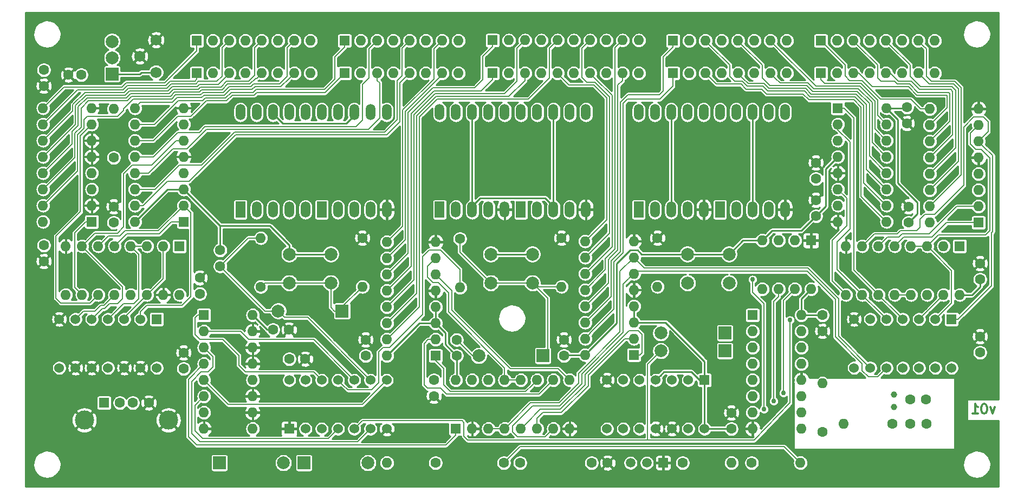
<source format=gbl>
G04 #@! TF.GenerationSoftware,KiCad,Pcbnew,(5.1.2-1)-1*
G04 #@! TF.CreationDate,2019-07-28T19:22:19-07:00*
G04 #@! TF.ProjectId,clock,636c6f63-6b2e-46b6-9963-61645f706362,v01*
G04 #@! TF.SameCoordinates,Original*
G04 #@! TF.FileFunction,Copper,L2,Bot*
G04 #@! TF.FilePolarity,Positive*
%FSLAX46Y46*%
G04 Gerber Fmt 4.6, Leading zero omitted, Abs format (unit mm)*
G04 Created by KiCad (PCBNEW (5.1.2-1)-1) date 2019-07-28 19:22:19*
%MOMM*%
%LPD*%
G04 APERTURE LIST*
%ADD10C,0.300000*%
%ADD11C,2.000000*%
%ADD12R,2.000000X2.000000*%
%ADD13O,1.600000X1.600000*%
%ADD14C,1.600000*%
%ADD15R,1.600000X1.600000*%
%ADD16C,1.524000*%
%ADD17C,1.750000*%
%ADD18R,1.524000X2.524000*%
%ADD19O,1.524000X2.524000*%
%ADD20R,1.500000X1.500000*%
%ADD21C,1.500000*%
%ADD22C,1.000000*%
%ADD23C,3.000000*%
%ADD24C,0.762000*%
%ADD25C,0.254000*%
%ADD26C,0.177800*%
G04 APERTURE END LIST*
D10*
X276105714Y-119312571D02*
X275748571Y-120312571D01*
X275391428Y-119312571D01*
X274534285Y-118812571D02*
X274391428Y-118812571D01*
X274248571Y-118884000D01*
X274177142Y-118955428D01*
X274105714Y-119098285D01*
X274034285Y-119384000D01*
X274034285Y-119741142D01*
X274105714Y-120026857D01*
X274177142Y-120169714D01*
X274248571Y-120241142D01*
X274391428Y-120312571D01*
X274534285Y-120312571D01*
X274677142Y-120241142D01*
X274748571Y-120169714D01*
X274820000Y-120026857D01*
X274891428Y-119741142D01*
X274891428Y-119384000D01*
X274820000Y-119098285D01*
X274748571Y-118955428D01*
X274677142Y-118884000D01*
X274534285Y-118812571D01*
X272605714Y-120312571D02*
X273462857Y-120312571D01*
X273034285Y-120312571D02*
X273034285Y-118812571D01*
X273177142Y-119026857D01*
X273320000Y-119169714D01*
X273462857Y-119241142D01*
D11*
X223934000Y-110490000D03*
D12*
X233934000Y-110490000D03*
D11*
X223934000Y-107696000D03*
D12*
X233934000Y-107696000D03*
D13*
X223393000Y-100457000D03*
D14*
X223393000Y-92837000D03*
D13*
X220472000Y-67056000D03*
X217932000Y-67056000D03*
X215392000Y-67056000D03*
X212852000Y-67056000D03*
X210312000Y-67056000D03*
X207772000Y-67056000D03*
X205232000Y-67056000D03*
X202692000Y-67056000D03*
X200152000Y-67056000D03*
D15*
X197612000Y-67056000D03*
D13*
X220472000Y-61912000D03*
X217932000Y-61912000D03*
X215392000Y-61912000D03*
X212852000Y-61912000D03*
X210312000Y-61912000D03*
X207772000Y-61912000D03*
X205232000Y-61912000D03*
X202692000Y-61912000D03*
X200152000Y-61912000D03*
D15*
X197612000Y-61912000D03*
D13*
X169189000Y-67056000D03*
X166649000Y-67056000D03*
X164109000Y-67056000D03*
X161569000Y-67056000D03*
X159029000Y-67056000D03*
X156489000Y-67056000D03*
X153949000Y-67056000D03*
D15*
X151409000Y-67056000D03*
D13*
X169164000Y-61976000D03*
X166624000Y-61976000D03*
X164084000Y-61976000D03*
X161544000Y-61976000D03*
X159004000Y-61976000D03*
X156464000Y-61976000D03*
X153924000Y-61976000D03*
D15*
X151384000Y-61976000D03*
D13*
X192278000Y-67056000D03*
X189738000Y-67056000D03*
X187198000Y-67056000D03*
X184658000Y-67056000D03*
X182118000Y-67056000D03*
X179578000Y-67056000D03*
X177038000Y-67056000D03*
D15*
X174498000Y-67056000D03*
D13*
X192278000Y-61976000D03*
X189738000Y-61976000D03*
X187198000Y-61976000D03*
X184658000Y-61976000D03*
X182118000Y-61976000D03*
X179578000Y-61976000D03*
X177038000Y-61976000D03*
D15*
X174498000Y-61976000D03*
D13*
X243586000Y-67056000D03*
X241046000Y-67056000D03*
X238506000Y-67056000D03*
X235966000Y-67056000D03*
X233426000Y-67056000D03*
X230886000Y-67056000D03*
X228346000Y-67056000D03*
D15*
X225806000Y-67056000D03*
D13*
X243586000Y-61976000D03*
X241046000Y-61976000D03*
X238506000Y-61976000D03*
X235966000Y-61976000D03*
X233426000Y-61976000D03*
X230886000Y-61976000D03*
X228346000Y-61976000D03*
D15*
X225806000Y-61976000D03*
D13*
X266700000Y-67056000D03*
X264160000Y-67056000D03*
X261620000Y-67056000D03*
X259080000Y-67056000D03*
X256540000Y-67056000D03*
X254000000Y-67056000D03*
X251460000Y-67056000D03*
D15*
X248920000Y-67056000D03*
D13*
X266700000Y-61976000D03*
X264160000Y-61976000D03*
X261620000Y-61976000D03*
X259080000Y-61976000D03*
X256540000Y-61976000D03*
X254000000Y-61976000D03*
X251460000Y-61976000D03*
D15*
X248920000Y-61976000D03*
D14*
X131350000Y-67310000D03*
X133350000Y-67310000D03*
D11*
X138176000Y-62103000D03*
X138176000Y-64643000D03*
D12*
X138176000Y-67183000D03*
D15*
X230759000Y-115062000D03*
D16*
X230759000Y-122682000D03*
X228219000Y-122682000D03*
X225679000Y-122682000D03*
X223139000Y-122682000D03*
X220599000Y-122682000D03*
X218059000Y-122682000D03*
X215519000Y-122682000D03*
X215519000Y-115062000D03*
X218059000Y-115062000D03*
X220599000Y-115062000D03*
X223139000Y-115062000D03*
X225679000Y-115062000D03*
X228219000Y-115062000D03*
D17*
X145034000Y-66929000D03*
X142494000Y-64389000D03*
X145034000Y-61849000D03*
D18*
X202057000Y-88392000D03*
D19*
X204597000Y-88392000D03*
X207137000Y-88392000D03*
X209677000Y-88392000D03*
X212217000Y-88392000D03*
X212217000Y-73152000D03*
X209677000Y-73152000D03*
X207137000Y-73152000D03*
X204597000Y-73152000D03*
X202057000Y-73152000D03*
D13*
X138430000Y-72644000D03*
D14*
X138430000Y-80264000D03*
X127508000Y-69048000D03*
X127508000Y-66548000D03*
D15*
X165862000Y-122682000D03*
D16*
X165862000Y-115062000D03*
X168402000Y-115062000D03*
X170942000Y-115062000D03*
X173482000Y-115062000D03*
X176022000Y-115062000D03*
X178562000Y-115062000D03*
X181102000Y-115062000D03*
X181102000Y-122682000D03*
X178562000Y-122682000D03*
X176022000Y-122682000D03*
X173482000Y-122682000D03*
X170942000Y-122682000D03*
X168402000Y-122682000D03*
D15*
X145161000Y-105537000D03*
D16*
X145161000Y-113157000D03*
X142621000Y-113157000D03*
X140081000Y-113157000D03*
X137541000Y-113157000D03*
X135001000Y-113157000D03*
X132461000Y-113157000D03*
X129921000Y-113157000D03*
X129921000Y-105537000D03*
X132461000Y-105537000D03*
X135001000Y-105537000D03*
X137541000Y-105537000D03*
X140081000Y-105537000D03*
X142621000Y-105537000D03*
D15*
X269367000Y-105537000D03*
D16*
X269367000Y-113157000D03*
X266827000Y-113157000D03*
X264287000Y-113157000D03*
X261747000Y-113157000D03*
X259207000Y-113157000D03*
X256667000Y-113157000D03*
X254127000Y-113157000D03*
X254127000Y-105537000D03*
X256667000Y-105537000D03*
X259207000Y-105537000D03*
X261747000Y-105537000D03*
X264287000Y-105537000D03*
X266827000Y-105537000D03*
D14*
X234950000Y-120182000D03*
X234950000Y-122682000D03*
D13*
X245745000Y-128016000D03*
D14*
X238125000Y-128016000D03*
X273812000Y-108244000D03*
X273812000Y-110744000D03*
D20*
X224282000Y-128016000D03*
D21*
X219202000Y-128016000D03*
X221742000Y-128016000D03*
D13*
X141732000Y-90297000D03*
X149352000Y-72517000D03*
X141732000Y-87757000D03*
X149352000Y-75057000D03*
X141732000Y-85217000D03*
X149352000Y-77597000D03*
X141732000Y-82677000D03*
X149352000Y-80137000D03*
X141732000Y-80137000D03*
X149352000Y-82677000D03*
X141732000Y-77597000D03*
X149352000Y-85217000D03*
X141732000Y-75057000D03*
X149352000Y-87757000D03*
X141732000Y-72517000D03*
D15*
X149352000Y-90297000D03*
D13*
X252476000Y-121920000D03*
D14*
X260096000Y-121920000D03*
D13*
X249174000Y-115570000D03*
D14*
X249174000Y-123190000D03*
D18*
X233172000Y-88392000D03*
D19*
X235712000Y-88392000D03*
X238252000Y-88392000D03*
X240792000Y-88392000D03*
X243332000Y-88392000D03*
X243332000Y-73152000D03*
X240792000Y-73152000D03*
X238252000Y-73152000D03*
X235712000Y-73152000D03*
X233172000Y-73152000D03*
D18*
X220472000Y-88392000D03*
D19*
X223012000Y-88392000D03*
X225552000Y-88392000D03*
X228092000Y-88392000D03*
X230632000Y-88392000D03*
X230632000Y-73152000D03*
X228092000Y-73152000D03*
X225552000Y-73152000D03*
X223012000Y-73152000D03*
X220472000Y-73152000D03*
D18*
X189357000Y-88392000D03*
D19*
X191897000Y-88392000D03*
X194437000Y-88392000D03*
X196977000Y-88392000D03*
X199517000Y-88392000D03*
X199517000Y-73152000D03*
X196977000Y-73152000D03*
X194437000Y-73152000D03*
X191897000Y-73152000D03*
X189357000Y-73152000D03*
D18*
X170942000Y-88392000D03*
D19*
X173482000Y-88392000D03*
X176022000Y-88392000D03*
X178562000Y-88392000D03*
X181102000Y-88392000D03*
X181102000Y-73152000D03*
X178562000Y-73152000D03*
X176022000Y-73152000D03*
X173482000Y-73152000D03*
X170942000Y-73152000D03*
D18*
X158242000Y-88392000D03*
D19*
X160782000Y-88392000D03*
X163322000Y-88392000D03*
X165862000Y-88392000D03*
X168402000Y-88392000D03*
X168402000Y-73152000D03*
X165862000Y-73152000D03*
X163322000Y-73152000D03*
X160782000Y-73152000D03*
X158242000Y-73152000D03*
D22*
X260350000Y-119248000D03*
X260350000Y-117348000D03*
D13*
X245872000Y-104902000D03*
X238252000Y-122682000D03*
X245872000Y-107442000D03*
X238252000Y-120142000D03*
X245872000Y-109982000D03*
X238252000Y-117602000D03*
X245872000Y-112522000D03*
X238252000Y-115062000D03*
X245872000Y-115062000D03*
X238252000Y-112522000D03*
X245872000Y-117602000D03*
X238252000Y-109982000D03*
X245872000Y-120142000D03*
X238252000Y-107442000D03*
X245872000Y-122682000D03*
D15*
X238252000Y-104902000D03*
D13*
X270637000Y-101727000D03*
X252857000Y-94107000D03*
X268097000Y-101727000D03*
X255397000Y-94107000D03*
X265557000Y-101727000D03*
X257937000Y-94107000D03*
X263017000Y-101727000D03*
X260477000Y-94107000D03*
X260477000Y-101727000D03*
X263017000Y-94107000D03*
X257937000Y-101727000D03*
X265557000Y-94107000D03*
X255397000Y-101727000D03*
X268097000Y-94107000D03*
X252857000Y-101727000D03*
D15*
X270637000Y-94107000D03*
D13*
X191897000Y-115062000D03*
X209677000Y-122682000D03*
X194437000Y-115062000D03*
X207137000Y-122682000D03*
X196977000Y-115062000D03*
X204597000Y-122682000D03*
X199517000Y-115062000D03*
X202057000Y-122682000D03*
X202057000Y-115062000D03*
X199517000Y-122682000D03*
X204597000Y-115062000D03*
X196977000Y-122682000D03*
X207137000Y-115062000D03*
X194437000Y-122682000D03*
X209677000Y-115062000D03*
D15*
X191897000Y-122682000D03*
D13*
X148717000Y-101727000D03*
X130937000Y-94107000D03*
X146177000Y-101727000D03*
X133477000Y-94107000D03*
X143637000Y-101727000D03*
X136017000Y-94107000D03*
X141097000Y-101727000D03*
X138557000Y-94107000D03*
X138557000Y-101727000D03*
X141097000Y-94107000D03*
X136017000Y-101727000D03*
X143637000Y-94107000D03*
X133477000Y-101727000D03*
X146177000Y-94107000D03*
X130937000Y-101727000D03*
D15*
X148717000Y-94107000D03*
D13*
X265938000Y-90424000D03*
X273558000Y-72644000D03*
X265938000Y-87884000D03*
X273558000Y-75184000D03*
X265938000Y-85344000D03*
X273558000Y-77724000D03*
X265938000Y-82804000D03*
X273558000Y-80264000D03*
X265938000Y-80264000D03*
X273558000Y-82804000D03*
X265938000Y-77724000D03*
X273558000Y-85344000D03*
X265938000Y-75184000D03*
X273558000Y-87884000D03*
X265938000Y-72644000D03*
D15*
X273558000Y-90424000D03*
D13*
X212090000Y-111125000D03*
X219710000Y-93345000D03*
X212090000Y-108585000D03*
X219710000Y-95885000D03*
X212090000Y-106045000D03*
X219710000Y-98425000D03*
X212090000Y-103505000D03*
X219710000Y-100965000D03*
X212090000Y-100965000D03*
X219710000Y-103505000D03*
X212090000Y-98425000D03*
X219710000Y-106045000D03*
X212090000Y-95885000D03*
X219710000Y-108585000D03*
X212090000Y-93345000D03*
D15*
X219710000Y-111125000D03*
D13*
X259207000Y-72517000D03*
X251587000Y-90297000D03*
X259207000Y-75057000D03*
X251587000Y-87757000D03*
X259207000Y-77597000D03*
X251587000Y-85217000D03*
X259207000Y-80137000D03*
X251587000Y-82677000D03*
X259207000Y-82677000D03*
X251587000Y-80137000D03*
X259207000Y-85217000D03*
X251587000Y-77597000D03*
X259207000Y-87757000D03*
X251587000Y-75057000D03*
X259207000Y-90297000D03*
D15*
X251587000Y-72517000D03*
D13*
X181102000Y-111252000D03*
X188722000Y-93472000D03*
X181102000Y-108712000D03*
X188722000Y-96012000D03*
X181102000Y-106172000D03*
X188722000Y-98552000D03*
X181102000Y-103632000D03*
X188722000Y-101092000D03*
X181102000Y-101092000D03*
X188722000Y-103632000D03*
X181102000Y-98552000D03*
X188722000Y-106172000D03*
X181102000Y-96012000D03*
X188722000Y-108712000D03*
X181102000Y-93472000D03*
D15*
X188722000Y-111252000D03*
D13*
X127381000Y-90297000D03*
X135001000Y-72517000D03*
X127381000Y-87757000D03*
X135001000Y-75057000D03*
X127381000Y-85217000D03*
X135001000Y-77597000D03*
X127381000Y-82677000D03*
X135001000Y-80137000D03*
X127381000Y-80137000D03*
X135001000Y-82677000D03*
X127381000Y-77597000D03*
X135001000Y-85217000D03*
X127381000Y-75057000D03*
X135001000Y-87757000D03*
X127381000Y-72517000D03*
D15*
X135001000Y-90297000D03*
D11*
X164117000Y-104267000D03*
D12*
X174117000Y-104267000D03*
D11*
X195486000Y-111252000D03*
D12*
X205486000Y-111252000D03*
D13*
X161417000Y-92837000D03*
D14*
X161417000Y-100457000D03*
D13*
X192532000Y-100584000D03*
D14*
X192532000Y-92964000D03*
D13*
X177292000Y-100457000D03*
D14*
X177292000Y-92837000D03*
D13*
X208407000Y-100457000D03*
D14*
X208407000Y-92837000D03*
D11*
X172362000Y-95377000D03*
X172362000Y-99877000D03*
X165862000Y-95377000D03*
X165862000Y-99877000D03*
X203858000Y-95377000D03*
X203858000Y-99877000D03*
X197358000Y-95377000D03*
X197358000Y-99877000D03*
X234592000Y-95377000D03*
X234592000Y-99877000D03*
X228092000Y-95377000D03*
X228092000Y-99877000D03*
D13*
X160147000Y-104902000D03*
X152527000Y-122682000D03*
X160147000Y-107442000D03*
X152527000Y-120142000D03*
X160147000Y-109982000D03*
X152527000Y-117602000D03*
X160147000Y-112522000D03*
X152527000Y-115062000D03*
X160147000Y-115062000D03*
X152527000Y-112522000D03*
X160147000Y-117602000D03*
X152527000Y-109982000D03*
X160147000Y-120142000D03*
X152527000Y-107442000D03*
X160147000Y-122682000D03*
D15*
X152527000Y-104902000D03*
D14*
X262930000Y-121920000D03*
X265430000Y-121920000D03*
X265390000Y-118110000D03*
X262890000Y-118110000D03*
X155067000Y-97242000D03*
X155067000Y-94742000D03*
X192024000Y-108752000D03*
X192024000Y-111252000D03*
X249174000Y-107402000D03*
X249174000Y-104902000D03*
X168362000Y-111760000D03*
X165862000Y-111760000D03*
X165822000Y-107188000D03*
X163322000Y-107188000D03*
X151892000Y-101560000D03*
X151892000Y-99060000D03*
X273812000Y-96814000D03*
X273812000Y-99314000D03*
X188468000Y-117562000D03*
X188468000Y-115062000D03*
X149352000Y-110784000D03*
X149352000Y-113284000D03*
X262636000Y-87924000D03*
X262636000Y-90424000D03*
X208788000Y-108752000D03*
X208788000Y-111252000D03*
X138430000Y-87924000D03*
X138430000Y-90424000D03*
X262382000Y-74890000D03*
X262382000Y-72390000D03*
X177800000Y-108752000D03*
X177800000Y-111252000D03*
X127508000Y-96480000D03*
X127508000Y-93980000D03*
D23*
X146976000Y-121328000D03*
X133836000Y-121328000D03*
D15*
X136906000Y-118618000D03*
D14*
X139406000Y-118618000D03*
X141406000Y-118618000D03*
X143906000Y-118618000D03*
X215606000Y-128016000D03*
X213106000Y-128016000D03*
X248158000Y-81066000D03*
X248158000Y-83566000D03*
X248158000Y-86908000D03*
X248158000Y-89408000D03*
D11*
X178148000Y-128016000D03*
D12*
X168148000Y-128016000D03*
D11*
X164940000Y-128016000D03*
D12*
X154940000Y-128016000D03*
D14*
X201930000Y-128016000D03*
X199390000Y-128016000D03*
D13*
X181102000Y-128016000D03*
D14*
X188722000Y-128016000D03*
D13*
X234950000Y-128016000D03*
D14*
X227330000Y-128016000D03*
D13*
X247396000Y-100838000D03*
X239776000Y-93218000D03*
X244856000Y-100838000D03*
X242316000Y-93218000D03*
X242316000Y-100838000D03*
X244856000Y-93218000D03*
X239776000Y-100838000D03*
D15*
X247396000Y-93218000D03*
D24*
X237617000Y-64770000D03*
X237617000Y-64770000D03*
X240030000Y-119634000D03*
X238252000Y-99314000D03*
X244094000Y-105664000D03*
X243078000Y-117094014D03*
X241554000Y-118364004D03*
D25*
X138176000Y-67183000D02*
X142494000Y-67183000D01*
X142748000Y-66929000D02*
X145034000Y-66929000D01*
X142494000Y-67183000D02*
X142748000Y-66929000D01*
D26*
X238252000Y-99852815D02*
X238252000Y-99314000D01*
X238252000Y-101366247D02*
X238252000Y-99852815D01*
X240030012Y-103144259D02*
X238252000Y-101366247D01*
X240030012Y-119633988D02*
X240030012Y-103144259D01*
X240030000Y-119634000D02*
X240030012Y-119633988D01*
D25*
X146812000Y-85217000D02*
X141732000Y-90297000D01*
X149352000Y-85217000D02*
X146812000Y-85217000D01*
X149352000Y-85217000D02*
X155067000Y-90932000D01*
X155067000Y-90932000D02*
X155067000Y-94742000D01*
X162831213Y-90932000D02*
X155067000Y-90932000D01*
X165862000Y-93962787D02*
X162831213Y-90932000D01*
X165862000Y-95377000D02*
X165862000Y-93962787D01*
X188722000Y-103632000D02*
X188722000Y-106172000D01*
X186182000Y-106172000D02*
X188722000Y-106172000D01*
X181102000Y-111252000D02*
X186182000Y-106172000D01*
X203858000Y-95377000D02*
X197358000Y-95377000D01*
X172362000Y-95377000D02*
X165862000Y-95377000D01*
X233177787Y-95377000D02*
X228092000Y-95377000D01*
X234592000Y-95377000D02*
X233177787Y-95377000D01*
X219710000Y-103505000D02*
X219710000Y-106045000D01*
X271768370Y-101727000D02*
X270637000Y-101727000D01*
X272530370Y-101727000D02*
X271768370Y-101727000D01*
X273812000Y-100445370D02*
X272530370Y-101727000D01*
X273812000Y-99314000D02*
X273812000Y-100445370D01*
X262255000Y-72517000D02*
X262382000Y-72390000D01*
X259207000Y-72517000D02*
X262255000Y-72517000D01*
X208915000Y-111125000D02*
X208788000Y-111252000D01*
X212090000Y-111125000D02*
X208915000Y-111125000D01*
X162433000Y-107188000D02*
X163322000Y-107188000D01*
X160147000Y-104902000D02*
X162433000Y-107188000D01*
X223938999Y-114262001D02*
X223139000Y-115062000D01*
X224409000Y-113792000D02*
X223938999Y-114262001D01*
X229966882Y-115062000D02*
X228696882Y-113792000D01*
X228696882Y-113792000D02*
X224409000Y-113792000D01*
X230759000Y-115062000D02*
X229966882Y-115062000D01*
X192024000Y-114935000D02*
X191897000Y-115062000D01*
X192024000Y-111252000D02*
X192024000Y-114935000D01*
X245872000Y-102362000D02*
X245872000Y-104902000D01*
X247396000Y-100838000D02*
X245872000Y-102362000D01*
X236751000Y-93218000D02*
X239776000Y-93218000D01*
X234592000Y-95377000D02*
X236751000Y-93218000D01*
X248957999Y-88608001D02*
X248158000Y-89408000D01*
X249682000Y-87884000D02*
X248957999Y-88608001D01*
X249682000Y-82042000D02*
X249682000Y-87884000D01*
X251587000Y-80137000D02*
X249682000Y-82042000D01*
X191224001Y-110452001D02*
X192024000Y-111252000D01*
X190246000Y-109474000D02*
X191224001Y-110452001D01*
X190246000Y-107696000D02*
X190246000Y-109474000D01*
X188722000Y-106172000D02*
X190246000Y-107696000D01*
X249174000Y-104902000D02*
X245872000Y-104902000D01*
X247358001Y-90207999D02*
X248158000Y-89408000D01*
X245872000Y-91694000D02*
X247358001Y-90207999D01*
X241300000Y-91694000D02*
X245872000Y-91694000D01*
X239776000Y-93218000D02*
X241300000Y-91694000D01*
X263435999Y-89624001D02*
X262636000Y-90424000D01*
X264033000Y-89027000D02*
X263435999Y-89624001D01*
X264033000Y-87284059D02*
X264033000Y-89027000D01*
X260985000Y-84236059D02*
X264033000Y-87284059D01*
X260985000Y-74295000D02*
X260985000Y-84236059D01*
X259207000Y-72517000D02*
X260985000Y-74295000D01*
X212889999Y-110325001D02*
X212090000Y-111125000D01*
X217043000Y-106172000D02*
X212889999Y-110325001D01*
X217043000Y-96804118D02*
X217043000Y-106172000D01*
X220276881Y-94703999D02*
X219143119Y-94703999D01*
X220949882Y-95377000D02*
X220276881Y-94703999D01*
X219143119Y-94703999D02*
X217043000Y-96804118D01*
X228092000Y-95377000D02*
X220949882Y-95377000D01*
X232652370Y-122682000D02*
X234950000Y-122682000D01*
X230759000Y-122682000D02*
X232652370Y-122682000D01*
X230759000Y-114008000D02*
X230759000Y-115062000D01*
X224663000Y-106045000D02*
X230759000Y-112141000D01*
X230759000Y-112141000D02*
X230759000Y-114008000D01*
X219710000Y-106045000D02*
X224663000Y-106045000D01*
X230759000Y-115062000D02*
X230759000Y-122682000D01*
D26*
X176821999Y-121882001D02*
X176022000Y-122682000D01*
X177292000Y-121412000D02*
X176821999Y-121882001D01*
X192844222Y-121412000D02*
X177292000Y-121412000D01*
X193167000Y-121734778D02*
X192844222Y-121412000D01*
X193167000Y-123883420D02*
X193167000Y-121734778D01*
X193743580Y-124460000D02*
X193167000Y-123883420D01*
X244094000Y-118618000D02*
X238506000Y-124460000D01*
X244094000Y-105664000D02*
X244094000Y-118618000D01*
X153162000Y-113792000D02*
X153924000Y-113030000D01*
X152105506Y-113792000D02*
X153162000Y-113792000D01*
X150622000Y-115275506D02*
X152105506Y-113792000D01*
X178562000Y-122682000D02*
X176530000Y-124714000D01*
X150622000Y-123444000D02*
X150622000Y-115275506D01*
X153326999Y-110781999D02*
X152527000Y-109982000D01*
X153924000Y-111379000D02*
X153326999Y-110781999D01*
X176530000Y-124714000D02*
X151892000Y-124714000D01*
X153924000Y-113030000D02*
X153924000Y-111379000D01*
X151892000Y-124714000D02*
X150622000Y-123444000D01*
X268605000Y-90424000D02*
X270764000Y-90424000D01*
X270764000Y-90424000D02*
X273558000Y-90424000D01*
X261874000Y-92710000D02*
X266319000Y-92710000D01*
X266319000Y-92710000D02*
X268605000Y-90424000D01*
X260477000Y-94107000D02*
X261874000Y-92710000D01*
X265851494Y-92202000D02*
X265176000Y-92202000D01*
X270169494Y-87884000D02*
X265851494Y-92202000D01*
X273558000Y-87884000D02*
X270169494Y-87884000D01*
X265176000Y-92202000D02*
X265314630Y-92202000D01*
X261620000Y-92202000D02*
X265176000Y-92202000D01*
X261112000Y-92710000D02*
X261620000Y-92202000D01*
X259334000Y-92710000D02*
X261112000Y-92710000D01*
X257937000Y-94107000D02*
X259334000Y-92710000D01*
X275082000Y-76200000D02*
X274357999Y-76924001D01*
X275082000Y-74676000D02*
X275082000Y-76200000D01*
X274320000Y-73914000D02*
X275082000Y-74676000D01*
X271272000Y-75481253D02*
X272839253Y-73914000D01*
X272839253Y-73914000D02*
X274320000Y-73914000D01*
X271272000Y-84582000D02*
X271272000Y-75481253D01*
X265176000Y-89154000D02*
X266700000Y-89154000D01*
X264414000Y-89916000D02*
X265176000Y-89154000D01*
X261366000Y-91694000D02*
X263906000Y-91694000D01*
X263906000Y-91694000D02*
X264414000Y-91186000D01*
X260858000Y-92202000D02*
X261366000Y-91694000D01*
X264414000Y-91186000D02*
X264414000Y-89916000D01*
X257302000Y-92202000D02*
X260858000Y-92202000D01*
X274357999Y-76924001D02*
X273558000Y-77724000D01*
X266700000Y-89154000D02*
X271272000Y-84582000D01*
X255397000Y-94107000D02*
X257302000Y-92202000D01*
X269367000Y-105537000D02*
X270344800Y-105537000D01*
X270344800Y-105537000D02*
X275590000Y-100291800D01*
X275767811Y-79933811D02*
X274357999Y-78523999D01*
X275590000Y-100291800D02*
X275590000Y-92050672D01*
X275767811Y-91872861D02*
X275767811Y-79933811D01*
X274357999Y-78523999D02*
X273558000Y-77724000D01*
X275590000Y-92050672D02*
X275767811Y-91872861D01*
X264148370Y-94107000D02*
X265557000Y-94107000D01*
X263017000Y-94107000D02*
X264148370Y-94107000D01*
X266356999Y-94906999D02*
X265557000Y-94107000D01*
X269367000Y-97917000D02*
X266356999Y-94906999D01*
X269367000Y-102997000D02*
X269367000Y-97917000D01*
X266827000Y-105537000D02*
X269367000Y-102997000D01*
X267335000Y-92329000D02*
X274701000Y-92329000D01*
X272758001Y-75983999D02*
X273558000Y-75184000D01*
X265557000Y-94107000D02*
X267335000Y-92329000D01*
X275336000Y-91694000D02*
X275336000Y-80350506D01*
X272288000Y-78145494D02*
X272288000Y-76454000D01*
X273136506Y-78994000D02*
X272288000Y-78145494D01*
X274701000Y-92329000D02*
X275336000Y-91694000D01*
X275336000Y-80350506D02*
X273979494Y-78994000D01*
X273979494Y-78994000D02*
X273136506Y-78994000D01*
X272288000Y-76454000D02*
X272758001Y-75983999D01*
X257137001Y-100927001D02*
X257937000Y-101727000D01*
X254088890Y-97878890D02*
X257137001Y-100927001D01*
X254088890Y-74041090D02*
X254088890Y-97878890D01*
X252564800Y-72517000D02*
X254088890Y-74041090D01*
X251587000Y-72517000D02*
X252564800Y-72517000D01*
X260947001Y-104737001D02*
X261747000Y-105537000D01*
X257937000Y-101727000D02*
X260947001Y-104737001D01*
X148220630Y-77597000D02*
X149352000Y-77597000D01*
X141310506Y-81407000D02*
X144410630Y-81407000D01*
X139954000Y-82763506D02*
X141310506Y-81407000D01*
X139954000Y-91117222D02*
X139954000Y-82763506D01*
X135509000Y-92075000D02*
X138996222Y-92075000D01*
X138996222Y-92075000D02*
X139954000Y-91117222D01*
X133477000Y-94107000D02*
X135509000Y-92075000D01*
X144410630Y-81407000D02*
X148220630Y-77597000D01*
X137795000Y-103124000D02*
X137033000Y-103886000D01*
X133477000Y-94107000D02*
X139827000Y-100457000D01*
X139065000Y-103124000D02*
X137795000Y-103124000D01*
X139827000Y-102362000D02*
X139065000Y-103124000D01*
X135762999Y-104775001D02*
X135001000Y-105537000D01*
X136652000Y-103886000D02*
X135762999Y-104775001D01*
X137033000Y-103886000D02*
X136652000Y-103886000D01*
X139827000Y-100457000D02*
X139827000Y-102362000D01*
X143648630Y-103378000D02*
X149098000Y-103378000D01*
X149098000Y-103378000D02*
X150494901Y-101981099D01*
X150494901Y-88899901D02*
X149352000Y-87757000D01*
X142621000Y-104405630D02*
X143648630Y-103378000D01*
X150494901Y-101981099D02*
X150494901Y-88899901D01*
X142621000Y-105537000D02*
X142621000Y-104405630D01*
X137617189Y-92506811D02*
X139395189Y-92506811D01*
X145415000Y-91694000D02*
X149352000Y-87757000D01*
X140208000Y-91694000D02*
X145415000Y-91694000D01*
X136017000Y-94107000D02*
X137617189Y-92506811D01*
X139395189Y-92506811D02*
X140208000Y-91694000D01*
X263017000Y-101727000D02*
X260477000Y-101727000D01*
X159472000Y-92837000D02*
X155067000Y-97242000D01*
X161417000Y-92837000D02*
X159472000Y-92837000D01*
X162092000Y-104267000D02*
X164117000Y-104267000D01*
X155067000Y-97242000D02*
X162092000Y-104267000D01*
X177762001Y-114262001D02*
X178562000Y-115062000D01*
X168766999Y-105266999D02*
X177762001Y-114262001D01*
X165116999Y-105266999D02*
X168766999Y-105266999D01*
X164117000Y-104267000D02*
X165116999Y-105266999D01*
X175006000Y-116586000D02*
X174281999Y-115861999D01*
X178729494Y-116586000D02*
X175006000Y-116586000D01*
X189484000Y-94742000D02*
X187706000Y-94742000D01*
X179832000Y-115483494D02*
X178729494Y-116586000D01*
X179832000Y-110660253D02*
X179832000Y-115483494D01*
X186690000Y-104815494D02*
X181523494Y-109982000D01*
X180510253Y-109982000D02*
X179832000Y-110660253D01*
X181523494Y-109982000D02*
X180510253Y-109982000D01*
X192532000Y-100584000D02*
X192532000Y-97790000D01*
X187706000Y-94742000D02*
X186690000Y-95758000D01*
X192532000Y-97790000D02*
X189484000Y-94742000D01*
X174281999Y-115861999D02*
X173482000Y-115062000D01*
X186690000Y-95758000D02*
X186690000Y-104815494D01*
X192732000Y-108752000D02*
X192024000Y-108752000D01*
X194524000Y-111252000D02*
X195486000Y-111252000D01*
X192024000Y-108752000D02*
X194524000Y-111252000D01*
X174117000Y-103632000D02*
X174117000Y-104267000D01*
X177292000Y-100457000D02*
X174117000Y-103632000D01*
X172939200Y-104267000D02*
X174117000Y-104267000D01*
X172362000Y-103689800D02*
X172939200Y-104267000D01*
X172362000Y-99877000D02*
X172362000Y-103689800D01*
X161997000Y-99877000D02*
X161417000Y-100457000D01*
X165862000Y-99877000D02*
X161997000Y-99877000D01*
X172362000Y-99877000D02*
X165862000Y-99877000D01*
X197358000Y-99877000D02*
X203858000Y-99877000D01*
X192532000Y-95051000D02*
X197358000Y-99877000D01*
X192532000Y-92964000D02*
X192532000Y-95051000D01*
X206248000Y-102267000D02*
X203858000Y-99877000D01*
X206248000Y-110744000D02*
X206248000Y-102267000D01*
X205486000Y-111506000D02*
X206248000Y-110744000D01*
X204438000Y-100457000D02*
X203858000Y-99877000D01*
X208407000Y-100457000D02*
X204438000Y-100457000D01*
X243205000Y-125476000D02*
X245745000Y-128016000D01*
X201930000Y-125476000D02*
X243205000Y-125476000D01*
X199390000Y-128016000D02*
X201930000Y-125476000D01*
X243078000Y-116555199D02*
X243078000Y-117094014D01*
X243078000Y-102616000D02*
X243078000Y-116555199D01*
X244856000Y-100838000D02*
X243078000Y-102616000D01*
D25*
X238252000Y-74668000D02*
X238252000Y-88392000D01*
X238252000Y-73152000D02*
X238252000Y-74668000D01*
X195715000Y-86614000D02*
X194437000Y-87892000D01*
X205859000Y-86614000D02*
X195715000Y-86614000D01*
X207137000Y-87892000D02*
X205859000Y-86614000D01*
X194437000Y-87892000D02*
X194437000Y-88392000D01*
X207137000Y-88392000D02*
X207137000Y-87892000D01*
X225552000Y-74668000D02*
X225552000Y-88392000D01*
X225552000Y-73152000D02*
X225552000Y-74668000D01*
X207137000Y-73152000D02*
X207137000Y-88392000D01*
X194437000Y-73152000D02*
X194437000Y-88392000D01*
X174744000Y-74930000D02*
X176022000Y-73652000D01*
X164846000Y-74930000D02*
X174744000Y-74930000D01*
X163322000Y-73406000D02*
X164846000Y-74930000D01*
X176022000Y-73652000D02*
X176022000Y-73152000D01*
X163322000Y-73152000D02*
X163322000Y-73406000D01*
D26*
X264959999Y-62775999D02*
X264160000Y-61976000D01*
X265430000Y-63246000D02*
X264959999Y-62775999D01*
X265430000Y-67564000D02*
X265430000Y-63246000D01*
X270840190Y-69291190D02*
X269875000Y-68326000D01*
X270840190Y-82981810D02*
X270840190Y-69291190D01*
X266192000Y-68326000D02*
X265430000Y-67564000D01*
X269875000Y-68326000D02*
X266192000Y-68326000D01*
X265938000Y-87884000D02*
X270840190Y-82981810D01*
X262890000Y-65786000D02*
X259879999Y-62775999D01*
X269444294Y-69189622D02*
X264515622Y-69189622D01*
X262890000Y-67564000D02*
X262890000Y-65786000D01*
X269976568Y-78765432D02*
X269976568Y-69721896D01*
X264515622Y-69189622D02*
X262890000Y-67564000D01*
X269976568Y-69721896D02*
X269444294Y-69189622D01*
X265938000Y-82804000D02*
X269976568Y-78765432D01*
X259879999Y-62775999D02*
X259080000Y-61976000D01*
X254799999Y-62775999D02*
X254000000Y-61976000D01*
X257810000Y-67790747D02*
X257810000Y-65786000D01*
X260901139Y-68757811D02*
X260469328Y-68326000D01*
X258345253Y-68326000D02*
X257810000Y-67790747D01*
X262813811Y-68757811D02*
X260901139Y-68757811D01*
X264109244Y-70053244D02*
X262813811Y-68757811D01*
X265938000Y-77724000D02*
X269112946Y-74549054D01*
X268935244Y-70053244D02*
X264109244Y-70053244D01*
X269112946Y-70230946D02*
X268935244Y-70053244D01*
X257810000Y-65786000D02*
X254799999Y-62775999D01*
X260469328Y-68326000D02*
X258345253Y-68326000D01*
X269112946Y-74549054D02*
X269112946Y-70230946D01*
X253451406Y-68198900D02*
X252730000Y-67477494D01*
X255353604Y-68198900D02*
X253451406Y-68198900D01*
X252730000Y-67477494D02*
X252730000Y-65786000D01*
X258274704Y-71120000D02*
X255353604Y-68198900D01*
X264541000Y-72644000D02*
X263017000Y-71120000D01*
X263017000Y-71120000D02*
X258274704Y-71120000D01*
X252730000Y-65786000D02*
X248920000Y-61976000D01*
X265938000Y-72644000D02*
X264541000Y-72644000D01*
X265861811Y-68757811D02*
X264160000Y-67056000D01*
X269671811Y-68757811D02*
X265861811Y-68757811D01*
X270408379Y-69494379D02*
X269671811Y-68757811D01*
X270408379Y-80873621D02*
X270408379Y-69494379D01*
X265938000Y-85344000D02*
X270408379Y-80873621D01*
X264336761Y-69621433D02*
X263041328Y-68326000D01*
X269265433Y-69621433D02*
X264336761Y-69621433D01*
X263041328Y-68326000D02*
X261080000Y-68326000D01*
X269544757Y-76657243D02*
X269544757Y-69900757D01*
X259810000Y-67056000D02*
X259080000Y-67056000D01*
X261080000Y-68326000D02*
X259810000Y-67056000D01*
X269544757Y-69900757D02*
X269265433Y-69621433D01*
X265938000Y-80264000D02*
X269544757Y-76657243D01*
X263930383Y-70485055D02*
X262634950Y-69189622D01*
X262634950Y-69189622D02*
X256954998Y-69189622D01*
X265938000Y-75184000D02*
X268681135Y-72440865D01*
X268605055Y-70485055D02*
X263930383Y-70485055D01*
X268681135Y-70561135D02*
X268605055Y-70485055D01*
X268681135Y-72440865D02*
X268681135Y-70561135D01*
X256954998Y-69189622D02*
X254821376Y-67056000D01*
X254821376Y-67056000D02*
X254000000Y-67056000D01*
X255174743Y-68630711D02*
X249516911Y-68630711D01*
X257810006Y-71265974D02*
X255174743Y-68630711D01*
X259207000Y-75057000D02*
X257810006Y-73660006D01*
X248920000Y-68033800D02*
X248920000Y-67056000D01*
X257810006Y-73660006D02*
X257810006Y-71265974D01*
X249516911Y-68630711D02*
X248920000Y-68033800D01*
X241845999Y-62775999D02*
X241046000Y-61976000D01*
X257378195Y-75768195D02*
X257378195Y-71444835D01*
X257378195Y-71444835D02*
X254995882Y-69062522D01*
X259207000Y-77597000D02*
X257378195Y-75768195D01*
X254995882Y-69062522D02*
X248132522Y-69062522D01*
X248132522Y-69062522D02*
X241845999Y-62775999D01*
X254638160Y-69926144D02*
X247623478Y-69926144D01*
X259207000Y-82677000D02*
X256514573Y-79984573D01*
X256514573Y-79984573D02*
X256514573Y-71802557D01*
X256514573Y-71802557D02*
X254638160Y-69926144D01*
X236765999Y-62775999D02*
X235966000Y-61976000D01*
X240969807Y-69011807D02*
X239776000Y-67818000D01*
X247623478Y-69926144D02*
X246709141Y-69011807D01*
X239776000Y-65786000D02*
X236765999Y-62775999D01*
X239776000Y-67818000D02*
X239776000Y-65786000D01*
X246709141Y-69011807D02*
X240969807Y-69011807D01*
X235457999Y-68325999D02*
X234696000Y-67564000D01*
X259207000Y-87757000D02*
X255650951Y-84200951D01*
X255650951Y-72160279D02*
X254280438Y-70789766D01*
X234696000Y-67564000D02*
X234696000Y-65786000D01*
X231685999Y-62775999D02*
X230886000Y-61976000D01*
X237413809Y-69114479D02*
X236625329Y-68325999D01*
X254280438Y-70789766D02*
X247265756Y-70789766D01*
X240612088Y-69875429D02*
X239851138Y-69114479D01*
X239851138Y-69114479D02*
X237413809Y-69114479D01*
X236625329Y-68325999D02*
X235457999Y-68325999D01*
X234696000Y-65786000D02*
X231685999Y-62775999D01*
X247265756Y-70789766D02*
X246351419Y-69875429D01*
X255650951Y-84200951D02*
X255650951Y-72160279D01*
X246351419Y-69875429D02*
X240612088Y-69875429D01*
X216141279Y-101993721D02*
X216141281Y-96430611D01*
X216341021Y-96230872D02*
X217627189Y-94944705D01*
X217627189Y-94944705D02*
X217627189Y-71576139D01*
X223713625Y-70418375D02*
X224282000Y-69850000D01*
X217627189Y-71576139D02*
X218784953Y-70418375D01*
X218784953Y-70418375D02*
X223713625Y-70418375D01*
X224282000Y-69850000D02*
X224282000Y-64477800D01*
X212090000Y-106045000D02*
X216141279Y-101993721D01*
X224282000Y-64477800D02*
X225806000Y-62953800D01*
X216141281Y-96430611D02*
X216341021Y-96230872D01*
X225806000Y-62953800D02*
X225806000Y-61976000D01*
X254817021Y-69494333D02*
X247802339Y-69494333D01*
X241845999Y-67855999D02*
X241046000Y-67056000D01*
X259207000Y-80137000D02*
X256946384Y-77876384D01*
X242569996Y-68579996D02*
X241845999Y-67855999D01*
X247802339Y-69494333D02*
X246888002Y-68579996D01*
X246888002Y-68579996D02*
X242569996Y-68579996D01*
X256946384Y-71623696D02*
X254817021Y-69494333D01*
X256946384Y-77876384D02*
X256946384Y-71623696D01*
X246530280Y-69443618D02*
X240790949Y-69443618D01*
X256082762Y-71981418D02*
X254459299Y-70357955D01*
X236765999Y-67855999D02*
X235966000Y-67056000D01*
X256082762Y-82092762D02*
X256082762Y-71981418D01*
X254459299Y-70357955D02*
X247444617Y-70357955D01*
X247444617Y-70357955D02*
X246530280Y-69443618D01*
X240790949Y-69443618D02*
X240029999Y-68682668D01*
X240029999Y-68682668D02*
X237592670Y-68682668D01*
X237592670Y-68682668D02*
X236765999Y-67855999D01*
X259207000Y-85217000D02*
X256082762Y-82092762D01*
X232587810Y-68757810D02*
X230886000Y-67056000D01*
X236446468Y-68757810D02*
X232587810Y-68757810D01*
X237234948Y-69546290D02*
X236446468Y-68757810D01*
X239672277Y-69546290D02*
X237234948Y-69546290D01*
X240433227Y-70307240D02*
X239672277Y-69546290D01*
X246172558Y-70307240D02*
X240433227Y-70307240D01*
X247086895Y-71221577D02*
X246172558Y-70307240D01*
X259207000Y-90297000D02*
X255219140Y-86309140D01*
X254101577Y-71221577D02*
X247086895Y-71221577D01*
X255219140Y-86309140D02*
X255219140Y-72339140D01*
X255219140Y-72339140D02*
X254101577Y-71221577D01*
X225806000Y-69088000D02*
X225806000Y-67056000D01*
X223774000Y-71120000D02*
X225806000Y-69088000D01*
X218694000Y-71120000D02*
X223774000Y-71120000D01*
X218059000Y-71755000D02*
X218694000Y-71120000D01*
X216848358Y-96334208D02*
X218059000Y-95123566D01*
X212889999Y-107785001D02*
X212889999Y-107658001D01*
X212090000Y-108585000D02*
X212889999Y-107785001D01*
X212889999Y-107658001D02*
X216573090Y-103974910D01*
X216573090Y-103974910D02*
X216573090Y-96609475D01*
X218059000Y-95123566D02*
X218059000Y-71755000D01*
X216573090Y-96609475D02*
X216848358Y-96334208D01*
X188468000Y-63246000D02*
X188938001Y-62775999D01*
X188938001Y-62775999D02*
X189738000Y-61976000D01*
X188468000Y-67963968D02*
X188468000Y-63246000D01*
X181102000Y-93472000D02*
X183591134Y-90982866D01*
X183591134Y-90982866D02*
X183591134Y-72840834D01*
X183591134Y-72840834D02*
X188468000Y-67963968D01*
X183858001Y-62775999D02*
X184658000Y-61976000D01*
X183515099Y-63118901D02*
X183858001Y-62775999D01*
X183515099Y-67436901D02*
X183515099Y-63118901D01*
X182727514Y-68224486D02*
X183515099Y-67436901D01*
X148717000Y-81407000D02*
X152170328Y-81407000D01*
X144907000Y-85217000D02*
X148717000Y-81407000D01*
X141732000Y-85217000D02*
X144907000Y-85217000D01*
X180771811Y-76276189D02*
X182727513Y-74320487D01*
X152170328Y-81407000D02*
X157301139Y-76276189D01*
X182727513Y-74320487D02*
X182727514Y-68224486D01*
X157301139Y-76276189D02*
X180771811Y-76276189D01*
X178308000Y-67818000D02*
X178308000Y-63246000D01*
X176301433Y-75412567D02*
X177292000Y-74422000D01*
X141732000Y-80137000D02*
X144653000Y-80137000D01*
X148463000Y-76327000D02*
X151789328Y-76327000D01*
X144653000Y-80137000D02*
X148463000Y-76327000D01*
X178308000Y-63246000D02*
X178778001Y-62775999D01*
X151789328Y-76327000D02*
X152703761Y-75412567D01*
X177292000Y-68834000D02*
X178308000Y-67818000D01*
X152703761Y-75412567D02*
X176301433Y-75412567D01*
X177292000Y-74422000D02*
X177292000Y-68834000D01*
X178778001Y-62775999D02*
X179578000Y-61976000D01*
X155904139Y-70942189D02*
X156793139Y-70053189D01*
X174498000Y-62953800D02*
X174498000Y-61976000D01*
X141732000Y-75057000D02*
X144759753Y-75057000D01*
X144759753Y-75057000D02*
X148493510Y-71323244D01*
X152353444Y-71323244D02*
X152734499Y-70942189D01*
X152734499Y-70942189D02*
X155904139Y-70942189D01*
X172974000Y-64477800D02*
X174498000Y-62953800D01*
X160222139Y-70053189D02*
X160679328Y-69596000D01*
X160679328Y-69596000D02*
X171347328Y-69596000D01*
X148493510Y-71323244D02*
X152353444Y-71323244D01*
X171347328Y-69596000D02*
X172974000Y-67969328D01*
X156793139Y-70053189D02*
X160222139Y-70053189D01*
X172974000Y-67969328D02*
X172974000Y-64477800D01*
X189738000Y-67304640D02*
X189738000Y-67056000D01*
X184022945Y-73019695D02*
X189738000Y-67304640D01*
X184022945Y-93091055D02*
X184022945Y-73019695D01*
X181102000Y-96012000D02*
X184022945Y-93091055D01*
X183159324Y-74650676D02*
X183159324Y-68554676D01*
X150241000Y-83947000D02*
X157480000Y-76708000D01*
X183858001Y-67855999D02*
X184658000Y-67056000D01*
X141732000Y-87757000D02*
X142977672Y-87757000D01*
X142977672Y-87757000D02*
X146787672Y-83947000D01*
X146787672Y-83947000D02*
X150241000Y-83947000D01*
X157480000Y-76708000D02*
X181102000Y-76708000D01*
X181102000Y-76708000D02*
X183159324Y-74650676D01*
X183159324Y-68554676D02*
X183858001Y-67855999D01*
X179997090Y-68606460D02*
X179578000Y-68187370D01*
X178262380Y-75844378D02*
X179997090Y-74109668D01*
X152882622Y-75844378D02*
X178262380Y-75844378D01*
X141732000Y-82677000D02*
X143891000Y-82677000D01*
X147701000Y-78867000D02*
X149860000Y-78867000D01*
X143891000Y-82677000D02*
X147701000Y-78867000D01*
X149860000Y-78867000D02*
X152882622Y-75844378D01*
X179578000Y-68187370D02*
X179578000Y-67056000D01*
X179997090Y-74109668D02*
X179997090Y-68606460D01*
X171450000Y-70104000D02*
X174498000Y-67056000D01*
X160782000Y-70104000D02*
X171450000Y-70104000D01*
X156083000Y-71374000D02*
X156972000Y-70485000D01*
X156972000Y-70485000D02*
X160401000Y-70485000D01*
X152913360Y-71374000D02*
X156083000Y-71374000D01*
X144653000Y-77597000D02*
X148463000Y-73787000D01*
X150495000Y-73787000D02*
X152526945Y-71755055D01*
X160401000Y-70485000D02*
X160782000Y-70104000D01*
X152532305Y-71755055D02*
X152913360Y-71374000D01*
X148463000Y-73787000D02*
X150495000Y-73787000D01*
X152526945Y-71755055D02*
X152532305Y-71755055D01*
X141732000Y-77597000D02*
X144653000Y-77597000D01*
X242316000Y-101969370D02*
X241554000Y-102731370D01*
X241554000Y-117825189D02*
X241554000Y-118364004D01*
X241554000Y-102731370D02*
X241554000Y-117825189D01*
X242316000Y-100838000D02*
X242316000Y-101969370D01*
X151549200Y-104902000D02*
X152527000Y-104902000D01*
X151130000Y-105321200D02*
X151549200Y-104902000D01*
X151130000Y-107970247D02*
X151130000Y-105321200D01*
X151871753Y-108712000D02*
X151130000Y-107970247D01*
X155448000Y-108712000D02*
X151871753Y-108712000D01*
X157988000Y-111252000D02*
X155448000Y-108712000D01*
X170942000Y-115062000D02*
X169672000Y-113792000D01*
X157988000Y-112776000D02*
X157988000Y-111252000D01*
X159004000Y-113792000D02*
X157988000Y-112776000D01*
X169672000Y-113792000D02*
X159004000Y-113792000D01*
X175222001Y-114262001D02*
X176022000Y-115062000D01*
X169672000Y-108712000D02*
X175222001Y-114262001D01*
X159491753Y-108712000D02*
X169672000Y-108712000D01*
X158221753Y-107442000D02*
X159491753Y-108712000D01*
X152527000Y-107442000D02*
X158221753Y-107442000D01*
X153326999Y-115861999D02*
X152527000Y-115062000D01*
X156337000Y-118872000D02*
X153326999Y-115861999D01*
X177292000Y-118872000D02*
X156337000Y-118872000D01*
X181102000Y-115062000D02*
X177292000Y-118872000D01*
X172682001Y-123481999D02*
X173482000Y-122682000D01*
X152359506Y-124206000D02*
X171958000Y-124206000D01*
X171958000Y-124206000D02*
X172682001Y-123481999D01*
X151130000Y-122976494D02*
X152359506Y-124206000D01*
X151130000Y-118999000D02*
X151130000Y-122976494D01*
X152527000Y-117602000D02*
X151130000Y-118999000D01*
X150114000Y-114935000D02*
X152527000Y-112522000D01*
X151384000Y-125222000D02*
X150114000Y-123952000D01*
X190334800Y-125222000D02*
X151384000Y-125222000D01*
X150114000Y-123952000D02*
X150114000Y-114935000D01*
X191897000Y-123659800D02*
X190334800Y-125222000D01*
X191897000Y-122682000D02*
X191897000Y-123659800D01*
X265557000Y-104267000D02*
X268097000Y-101727000D01*
X265557000Y-104267000D02*
X264287000Y-105537000D01*
X254597001Y-100927001D02*
X255397000Y-101727000D01*
X251460000Y-97790000D02*
X254597001Y-100927001D01*
X251587000Y-75057000D02*
X251587000Y-75905506D01*
X251460000Y-93472000D02*
X251460000Y-97790000D01*
X253492000Y-91440000D02*
X251460000Y-93472000D01*
X253492000Y-77810506D02*
X253492000Y-91440000D01*
X251587000Y-75905506D02*
X253492000Y-77810506D01*
X258407001Y-104737001D02*
X259207000Y-105537000D01*
X255397000Y-101727000D02*
X258407001Y-104737001D01*
X252057001Y-100927001D02*
X252857000Y-101727000D01*
X252984000Y-90932000D02*
X250698000Y-93218000D01*
X250698000Y-99568000D02*
X252057001Y-100927001D01*
X250698000Y-93218000D02*
X250698000Y-99568000D01*
X252984000Y-86614000D02*
X252984000Y-90932000D01*
X251587000Y-85217000D02*
X252984000Y-86614000D01*
X190423811Y-117271811D02*
X204927189Y-117271811D01*
X189484000Y-116332000D02*
X190423811Y-117271811D01*
X187452000Y-116332000D02*
X189484000Y-116332000D01*
X187590630Y-108712000D02*
X186944000Y-109358630D01*
X186944000Y-115824000D02*
X187452000Y-116332000D01*
X204927189Y-117271811D02*
X207137000Y-115062000D01*
X186944000Y-109358630D02*
X186944000Y-115824000D01*
X188722000Y-108712000D02*
X187590630Y-108712000D01*
X202819000Y-116840000D02*
X203797001Y-115861999D01*
X191008000Y-116840000D02*
X202819000Y-116840000D01*
X189992000Y-115824000D02*
X191008000Y-116840000D01*
X189992000Y-113284000D02*
X189992000Y-115824000D01*
X188722000Y-112014000D02*
X189992000Y-113284000D01*
X203797001Y-115861999D02*
X204597000Y-115062000D01*
X188722000Y-111252000D02*
X188722000Y-112014000D01*
X251206000Y-108306670D02*
X251206000Y-102464670D01*
X259207000Y-113157000D02*
X257810000Y-114554000D01*
X220091000Y-98044000D02*
X219710000Y-98425000D01*
X257810000Y-114554000D02*
X256372506Y-114554000D01*
X256372506Y-114554000D02*
X255397000Y-113578494D01*
X255397000Y-113578494D02*
X255397000Y-112497670D01*
X251206000Y-102464670D02*
X246785330Y-98044000D01*
X255397000Y-112497670D02*
X251206000Y-108306670D01*
X246785330Y-98044000D02*
X220091000Y-98044000D01*
X218910001Y-99224999D02*
X219710000Y-98425000D01*
X218059000Y-107617656D02*
X218059000Y-100076000D01*
X211582000Y-114094656D02*
X218059000Y-107617656D01*
X200787000Y-122260506D02*
X203921506Y-119126000D01*
X205867000Y-123952000D02*
X201549000Y-123952000D01*
X211582000Y-115672669D02*
X211582000Y-114094656D01*
X200787000Y-123190000D02*
X200787000Y-122260506D01*
X218059000Y-100076000D02*
X218910001Y-99224999D01*
X203921506Y-119126000D02*
X208128669Y-119126000D01*
X201549000Y-123952000D02*
X200787000Y-123190000D01*
X208128669Y-119126000D02*
X211582000Y-115672669D01*
X207137000Y-122682000D02*
X205867000Y-123952000D01*
X198108370Y-122682000D02*
X199517000Y-122682000D01*
X196977000Y-122682000D02*
X198108370Y-122682000D01*
X230632000Y-97536000D02*
X232156000Y-97536000D01*
X219710000Y-95885000D02*
X221361000Y-97536000D01*
X251714000Y-102362000D02*
X251714000Y-108204000D01*
X232156000Y-97536000D02*
X246888000Y-97536000D01*
X251714000Y-108204000D02*
X256667000Y-113157000D01*
X221361000Y-97536000D02*
X230632000Y-97536000D01*
X246888000Y-97536000D02*
X251714000Y-102362000D01*
X208025997Y-118618000D02*
X203581000Y-118618000D01*
X203581000Y-118618000D02*
X200316999Y-121882001D01*
X217551000Y-107514984D02*
X211074000Y-113991984D01*
X217551000Y-98044000D02*
X217551000Y-107514984D01*
X211074000Y-113991984D02*
X211074000Y-115569997D01*
X211074000Y-115569997D02*
X208025997Y-118618000D01*
X219710000Y-95885000D02*
X217551000Y-98044000D01*
X200316999Y-121882001D02*
X199517000Y-122682000D01*
X204597000Y-121031000D02*
X205486000Y-120142000D01*
X208407000Y-120142000D02*
X212598000Y-115951000D01*
X212598000Y-114300000D02*
X218313000Y-108585000D01*
X204597000Y-122682000D02*
X204597000Y-121031000D01*
X212598000Y-115951000D02*
X212598000Y-114300000D01*
X205486000Y-120142000D02*
X208407000Y-120142000D01*
X218313000Y-108585000D02*
X219710000Y-108585000D01*
X199517000Y-115062000D02*
X202057000Y-115062000D01*
X199517000Y-113930630D02*
X199517000Y-115062000D01*
X190754000Y-104394000D02*
X199517000Y-113157000D01*
X190754000Y-101432506D02*
X190754000Y-104394000D01*
X199517000Y-113157000D02*
X199517000Y-113930630D01*
X187452000Y-98973494D02*
X188300506Y-99822000D01*
X188300506Y-99822000D02*
X189143494Y-99822000D01*
X189143494Y-99822000D02*
X190754000Y-101432506D01*
X187452000Y-97282000D02*
X187452000Y-98973494D01*
X188722000Y-96012000D02*
X187452000Y-97282000D01*
X220980000Y-107929753D02*
X220365247Y-107315000D01*
X220365247Y-107315000D02*
X218972328Y-107315000D01*
X219710000Y-111125000D02*
X220687800Y-111125000D01*
X212090000Y-115775341D02*
X208231341Y-119634000D01*
X208231341Y-119634000D02*
X205105000Y-119634000D01*
X212090000Y-114197328D02*
X212090000Y-115775341D01*
X205105000Y-119634000D02*
X202856999Y-121882001D01*
X202856999Y-121882001D02*
X202057000Y-122682000D01*
X220687800Y-111125000D02*
X220980000Y-110832800D01*
X220980000Y-110832800D02*
X220980000Y-107929753D01*
X218972328Y-107315000D02*
X212090000Y-114197328D01*
X207899000Y-113284000D02*
X209677000Y-115062000D01*
X200406000Y-113284000D02*
X207899000Y-113284000D01*
X191262000Y-104140000D02*
X200406000Y-113284000D01*
X191262000Y-101092000D02*
X191262000Y-104140000D01*
X188722000Y-98552000D02*
X191262000Y-101092000D01*
X134747000Y-102997000D02*
X135217001Y-102526999D01*
X135217001Y-102526999D02*
X136017000Y-101727000D01*
X129413000Y-102235000D02*
X130175000Y-102997000D01*
X130175000Y-102997000D02*
X134747000Y-102997000D01*
X133222999Y-88752754D02*
X129413000Y-92562753D01*
X129413000Y-92562753D02*
X129413000Y-102235000D01*
X133222999Y-76835001D02*
X133222999Y-88752754D01*
X135001000Y-75057000D02*
X133222999Y-76835001D01*
X142228370Y-94107000D02*
X143637000Y-94107000D01*
X141097000Y-94107000D02*
X142228370Y-94107000D01*
X139954000Y-103124000D02*
X138302999Y-104775001D01*
X142367000Y-95377000D02*
X142367000Y-102318747D01*
X141561747Y-103124000D02*
X139954000Y-103124000D01*
X138302999Y-104775001D02*
X137541000Y-105537000D01*
X142367000Y-102318747D02*
X141561747Y-103124000D01*
X141097000Y-94107000D02*
X142367000Y-95377000D01*
X146177000Y-99187000D02*
X143637000Y-101727000D01*
X146177000Y-94107000D02*
X146177000Y-99187000D01*
X140081000Y-105283000D02*
X140081000Y-105537000D01*
X143637000Y-101727000D02*
X140081000Y-105283000D01*
X133222999Y-104775001D02*
X132461000Y-105537000D01*
X133731000Y-104267000D02*
X133222999Y-104775001D01*
X136398000Y-103378000D02*
X135509000Y-104267000D01*
X135509000Y-104267000D02*
X133731000Y-104267000D01*
X136906000Y-103378000D02*
X136398000Y-103378000D01*
X138557000Y-101727000D02*
X136906000Y-103378000D01*
X147447000Y-90297000D02*
X149352000Y-90297000D01*
X145542000Y-92202000D02*
X147447000Y-90297000D01*
X140462000Y-92202000D02*
X145542000Y-92202000D01*
X138557000Y-94107000D02*
X140462000Y-92202000D01*
X132677001Y-100927001D02*
X133477000Y-101727000D01*
X132334099Y-100584099D02*
X132677001Y-100927001D01*
X132334099Y-91986101D02*
X132334099Y-100584099D01*
X134023200Y-90297000D02*
X132334099Y-91986101D01*
X135001000Y-90297000D02*
X134023200Y-90297000D01*
X152376777Y-70078567D02*
X155546417Y-70078567D01*
X139954000Y-72898000D02*
X139954000Y-72644000D01*
X160321606Y-68732378D02*
X164361950Y-68732378D01*
X133755332Y-75492012D02*
X133755332Y-74313921D01*
X133755330Y-75691998D02*
X133755332Y-75492012D01*
X127381000Y-87757000D02*
X132791189Y-82346811D01*
X132791189Y-82346811D02*
X132791189Y-76656139D01*
X164361950Y-68732378D02*
X165506099Y-67588229D01*
X133755332Y-74313921D02*
X134282352Y-73786901D01*
X139954000Y-72644000D02*
X141477998Y-71120002D01*
X139065099Y-73786901D02*
X139954000Y-72898000D01*
X141477998Y-71120002D02*
X147471331Y-71120002D01*
X147471331Y-71120002D02*
X148131711Y-70459622D01*
X151995722Y-70459622D02*
X152376777Y-70078567D01*
X156435417Y-69189567D02*
X159864417Y-69189567D01*
X159864417Y-69189567D02*
X160321606Y-68732378D01*
X165506099Y-67588229D02*
X165506099Y-63093901D01*
X165506099Y-63093901D02*
X165824001Y-62775999D01*
X134282352Y-73786901D02*
X139065099Y-73786901D01*
X165824001Y-62775999D02*
X166624000Y-61976000D01*
X132791189Y-76656139D02*
X133755330Y-75691998D01*
X148131711Y-70459622D02*
X151995722Y-70459622D01*
X155546417Y-70078567D02*
X156435417Y-69189567D01*
X159506695Y-68325945D02*
X160426099Y-67406541D01*
X147773989Y-69596000D02*
X151638000Y-69596000D01*
X140393974Y-70942190D02*
X141079784Y-70256380D01*
X151638000Y-69596000D02*
X152019055Y-69214945D01*
X160744001Y-62775999D02*
X161544000Y-61976000D01*
X127381000Y-82677000D02*
X131927567Y-78130433D01*
X132891710Y-75236962D02*
X132891710Y-72324125D01*
X131927567Y-78130433D02*
X131927567Y-76201105D01*
X132891710Y-72324125D02*
X134273645Y-70942190D01*
X147113609Y-70256380D02*
X147773989Y-69596000D01*
X160426099Y-67406541D02*
X160426099Y-63093901D01*
X160426099Y-63093901D02*
X160744001Y-62775999D01*
X134273645Y-70942190D02*
X140393974Y-70942190D01*
X141079784Y-70256380D02*
X147113609Y-70256380D01*
X152019055Y-69214945D02*
X155188695Y-69214945D01*
X155188695Y-69214945D02*
X156077695Y-68325945D01*
X156077695Y-68325945D02*
X159506695Y-68325945D01*
X131927567Y-76201105D02*
X132891710Y-75236962D01*
X155664001Y-62775999D02*
X156464000Y-61976000D01*
X155346099Y-63093901D02*
X155664001Y-62775999D01*
X127381000Y-77597000D02*
X132028088Y-72949912D01*
X140036252Y-70078568D02*
X140722062Y-69392758D01*
X154533677Y-68351323D02*
X155346099Y-67538901D01*
X147416267Y-68732378D02*
X151280278Y-68732378D01*
X151280278Y-68732378D02*
X151661333Y-68351323D01*
X155346099Y-67538901D02*
X155346099Y-63093901D01*
X140722062Y-69392758D02*
X146755887Y-69392758D01*
X133915923Y-70078568D02*
X140036252Y-70078568D01*
X132028088Y-71966403D02*
X133915923Y-70078568D01*
X151661333Y-68351323D02*
X154533677Y-68351323D01*
X132028088Y-72949912D02*
X132028088Y-71966403D01*
X146755887Y-69392758D02*
X147416267Y-68732378D01*
X151384000Y-62953800D02*
X151384000Y-61976000D01*
X140364340Y-68529140D02*
X146398165Y-68529140D01*
X139678530Y-69214950D02*
X140364340Y-68529140D01*
X130683050Y-69214950D02*
X139678530Y-69214950D01*
X146398165Y-68529140D02*
X151384000Y-63543305D01*
X151384000Y-63543305D02*
X151384000Y-62953800D01*
X127381000Y-72517000D02*
X130683050Y-69214950D01*
X160043278Y-69621378D02*
X160500467Y-69164189D01*
X156614278Y-69621378D02*
X160043278Y-69621378D01*
X165849001Y-67855999D02*
X166649000Y-67056000D01*
X164540811Y-69164189D02*
X165849001Y-67855999D01*
X155725278Y-70510378D02*
X156614278Y-69621378D01*
X148314649Y-70891433D02*
X152174583Y-70891433D01*
X147576040Y-71630040D02*
X148314649Y-70891433D01*
X160500467Y-69164189D02*
X164540811Y-69164189D01*
X152174583Y-70891433D02*
X152555638Y-70510378D01*
X152555638Y-70510378D02*
X155725278Y-70510378D01*
X142618960Y-71630040D02*
X147576040Y-71630040D01*
X141732000Y-72517000D02*
X142618960Y-71630040D01*
X133323520Y-75513136D02*
X133323521Y-75313151D01*
X160769001Y-67855999D02*
X161569000Y-67056000D01*
X132359378Y-76477278D02*
X133323520Y-75513136D01*
X155367556Y-69646756D02*
X156256556Y-68757756D01*
X159685556Y-68757756D02*
X160587313Y-67855999D01*
X141258645Y-70688191D02*
X147292470Y-70688191D01*
X133323521Y-75313151D02*
X133323521Y-72502986D01*
X134452506Y-71374001D02*
X140572835Y-71374001D01*
X127381000Y-85217000D02*
X132359378Y-80238622D01*
X140572835Y-71374001D02*
X141258645Y-70688191D01*
X160587313Y-67855999D02*
X160769001Y-67855999D01*
X147952850Y-70027811D02*
X151816861Y-70027811D01*
X156256556Y-68757756D02*
X159685556Y-68757756D01*
X132359378Y-80238622D02*
X132359378Y-76477278D01*
X152197916Y-69646756D02*
X155367556Y-69646756D01*
X133323521Y-72502986D02*
X134452506Y-71374001D01*
X147292470Y-70688191D02*
X147952850Y-70027811D01*
X151816861Y-70027811D02*
X152197916Y-69646756D01*
X155689001Y-67855999D02*
X156489000Y-67056000D01*
X151459139Y-69164189D02*
X151840194Y-68783134D01*
X146934748Y-69824569D02*
X147595128Y-69164189D01*
X154761866Y-68783134D02*
X155689001Y-67855999D01*
X140900923Y-69824569D02*
X146934748Y-69824569D01*
X151840194Y-68783134D02*
X154761866Y-68783134D01*
X132459899Y-72145264D02*
X134094784Y-70510379D01*
X132459899Y-75058101D02*
X132459899Y-72145264D01*
X134094784Y-70510379D02*
X140215113Y-70510379D01*
X140215113Y-70510379D02*
X140900923Y-69824569D01*
X127381000Y-80137000D02*
X132459899Y-75058101D01*
X147595128Y-69164189D02*
X151459139Y-69164189D01*
X151409000Y-67992988D02*
X151409000Y-67056000D01*
X147237406Y-68300570D02*
X151101418Y-68300570D01*
X146577027Y-68960950D02*
X147237406Y-68300570D01*
X140543201Y-68960950D02*
X146577027Y-68960950D01*
X139857392Y-69646760D02*
X140543201Y-68960950D01*
X151101418Y-68300570D02*
X151409000Y-67992988D01*
X132791240Y-69646760D02*
X139857392Y-69646760D01*
X127381000Y-75057000D02*
X132791240Y-69646760D01*
X217132001Y-62711999D02*
X217932000Y-61912000D01*
X216763567Y-63080433D02*
X217132001Y-62711999D01*
X216763567Y-94586983D02*
X216763567Y-63080433D01*
X215277660Y-96072890D02*
X216763567Y-94586983D01*
X215277660Y-97777340D02*
X215277660Y-96072890D01*
X212090000Y-100965000D02*
X215277660Y-97777340D01*
X211582000Y-67691000D02*
X211582000Y-63182000D01*
X215899945Y-92075055D02*
X215899945Y-70738945D01*
X211582000Y-63182000D02*
X212052001Y-62711999D01*
X212090000Y-95885000D02*
X215899945Y-92075055D01*
X213614000Y-68453000D02*
X212344000Y-68453000D01*
X215899945Y-70738945D02*
X213614000Y-68453000D01*
X212344000Y-68453000D02*
X211582000Y-67691000D01*
X212052001Y-62711999D02*
X212852000Y-61912000D01*
X206502000Y-63182000D02*
X206972001Y-62711999D01*
X206502000Y-67818000D02*
X206502000Y-63182000D01*
X203200000Y-71120000D02*
X206502000Y-67818000D01*
X186182000Y-73914000D02*
X188976000Y-71120000D01*
X188976000Y-71120000D02*
X203200000Y-71120000D01*
X186182000Y-103632000D02*
X186182000Y-73914000D01*
X206972001Y-62711999D02*
X207772000Y-61912000D01*
X181102000Y-108712000D02*
X186182000Y-103632000D01*
X199491622Y-70256378D02*
X201422000Y-68326000D01*
X188618278Y-70256378D02*
X199491622Y-70256378D01*
X181102000Y-103632000D02*
X185318378Y-99415622D01*
X201422000Y-68326000D02*
X201422000Y-63182000D01*
X201892001Y-62711999D02*
X202692000Y-61912000D01*
X201422000Y-63182000D02*
X201892001Y-62711999D01*
X185318378Y-99415622D02*
X185318378Y-73556278D01*
X185318378Y-73556278D02*
X188618278Y-70256378D01*
X197612000Y-62889800D02*
X197612000Y-61912000D01*
X181102000Y-98552000D02*
X184454756Y-95199244D01*
X184454756Y-95199244D02*
X184454756Y-73198560D01*
X184454756Y-73198560D02*
X188311316Y-69342000D01*
X188311316Y-69342000D02*
X194818000Y-69342000D01*
X194818000Y-69342000D02*
X196088000Y-68072000D01*
X196088000Y-64413800D02*
X197612000Y-62889800D01*
X196088000Y-68072000D02*
X196088000Y-64413800D01*
X215709469Y-99885531D02*
X215709472Y-96251747D01*
X217932000Y-68187370D02*
X217932000Y-67056000D01*
X215709472Y-96251747D02*
X216020964Y-95940258D01*
X217195378Y-68923992D02*
X217932000Y-68187370D01*
X216020964Y-95940258D02*
X217195378Y-94765844D01*
X212090000Y-103505000D02*
X215709469Y-99885531D01*
X217195378Y-94765844D02*
X217195378Y-68923992D01*
X213651999Y-67855999D02*
X212852000Y-67056000D01*
X216331756Y-94183244D02*
X216331756Y-70535756D01*
X212090000Y-98425000D02*
X216331756Y-94183244D01*
X216331756Y-70535756D02*
X213651999Y-67855999D01*
X212090000Y-93345000D02*
X215468134Y-89966866D01*
X209600810Y-68884810D02*
X208571999Y-67855999D01*
X213435139Y-68884811D02*
X209600810Y-68884810D01*
X208571999Y-67855999D02*
X207772000Y-67056000D01*
X215468134Y-89966866D02*
X215468134Y-70917806D01*
X215468134Y-70917806D02*
X213435139Y-68884811D01*
X185750189Y-101523811D02*
X185750189Y-73735139D01*
X185750189Y-73735139D02*
X188797139Y-70688189D01*
X181102000Y-106172000D02*
X185750189Y-101523811D01*
X188797139Y-70688189D02*
X200191181Y-70688189D01*
X200191181Y-70688189D02*
X202692000Y-68187370D01*
X202692000Y-68187370D02*
X202692000Y-67056000D01*
X184886567Y-97307433D02*
X184886567Y-73377417D01*
X181102000Y-101092000D02*
X184886567Y-97307433D01*
X188439417Y-69824567D02*
X195821233Y-69824567D01*
X195821233Y-69824567D02*
X197612000Y-68033800D01*
X197612000Y-68033800D02*
X197612000Y-67056000D01*
X184886567Y-73377417D02*
X188439417Y-69824567D01*
X221996000Y-124460000D02*
X193743580Y-124460000D01*
X238506000Y-124460000D02*
X221996000Y-124460000D01*
X221869000Y-124333000D02*
X221996000Y-124460000D01*
X221869000Y-112555000D02*
X221869000Y-124333000D01*
X223934000Y-110490000D02*
X221869000Y-112555000D01*
D25*
G36*
X276720301Y-118098000D02*
G01*
X271789000Y-118098000D01*
X271789000Y-121410000D01*
X276720301Y-121410000D01*
X276720301Y-131686300D01*
X124599700Y-131686300D01*
X124599700Y-128300382D01*
X125840212Y-128300382D01*
X125887551Y-128722416D01*
X126015962Y-129127218D01*
X126220553Y-129499368D01*
X126493533Y-129824693D01*
X126824502Y-130090799D01*
X127200856Y-130287552D01*
X127608258Y-130407457D01*
X128031191Y-130445947D01*
X128453546Y-130401556D01*
X128859234Y-130275974D01*
X129232804Y-130073986D01*
X129560026Y-129803284D01*
X129828437Y-129474180D01*
X130027812Y-129099209D01*
X130150558Y-128692654D01*
X130192000Y-128270000D01*
X130191152Y-128209243D01*
X130137925Y-127787910D01*
X130003875Y-127384941D01*
X129794288Y-127016000D01*
X153557157Y-127016000D01*
X153557157Y-129016000D01*
X153564513Y-129090689D01*
X153586299Y-129162508D01*
X153621678Y-129228696D01*
X153669289Y-129286711D01*
X153727304Y-129334322D01*
X153793492Y-129369701D01*
X153865311Y-129391487D01*
X153940000Y-129398843D01*
X155940000Y-129398843D01*
X156014689Y-129391487D01*
X156086508Y-129369701D01*
X156152696Y-129334322D01*
X156210711Y-129286711D01*
X156258322Y-129228696D01*
X156293701Y-129162508D01*
X156315487Y-129090689D01*
X156322843Y-129016000D01*
X156322843Y-127879983D01*
X163559000Y-127879983D01*
X163559000Y-128152017D01*
X163612071Y-128418823D01*
X163716174Y-128670149D01*
X163867307Y-128896336D01*
X164059664Y-129088693D01*
X164285851Y-129239826D01*
X164537177Y-129343929D01*
X164803983Y-129397000D01*
X165076017Y-129397000D01*
X165342823Y-129343929D01*
X165594149Y-129239826D01*
X165820336Y-129088693D01*
X166012693Y-128896336D01*
X166163826Y-128670149D01*
X166267929Y-128418823D01*
X166321000Y-128152017D01*
X166321000Y-127879983D01*
X166267929Y-127613177D01*
X166163826Y-127361851D01*
X166012693Y-127135664D01*
X165893029Y-127016000D01*
X166765157Y-127016000D01*
X166765157Y-129016000D01*
X166772513Y-129090689D01*
X166794299Y-129162508D01*
X166829678Y-129228696D01*
X166877289Y-129286711D01*
X166935304Y-129334322D01*
X167001492Y-129369701D01*
X167073311Y-129391487D01*
X167148000Y-129398843D01*
X169148000Y-129398843D01*
X169222689Y-129391487D01*
X169294508Y-129369701D01*
X169360696Y-129334322D01*
X169418711Y-129286711D01*
X169466322Y-129228696D01*
X169501701Y-129162508D01*
X169523487Y-129090689D01*
X169530843Y-129016000D01*
X169530843Y-127879983D01*
X176767000Y-127879983D01*
X176767000Y-128152017D01*
X176820071Y-128418823D01*
X176924174Y-128670149D01*
X177075307Y-128896336D01*
X177267664Y-129088693D01*
X177493851Y-129239826D01*
X177745177Y-129343929D01*
X178011983Y-129397000D01*
X178284017Y-129397000D01*
X178550823Y-129343929D01*
X178802149Y-129239826D01*
X179028336Y-129088693D01*
X179220693Y-128896336D01*
X179371826Y-128670149D01*
X179475929Y-128418823D01*
X179529000Y-128152017D01*
X179529000Y-128016000D01*
X179915286Y-128016000D01*
X179938088Y-128247516D01*
X180005619Y-128470136D01*
X180115283Y-128675303D01*
X180262866Y-128855134D01*
X180442697Y-129002717D01*
X180647864Y-129112381D01*
X180870484Y-129179912D01*
X181043984Y-129197000D01*
X181160016Y-129197000D01*
X181333516Y-129179912D01*
X181556136Y-129112381D01*
X181761303Y-129002717D01*
X181941134Y-128855134D01*
X182088717Y-128675303D01*
X182198381Y-128470136D01*
X182265912Y-128247516D01*
X182288714Y-128016000D01*
X182277258Y-127899682D01*
X187541000Y-127899682D01*
X187541000Y-128132318D01*
X187586386Y-128360485D01*
X187675412Y-128575413D01*
X187804658Y-128768843D01*
X187969157Y-128933342D01*
X188162587Y-129062588D01*
X188377515Y-129151614D01*
X188605682Y-129197000D01*
X188838318Y-129197000D01*
X189066485Y-129151614D01*
X189281413Y-129062588D01*
X189474843Y-128933342D01*
X189639342Y-128768843D01*
X189768588Y-128575413D01*
X189857614Y-128360485D01*
X189903000Y-128132318D01*
X189903000Y-127899682D01*
X198209000Y-127899682D01*
X198209000Y-128132318D01*
X198254386Y-128360485D01*
X198343412Y-128575413D01*
X198472658Y-128768843D01*
X198637157Y-128933342D01*
X198830587Y-129062588D01*
X199045515Y-129151614D01*
X199273682Y-129197000D01*
X199506318Y-129197000D01*
X199734485Y-129151614D01*
X199949413Y-129062588D01*
X200142843Y-128933342D01*
X200307342Y-128768843D01*
X200436588Y-128575413D01*
X200525614Y-128360485D01*
X200571000Y-128132318D01*
X200571000Y-127899682D01*
X200749000Y-127899682D01*
X200749000Y-128132318D01*
X200794386Y-128360485D01*
X200883412Y-128575413D01*
X201012658Y-128768843D01*
X201177157Y-128933342D01*
X201370587Y-129062588D01*
X201585515Y-129151614D01*
X201813682Y-129197000D01*
X202046318Y-129197000D01*
X202274485Y-129151614D01*
X202489413Y-129062588D01*
X202682843Y-128933342D01*
X202847342Y-128768843D01*
X202976588Y-128575413D01*
X203065614Y-128360485D01*
X203111000Y-128132318D01*
X203111000Y-127899682D01*
X211925000Y-127899682D01*
X211925000Y-128132318D01*
X211970386Y-128360485D01*
X212059412Y-128575413D01*
X212188658Y-128768843D01*
X212353157Y-128933342D01*
X212546587Y-129062588D01*
X212761515Y-129151614D01*
X212989682Y-129197000D01*
X213222318Y-129197000D01*
X213450485Y-129151614D01*
X213665413Y-129062588D01*
X213858843Y-128933342D01*
X213892917Y-128899268D01*
X214812534Y-128899268D01*
X214885731Y-129115397D01*
X215114052Y-129234790D01*
X215361279Y-129307345D01*
X215617911Y-129330275D01*
X215874084Y-129302698D01*
X216119955Y-129225674D01*
X216326269Y-129115397D01*
X216399466Y-128899268D01*
X215606000Y-128105803D01*
X214812534Y-128899268D01*
X213892917Y-128899268D01*
X214023342Y-128768843D01*
X214152588Y-128575413D01*
X214241614Y-128360485D01*
X214287000Y-128132318D01*
X214287000Y-128027911D01*
X214291725Y-128027911D01*
X214319302Y-128284084D01*
X214396326Y-128529955D01*
X214506603Y-128736269D01*
X214722732Y-128809466D01*
X215516197Y-128016000D01*
X215695803Y-128016000D01*
X216489268Y-128809466D01*
X216705397Y-128736269D01*
X216824790Y-128507948D01*
X216897345Y-128260721D01*
X216920275Y-128004089D01*
X216909566Y-127904606D01*
X218071000Y-127904606D01*
X218071000Y-128127394D01*
X218114464Y-128345900D01*
X218199721Y-128551729D01*
X218323495Y-128736970D01*
X218481030Y-128894505D01*
X218666271Y-129018279D01*
X218872100Y-129103536D01*
X219090606Y-129147000D01*
X219313394Y-129147000D01*
X219531900Y-129103536D01*
X219737729Y-129018279D01*
X219922970Y-128894505D01*
X220080505Y-128736970D01*
X220204279Y-128551729D01*
X220289536Y-128345900D01*
X220333000Y-128127394D01*
X220333000Y-127904606D01*
X220611000Y-127904606D01*
X220611000Y-128127394D01*
X220654464Y-128345900D01*
X220739721Y-128551729D01*
X220863495Y-128736970D01*
X221021030Y-128894505D01*
X221206271Y-129018279D01*
X221412100Y-129103536D01*
X221630606Y-129147000D01*
X221853394Y-129147000D01*
X222071900Y-129103536D01*
X222277729Y-129018279D01*
X222462970Y-128894505D01*
X222591475Y-128766000D01*
X223021542Y-128766000D01*
X223031350Y-128865585D01*
X223060398Y-128961344D01*
X223107570Y-129049595D01*
X223171052Y-129126948D01*
X223248405Y-129190430D01*
X223336656Y-129237602D01*
X223432415Y-129266650D01*
X223532000Y-129276458D01*
X224091500Y-129274000D01*
X224218500Y-129147000D01*
X224218500Y-128079500D01*
X224345500Y-128079500D01*
X224345500Y-129147000D01*
X224472500Y-129274000D01*
X225032000Y-129276458D01*
X225131585Y-129266650D01*
X225227344Y-129237602D01*
X225315595Y-129190430D01*
X225392948Y-129126948D01*
X225456430Y-129049595D01*
X225503602Y-128961344D01*
X225532650Y-128865585D01*
X225542458Y-128766000D01*
X225540000Y-128206500D01*
X225413000Y-128079500D01*
X224345500Y-128079500D01*
X224218500Y-128079500D01*
X223151000Y-128079500D01*
X223024000Y-128206500D01*
X223021542Y-128766000D01*
X222591475Y-128766000D01*
X222620505Y-128736970D01*
X222744279Y-128551729D01*
X222829536Y-128345900D01*
X222873000Y-128127394D01*
X222873000Y-127904606D01*
X222829536Y-127686100D01*
X222744279Y-127480271D01*
X222620505Y-127295030D01*
X222591475Y-127266000D01*
X223021542Y-127266000D01*
X223024000Y-127825500D01*
X223151000Y-127952500D01*
X224218500Y-127952500D01*
X224218500Y-126885000D01*
X224345500Y-126885000D01*
X224345500Y-127952500D01*
X225413000Y-127952500D01*
X225465818Y-127899682D01*
X226149000Y-127899682D01*
X226149000Y-128132318D01*
X226194386Y-128360485D01*
X226283412Y-128575413D01*
X226412658Y-128768843D01*
X226577157Y-128933342D01*
X226770587Y-129062588D01*
X226985515Y-129151614D01*
X227213682Y-129197000D01*
X227446318Y-129197000D01*
X227674485Y-129151614D01*
X227889413Y-129062588D01*
X228082843Y-128933342D01*
X228247342Y-128768843D01*
X228376588Y-128575413D01*
X228465614Y-128360485D01*
X228511000Y-128132318D01*
X228511000Y-128016000D01*
X233763286Y-128016000D01*
X233786088Y-128247516D01*
X233853619Y-128470136D01*
X233963283Y-128675303D01*
X234110866Y-128855134D01*
X234290697Y-129002717D01*
X234495864Y-129112381D01*
X234718484Y-129179912D01*
X234891984Y-129197000D01*
X235008016Y-129197000D01*
X235181516Y-129179912D01*
X235404136Y-129112381D01*
X235609303Y-129002717D01*
X235789134Y-128855134D01*
X235936717Y-128675303D01*
X236046381Y-128470136D01*
X236113912Y-128247516D01*
X236136714Y-128016000D01*
X236125258Y-127899682D01*
X236944000Y-127899682D01*
X236944000Y-128132318D01*
X236989386Y-128360485D01*
X237078412Y-128575413D01*
X237207658Y-128768843D01*
X237372157Y-128933342D01*
X237565587Y-129062588D01*
X237780515Y-129151614D01*
X238008682Y-129197000D01*
X238241318Y-129197000D01*
X238469485Y-129151614D01*
X238684413Y-129062588D01*
X238877843Y-128933342D01*
X239042342Y-128768843D01*
X239171588Y-128575413D01*
X239260614Y-128360485D01*
X239306000Y-128132318D01*
X239306000Y-127899682D01*
X239260614Y-127671515D01*
X239171588Y-127456587D01*
X239042342Y-127263157D01*
X238877843Y-127098658D01*
X238684413Y-126969412D01*
X238469485Y-126880386D01*
X238241318Y-126835000D01*
X238008682Y-126835000D01*
X237780515Y-126880386D01*
X237565587Y-126969412D01*
X237372157Y-127098658D01*
X237207658Y-127263157D01*
X237078412Y-127456587D01*
X236989386Y-127671515D01*
X236944000Y-127899682D01*
X236125258Y-127899682D01*
X236113912Y-127784484D01*
X236046381Y-127561864D01*
X235936717Y-127356697D01*
X235789134Y-127176866D01*
X235609303Y-127029283D01*
X235404136Y-126919619D01*
X235181516Y-126852088D01*
X235008016Y-126835000D01*
X234891984Y-126835000D01*
X234718484Y-126852088D01*
X234495864Y-126919619D01*
X234290697Y-127029283D01*
X234110866Y-127176866D01*
X233963283Y-127356697D01*
X233853619Y-127561864D01*
X233786088Y-127784484D01*
X233763286Y-128016000D01*
X228511000Y-128016000D01*
X228511000Y-127899682D01*
X228465614Y-127671515D01*
X228376588Y-127456587D01*
X228247342Y-127263157D01*
X228082843Y-127098658D01*
X227889413Y-126969412D01*
X227674485Y-126880386D01*
X227446318Y-126835000D01*
X227213682Y-126835000D01*
X226985515Y-126880386D01*
X226770587Y-126969412D01*
X226577157Y-127098658D01*
X226412658Y-127263157D01*
X226283412Y-127456587D01*
X226194386Y-127671515D01*
X226149000Y-127899682D01*
X225465818Y-127899682D01*
X225540000Y-127825500D01*
X225542458Y-127266000D01*
X225532650Y-127166415D01*
X225503602Y-127070656D01*
X225456430Y-126982405D01*
X225392948Y-126905052D01*
X225315595Y-126841570D01*
X225227344Y-126794398D01*
X225131585Y-126765350D01*
X225032000Y-126755542D01*
X224472500Y-126758000D01*
X224345500Y-126885000D01*
X224218500Y-126885000D01*
X224091500Y-126758000D01*
X223532000Y-126755542D01*
X223432415Y-126765350D01*
X223336656Y-126794398D01*
X223248405Y-126841570D01*
X223171052Y-126905052D01*
X223107570Y-126982405D01*
X223060398Y-127070656D01*
X223031350Y-127166415D01*
X223021542Y-127266000D01*
X222591475Y-127266000D01*
X222462970Y-127137495D01*
X222277729Y-127013721D01*
X222071900Y-126928464D01*
X221853394Y-126885000D01*
X221630606Y-126885000D01*
X221412100Y-126928464D01*
X221206271Y-127013721D01*
X221021030Y-127137495D01*
X220863495Y-127295030D01*
X220739721Y-127480271D01*
X220654464Y-127686100D01*
X220611000Y-127904606D01*
X220333000Y-127904606D01*
X220289536Y-127686100D01*
X220204279Y-127480271D01*
X220080505Y-127295030D01*
X219922970Y-127137495D01*
X219737729Y-127013721D01*
X219531900Y-126928464D01*
X219313394Y-126885000D01*
X219090606Y-126885000D01*
X218872100Y-126928464D01*
X218666271Y-127013721D01*
X218481030Y-127137495D01*
X218323495Y-127295030D01*
X218199721Y-127480271D01*
X218114464Y-127686100D01*
X218071000Y-127904606D01*
X216909566Y-127904606D01*
X216892698Y-127747916D01*
X216815674Y-127502045D01*
X216705397Y-127295731D01*
X216489268Y-127222534D01*
X215695803Y-128016000D01*
X215516197Y-128016000D01*
X214722732Y-127222534D01*
X214506603Y-127295731D01*
X214387210Y-127524052D01*
X214314655Y-127771279D01*
X214291725Y-128027911D01*
X214287000Y-128027911D01*
X214287000Y-127899682D01*
X214241614Y-127671515D01*
X214152588Y-127456587D01*
X214023342Y-127263157D01*
X213892917Y-127132732D01*
X214812534Y-127132732D01*
X215606000Y-127926197D01*
X216399466Y-127132732D01*
X216326269Y-126916603D01*
X216097948Y-126797210D01*
X215850721Y-126724655D01*
X215594089Y-126701725D01*
X215337916Y-126729302D01*
X215092045Y-126806326D01*
X214885731Y-126916603D01*
X214812534Y-127132732D01*
X213892917Y-127132732D01*
X213858843Y-127098658D01*
X213665413Y-126969412D01*
X213450485Y-126880386D01*
X213222318Y-126835000D01*
X212989682Y-126835000D01*
X212761515Y-126880386D01*
X212546587Y-126969412D01*
X212353157Y-127098658D01*
X212188658Y-127263157D01*
X212059412Y-127456587D01*
X211970386Y-127671515D01*
X211925000Y-127899682D01*
X203111000Y-127899682D01*
X203065614Y-127671515D01*
X202976588Y-127456587D01*
X202847342Y-127263157D01*
X202682843Y-127098658D01*
X202489413Y-126969412D01*
X202274485Y-126880386D01*
X202046318Y-126835000D01*
X201813682Y-126835000D01*
X201585515Y-126880386D01*
X201370587Y-126969412D01*
X201177157Y-127098658D01*
X201012658Y-127263157D01*
X200883412Y-127456587D01*
X200794386Y-127671515D01*
X200749000Y-127899682D01*
X200571000Y-127899682D01*
X200525614Y-127671515D01*
X200488536Y-127582002D01*
X202124639Y-125945900D01*
X243010362Y-125945900D01*
X244643430Y-127578969D01*
X244581088Y-127784484D01*
X244558286Y-128016000D01*
X244581088Y-128247516D01*
X244648619Y-128470136D01*
X244758283Y-128675303D01*
X244905866Y-128855134D01*
X245085697Y-129002717D01*
X245290864Y-129112381D01*
X245513484Y-129179912D01*
X245686984Y-129197000D01*
X245803016Y-129197000D01*
X245976516Y-129179912D01*
X246199136Y-129112381D01*
X246404303Y-129002717D01*
X246584134Y-128855134D01*
X246731717Y-128675303D01*
X246841381Y-128470136D01*
X246892875Y-128300382D01*
X271128212Y-128300382D01*
X271175551Y-128722416D01*
X271303962Y-129127218D01*
X271508553Y-129499368D01*
X271781533Y-129824693D01*
X272112502Y-130090799D01*
X272488856Y-130287552D01*
X272896258Y-130407457D01*
X273319191Y-130445947D01*
X273741546Y-130401556D01*
X274147234Y-130275974D01*
X274520804Y-130073986D01*
X274848026Y-129803284D01*
X275116437Y-129474180D01*
X275315812Y-129099209D01*
X275438558Y-128692654D01*
X275480000Y-128270000D01*
X275479152Y-128209243D01*
X275425925Y-127787910D01*
X275291875Y-127384941D01*
X275082107Y-127015683D01*
X274804612Y-126694202D01*
X274469959Y-126432742D01*
X274090895Y-126241263D01*
X273681858Y-126127058D01*
X273258429Y-126094477D01*
X272836736Y-126144761D01*
X272432841Y-126275995D01*
X272062127Y-126483179D01*
X271738717Y-126758423D01*
X271474927Y-127091243D01*
X271280806Y-127468961D01*
X271163748Y-127877190D01*
X271128212Y-128300382D01*
X246892875Y-128300382D01*
X246908912Y-128247516D01*
X246931714Y-128016000D01*
X246908912Y-127784484D01*
X246841381Y-127561864D01*
X246731717Y-127356697D01*
X246584134Y-127176866D01*
X246404303Y-127029283D01*
X246199136Y-126919619D01*
X245976516Y-126852088D01*
X245803016Y-126835000D01*
X245686984Y-126835000D01*
X245513484Y-126852088D01*
X245307969Y-126914430D01*
X243553595Y-125160057D01*
X243538877Y-125142123D01*
X243467325Y-125083402D01*
X243385693Y-125039769D01*
X243297116Y-125012900D01*
X243228077Y-125006100D01*
X243205000Y-125003827D01*
X243181923Y-125006100D01*
X201953076Y-125006100D01*
X201929999Y-125003827D01*
X201837882Y-125012900D01*
X201804436Y-125023046D01*
X201749307Y-125039769D01*
X201667675Y-125083402D01*
X201596123Y-125142123D01*
X201581410Y-125160052D01*
X199823998Y-126917464D01*
X199734485Y-126880386D01*
X199506318Y-126835000D01*
X199273682Y-126835000D01*
X199045515Y-126880386D01*
X198830587Y-126969412D01*
X198637157Y-127098658D01*
X198472658Y-127263157D01*
X198343412Y-127456587D01*
X198254386Y-127671515D01*
X198209000Y-127899682D01*
X189903000Y-127899682D01*
X189857614Y-127671515D01*
X189768588Y-127456587D01*
X189639342Y-127263157D01*
X189474843Y-127098658D01*
X189281413Y-126969412D01*
X189066485Y-126880386D01*
X188838318Y-126835000D01*
X188605682Y-126835000D01*
X188377515Y-126880386D01*
X188162587Y-126969412D01*
X187969157Y-127098658D01*
X187804658Y-127263157D01*
X187675412Y-127456587D01*
X187586386Y-127671515D01*
X187541000Y-127899682D01*
X182277258Y-127899682D01*
X182265912Y-127784484D01*
X182198381Y-127561864D01*
X182088717Y-127356697D01*
X181941134Y-127176866D01*
X181761303Y-127029283D01*
X181556136Y-126919619D01*
X181333516Y-126852088D01*
X181160016Y-126835000D01*
X181043984Y-126835000D01*
X180870484Y-126852088D01*
X180647864Y-126919619D01*
X180442697Y-127029283D01*
X180262866Y-127176866D01*
X180115283Y-127356697D01*
X180005619Y-127561864D01*
X179938088Y-127784484D01*
X179915286Y-128016000D01*
X179529000Y-128016000D01*
X179529000Y-127879983D01*
X179475929Y-127613177D01*
X179371826Y-127361851D01*
X179220693Y-127135664D01*
X179028336Y-126943307D01*
X178802149Y-126792174D01*
X178550823Y-126688071D01*
X178284017Y-126635000D01*
X178011983Y-126635000D01*
X177745177Y-126688071D01*
X177493851Y-126792174D01*
X177267664Y-126943307D01*
X177075307Y-127135664D01*
X176924174Y-127361851D01*
X176820071Y-127613177D01*
X176767000Y-127879983D01*
X169530843Y-127879983D01*
X169530843Y-127016000D01*
X169523487Y-126941311D01*
X169501701Y-126869492D01*
X169466322Y-126803304D01*
X169418711Y-126745289D01*
X169360696Y-126697678D01*
X169294508Y-126662299D01*
X169222689Y-126640513D01*
X169148000Y-126633157D01*
X167148000Y-126633157D01*
X167073311Y-126640513D01*
X167001492Y-126662299D01*
X166935304Y-126697678D01*
X166877289Y-126745289D01*
X166829678Y-126803304D01*
X166794299Y-126869492D01*
X166772513Y-126941311D01*
X166765157Y-127016000D01*
X165893029Y-127016000D01*
X165820336Y-126943307D01*
X165594149Y-126792174D01*
X165342823Y-126688071D01*
X165076017Y-126635000D01*
X164803983Y-126635000D01*
X164537177Y-126688071D01*
X164285851Y-126792174D01*
X164059664Y-126943307D01*
X163867307Y-127135664D01*
X163716174Y-127361851D01*
X163612071Y-127613177D01*
X163559000Y-127879983D01*
X156322843Y-127879983D01*
X156322843Y-127016000D01*
X156315487Y-126941311D01*
X156293701Y-126869492D01*
X156258322Y-126803304D01*
X156210711Y-126745289D01*
X156152696Y-126697678D01*
X156086508Y-126662299D01*
X156014689Y-126640513D01*
X155940000Y-126633157D01*
X153940000Y-126633157D01*
X153865311Y-126640513D01*
X153793492Y-126662299D01*
X153727304Y-126697678D01*
X153669289Y-126745289D01*
X153621678Y-126803304D01*
X153586299Y-126869492D01*
X153564513Y-126941311D01*
X153557157Y-127016000D01*
X129794288Y-127016000D01*
X129794107Y-127015683D01*
X129516612Y-126694202D01*
X129181959Y-126432742D01*
X128802895Y-126241263D01*
X128393858Y-126127058D01*
X127970429Y-126094477D01*
X127548736Y-126144761D01*
X127144841Y-126275995D01*
X126774127Y-126483179D01*
X126450717Y-126758423D01*
X126186927Y-127091243D01*
X125992806Y-127468961D01*
X125875748Y-127877190D01*
X125840212Y-128300382D01*
X124599700Y-128300382D01*
X124599700Y-122709085D01*
X132544718Y-122709085D01*
X132701976Y-122996882D01*
X133049349Y-123186052D01*
X133426952Y-123303818D01*
X133820275Y-123345655D01*
X134214202Y-123309954D01*
X134593595Y-123198087D01*
X134943874Y-123014355D01*
X134970024Y-122996882D01*
X135127282Y-122709085D01*
X145684718Y-122709085D01*
X145841976Y-122996882D01*
X146189349Y-123186052D01*
X146566952Y-123303818D01*
X146960275Y-123345655D01*
X147354202Y-123309954D01*
X147733595Y-123198087D01*
X148083874Y-123014355D01*
X148110024Y-122996882D01*
X148267282Y-122709085D01*
X146976000Y-121417803D01*
X145684718Y-122709085D01*
X135127282Y-122709085D01*
X133836000Y-121417803D01*
X132544718Y-122709085D01*
X124599700Y-122709085D01*
X124599700Y-121312275D01*
X131818345Y-121312275D01*
X131854046Y-121706202D01*
X131965913Y-122085595D01*
X132149645Y-122435874D01*
X132167118Y-122462024D01*
X132454915Y-122619282D01*
X133746197Y-121328000D01*
X133925803Y-121328000D01*
X135217085Y-122619282D01*
X135504882Y-122462024D01*
X135694052Y-122114651D01*
X135811818Y-121737048D01*
X135853655Y-121343725D01*
X135850805Y-121312275D01*
X144958345Y-121312275D01*
X144994046Y-121706202D01*
X145105913Y-122085595D01*
X145289645Y-122435874D01*
X145307118Y-122462024D01*
X145594915Y-122619282D01*
X146886197Y-121328000D01*
X147065803Y-121328000D01*
X148357085Y-122619282D01*
X148644882Y-122462024D01*
X148834052Y-122114651D01*
X148951818Y-121737048D01*
X148993655Y-121343725D01*
X148957954Y-120949798D01*
X148846087Y-120570405D01*
X148662355Y-120220126D01*
X148644882Y-120193976D01*
X148357085Y-120036718D01*
X147065803Y-121328000D01*
X146886197Y-121328000D01*
X145594915Y-120036718D01*
X145307118Y-120193976D01*
X145117948Y-120541349D01*
X145000182Y-120918952D01*
X144958345Y-121312275D01*
X135850805Y-121312275D01*
X135817954Y-120949798D01*
X135706087Y-120570405D01*
X135522355Y-120220126D01*
X135504882Y-120193976D01*
X135217085Y-120036718D01*
X133925803Y-121328000D01*
X133746197Y-121328000D01*
X132454915Y-120036718D01*
X132167118Y-120193976D01*
X131977948Y-120541349D01*
X131860182Y-120918952D01*
X131818345Y-121312275D01*
X124599700Y-121312275D01*
X124599700Y-119946915D01*
X132544718Y-119946915D01*
X133836000Y-121238197D01*
X135127282Y-119946915D01*
X145684718Y-119946915D01*
X146976000Y-121238197D01*
X148267282Y-119946915D01*
X148110024Y-119659118D01*
X147762651Y-119469948D01*
X147385048Y-119352182D01*
X146991725Y-119310345D01*
X146597798Y-119346046D01*
X146218405Y-119457913D01*
X145868126Y-119641645D01*
X145841976Y-119659118D01*
X145684718Y-119946915D01*
X135127282Y-119946915D01*
X134970024Y-119659118D01*
X134622651Y-119469948D01*
X134245048Y-119352182D01*
X133851725Y-119310345D01*
X133457798Y-119346046D01*
X133078405Y-119457913D01*
X132728126Y-119641645D01*
X132701976Y-119659118D01*
X132544718Y-119946915D01*
X124599700Y-119946915D01*
X124599700Y-117818000D01*
X135723157Y-117818000D01*
X135723157Y-119418000D01*
X135730513Y-119492689D01*
X135752299Y-119564508D01*
X135787678Y-119630696D01*
X135835289Y-119688711D01*
X135893304Y-119736322D01*
X135959492Y-119771701D01*
X136031311Y-119793487D01*
X136106000Y-119800843D01*
X137706000Y-119800843D01*
X137780689Y-119793487D01*
X137852508Y-119771701D01*
X137918696Y-119736322D01*
X137976711Y-119688711D01*
X138024322Y-119630696D01*
X138059701Y-119564508D01*
X138081487Y-119492689D01*
X138088843Y-119418000D01*
X138088843Y-118501682D01*
X138225000Y-118501682D01*
X138225000Y-118734318D01*
X138270386Y-118962485D01*
X138359412Y-119177413D01*
X138488658Y-119370843D01*
X138653157Y-119535342D01*
X138846587Y-119664588D01*
X139061515Y-119753614D01*
X139289682Y-119799000D01*
X139522318Y-119799000D01*
X139750485Y-119753614D01*
X139965413Y-119664588D01*
X140158843Y-119535342D01*
X140323342Y-119370843D01*
X140406000Y-119247137D01*
X140488658Y-119370843D01*
X140653157Y-119535342D01*
X140846587Y-119664588D01*
X141061515Y-119753614D01*
X141289682Y-119799000D01*
X141522318Y-119799000D01*
X141750485Y-119753614D01*
X141965413Y-119664588D01*
X142158843Y-119535342D01*
X142192917Y-119501268D01*
X143112534Y-119501268D01*
X143185731Y-119717397D01*
X143414052Y-119836790D01*
X143661279Y-119909345D01*
X143917911Y-119932275D01*
X144174084Y-119904698D01*
X144419955Y-119827674D01*
X144626269Y-119717397D01*
X144699466Y-119501268D01*
X143906000Y-118707803D01*
X143112534Y-119501268D01*
X142192917Y-119501268D01*
X142323342Y-119370843D01*
X142452588Y-119177413D01*
X142541614Y-118962485D01*
X142587000Y-118734318D01*
X142587000Y-118629911D01*
X142591725Y-118629911D01*
X142619302Y-118886084D01*
X142696326Y-119131955D01*
X142806603Y-119338269D01*
X143022732Y-119411466D01*
X143816197Y-118618000D01*
X143995803Y-118618000D01*
X144789268Y-119411466D01*
X145005397Y-119338269D01*
X145124790Y-119109948D01*
X145197345Y-118862721D01*
X145220275Y-118606089D01*
X145192698Y-118349916D01*
X145115674Y-118104045D01*
X145005397Y-117897731D01*
X144789268Y-117824534D01*
X143995803Y-118618000D01*
X143816197Y-118618000D01*
X143022732Y-117824534D01*
X142806603Y-117897731D01*
X142687210Y-118126052D01*
X142614655Y-118373279D01*
X142591725Y-118629911D01*
X142587000Y-118629911D01*
X142587000Y-118501682D01*
X142541614Y-118273515D01*
X142452588Y-118058587D01*
X142323342Y-117865157D01*
X142192917Y-117734732D01*
X143112534Y-117734732D01*
X143906000Y-118528197D01*
X144699466Y-117734732D01*
X144626269Y-117518603D01*
X144397948Y-117399210D01*
X144150721Y-117326655D01*
X143894089Y-117303725D01*
X143637916Y-117331302D01*
X143392045Y-117408326D01*
X143185731Y-117518603D01*
X143112534Y-117734732D01*
X142192917Y-117734732D01*
X142158843Y-117700658D01*
X141965413Y-117571412D01*
X141750485Y-117482386D01*
X141522318Y-117437000D01*
X141289682Y-117437000D01*
X141061515Y-117482386D01*
X140846587Y-117571412D01*
X140653157Y-117700658D01*
X140488658Y-117865157D01*
X140406000Y-117988863D01*
X140323342Y-117865157D01*
X140158843Y-117700658D01*
X139965413Y-117571412D01*
X139750485Y-117482386D01*
X139522318Y-117437000D01*
X139289682Y-117437000D01*
X139061515Y-117482386D01*
X138846587Y-117571412D01*
X138653157Y-117700658D01*
X138488658Y-117865157D01*
X138359412Y-118058587D01*
X138270386Y-118273515D01*
X138225000Y-118501682D01*
X138088843Y-118501682D01*
X138088843Y-117818000D01*
X138081487Y-117743311D01*
X138059701Y-117671492D01*
X138024322Y-117605304D01*
X137976711Y-117547289D01*
X137918696Y-117499678D01*
X137852508Y-117464299D01*
X137780689Y-117442513D01*
X137706000Y-117435157D01*
X136106000Y-117435157D01*
X136031311Y-117442513D01*
X135959492Y-117464299D01*
X135893304Y-117499678D01*
X135835289Y-117547289D01*
X135787678Y-117605304D01*
X135752299Y-117671492D01*
X135730513Y-117743311D01*
X135723157Y-117818000D01*
X124599700Y-117818000D01*
X124599700Y-113044424D01*
X128778000Y-113044424D01*
X128778000Y-113269576D01*
X128821925Y-113490401D01*
X128908087Y-113698413D01*
X129033174Y-113885620D01*
X129192380Y-114044826D01*
X129379587Y-114169913D01*
X129587599Y-114256075D01*
X129808424Y-114300000D01*
X130033576Y-114300000D01*
X130254401Y-114256075D01*
X130462413Y-114169913D01*
X130649620Y-114044826D01*
X130681218Y-114013228D01*
X131694575Y-114013228D01*
X131763203Y-114225468D01*
X131985058Y-114341071D01*
X132225205Y-114411171D01*
X132474412Y-114433074D01*
X132723104Y-114405938D01*
X132961724Y-114330806D01*
X133158797Y-114225468D01*
X133227425Y-114013228D01*
X134234575Y-114013228D01*
X134303203Y-114225468D01*
X134525058Y-114341071D01*
X134765205Y-114411171D01*
X135014412Y-114433074D01*
X135263104Y-114405938D01*
X135501724Y-114330806D01*
X135698797Y-114225468D01*
X135767425Y-114013228D01*
X135001000Y-113246803D01*
X134234575Y-114013228D01*
X133227425Y-114013228D01*
X132461000Y-113246803D01*
X131694575Y-114013228D01*
X130681218Y-114013228D01*
X130808826Y-113885620D01*
X130933913Y-113698413D01*
X131020075Y-113490401D01*
X131064000Y-113269576D01*
X131064000Y-113170412D01*
X131184926Y-113170412D01*
X131212062Y-113419104D01*
X131287194Y-113657724D01*
X131392532Y-113854797D01*
X131604772Y-113923425D01*
X132371197Y-113157000D01*
X132550803Y-113157000D01*
X133317228Y-113923425D01*
X133529468Y-113854797D01*
X133645071Y-113632942D01*
X133715171Y-113392795D01*
X133730349Y-113220108D01*
X133752062Y-113419104D01*
X133827194Y-113657724D01*
X133932532Y-113854797D01*
X134144772Y-113923425D01*
X134911197Y-113157000D01*
X135090803Y-113157000D01*
X135857228Y-113923425D01*
X136069468Y-113854797D01*
X136185071Y-113632942D01*
X136255171Y-113392795D01*
X136277074Y-113143588D01*
X136266254Y-113044424D01*
X136398000Y-113044424D01*
X136398000Y-113269576D01*
X136441925Y-113490401D01*
X136528087Y-113698413D01*
X136653174Y-113885620D01*
X136812380Y-114044826D01*
X136999587Y-114169913D01*
X137207599Y-114256075D01*
X137428424Y-114300000D01*
X137653576Y-114300000D01*
X137874401Y-114256075D01*
X138082413Y-114169913D01*
X138269620Y-114044826D01*
X138301218Y-114013228D01*
X139314575Y-114013228D01*
X139383203Y-114225468D01*
X139605058Y-114341071D01*
X139845205Y-114411171D01*
X140094412Y-114433074D01*
X140343104Y-114405938D01*
X140581724Y-114330806D01*
X140778797Y-114225468D01*
X140847425Y-114013228D01*
X141854575Y-114013228D01*
X141923203Y-114225468D01*
X142145058Y-114341071D01*
X142385205Y-114411171D01*
X142634412Y-114433074D01*
X142883104Y-114405938D01*
X143121724Y-114330806D01*
X143318797Y-114225468D01*
X143387425Y-114013228D01*
X142621000Y-113246803D01*
X141854575Y-114013228D01*
X140847425Y-114013228D01*
X140081000Y-113246803D01*
X139314575Y-114013228D01*
X138301218Y-114013228D01*
X138428826Y-113885620D01*
X138553913Y-113698413D01*
X138640075Y-113490401D01*
X138684000Y-113269576D01*
X138684000Y-113170412D01*
X138804926Y-113170412D01*
X138832062Y-113419104D01*
X138907194Y-113657724D01*
X139012532Y-113854797D01*
X139224772Y-113923425D01*
X139991197Y-113157000D01*
X140170803Y-113157000D01*
X140937228Y-113923425D01*
X141149468Y-113854797D01*
X141265071Y-113632942D01*
X141335171Y-113392795D01*
X141350349Y-113220108D01*
X141372062Y-113419104D01*
X141447194Y-113657724D01*
X141552532Y-113854797D01*
X141764772Y-113923425D01*
X142531197Y-113157000D01*
X142710803Y-113157000D01*
X143477228Y-113923425D01*
X143689468Y-113854797D01*
X143805071Y-113632942D01*
X143875171Y-113392795D01*
X143897074Y-113143588D01*
X143886254Y-113044424D01*
X144018000Y-113044424D01*
X144018000Y-113269576D01*
X144061925Y-113490401D01*
X144148087Y-113698413D01*
X144273174Y-113885620D01*
X144432380Y-114044826D01*
X144619587Y-114169913D01*
X144827599Y-114256075D01*
X145048424Y-114300000D01*
X145273576Y-114300000D01*
X145494401Y-114256075D01*
X145702413Y-114169913D01*
X145889620Y-114044826D01*
X146048826Y-113885620D01*
X146173913Y-113698413D01*
X146260075Y-113490401D01*
X146304000Y-113269576D01*
X146304000Y-113167682D01*
X148171000Y-113167682D01*
X148171000Y-113400318D01*
X148216386Y-113628485D01*
X148305412Y-113843413D01*
X148434658Y-114036843D01*
X148599157Y-114201342D01*
X148792587Y-114330588D01*
X149007515Y-114419614D01*
X149235682Y-114465000D01*
X149468318Y-114465000D01*
X149696485Y-114419614D01*
X149911413Y-114330588D01*
X150104843Y-114201342D01*
X150269342Y-114036843D01*
X150398588Y-113843413D01*
X150487614Y-113628485D01*
X150533000Y-113400318D01*
X150533000Y-113167682D01*
X150487614Y-112939515D01*
X150398588Y-112724587D01*
X150269342Y-112531157D01*
X150104843Y-112366658D01*
X149911413Y-112237412D01*
X149696485Y-112148386D01*
X149468318Y-112103000D01*
X149235682Y-112103000D01*
X149007515Y-112148386D01*
X148792587Y-112237412D01*
X148599157Y-112366658D01*
X148434658Y-112531157D01*
X148305412Y-112724587D01*
X148216386Y-112939515D01*
X148171000Y-113167682D01*
X146304000Y-113167682D01*
X146304000Y-113044424D01*
X146260075Y-112823599D01*
X146173913Y-112615587D01*
X146048826Y-112428380D01*
X145889620Y-112269174D01*
X145702413Y-112144087D01*
X145494401Y-112057925D01*
X145273576Y-112014000D01*
X145048424Y-112014000D01*
X144827599Y-112057925D01*
X144619587Y-112144087D01*
X144432380Y-112269174D01*
X144273174Y-112428380D01*
X144148087Y-112615587D01*
X144061925Y-112823599D01*
X144018000Y-113044424D01*
X143886254Y-113044424D01*
X143869938Y-112894896D01*
X143794806Y-112656276D01*
X143689468Y-112459203D01*
X143477228Y-112390575D01*
X142710803Y-113157000D01*
X142531197Y-113157000D01*
X141764772Y-112390575D01*
X141552532Y-112459203D01*
X141436929Y-112681058D01*
X141366829Y-112921205D01*
X141351651Y-113093892D01*
X141329938Y-112894896D01*
X141254806Y-112656276D01*
X141149468Y-112459203D01*
X140937228Y-112390575D01*
X140170803Y-113157000D01*
X139991197Y-113157000D01*
X139224772Y-112390575D01*
X139012532Y-112459203D01*
X138896929Y-112681058D01*
X138826829Y-112921205D01*
X138804926Y-113170412D01*
X138684000Y-113170412D01*
X138684000Y-113044424D01*
X138640075Y-112823599D01*
X138553913Y-112615587D01*
X138428826Y-112428380D01*
X138301218Y-112300772D01*
X139314575Y-112300772D01*
X140081000Y-113067197D01*
X140847425Y-112300772D01*
X141854575Y-112300772D01*
X142621000Y-113067197D01*
X143387425Y-112300772D01*
X143318797Y-112088532D01*
X143096942Y-111972929D01*
X142856795Y-111902829D01*
X142607588Y-111880926D01*
X142358896Y-111908062D01*
X142120276Y-111983194D01*
X141923203Y-112088532D01*
X141854575Y-112300772D01*
X140847425Y-112300772D01*
X140778797Y-112088532D01*
X140556942Y-111972929D01*
X140316795Y-111902829D01*
X140067588Y-111880926D01*
X139818896Y-111908062D01*
X139580276Y-111983194D01*
X139383203Y-112088532D01*
X139314575Y-112300772D01*
X138301218Y-112300772D01*
X138269620Y-112269174D01*
X138082413Y-112144087D01*
X137874401Y-112057925D01*
X137653576Y-112014000D01*
X137428424Y-112014000D01*
X137207599Y-112057925D01*
X136999587Y-112144087D01*
X136812380Y-112269174D01*
X136653174Y-112428380D01*
X136528087Y-112615587D01*
X136441925Y-112823599D01*
X136398000Y-113044424D01*
X136266254Y-113044424D01*
X136249938Y-112894896D01*
X136174806Y-112656276D01*
X136069468Y-112459203D01*
X135857228Y-112390575D01*
X135090803Y-113157000D01*
X134911197Y-113157000D01*
X134144772Y-112390575D01*
X133932532Y-112459203D01*
X133816929Y-112681058D01*
X133746829Y-112921205D01*
X133731651Y-113093892D01*
X133709938Y-112894896D01*
X133634806Y-112656276D01*
X133529468Y-112459203D01*
X133317228Y-112390575D01*
X132550803Y-113157000D01*
X132371197Y-113157000D01*
X131604772Y-112390575D01*
X131392532Y-112459203D01*
X131276929Y-112681058D01*
X131206829Y-112921205D01*
X131184926Y-113170412D01*
X131064000Y-113170412D01*
X131064000Y-113044424D01*
X131020075Y-112823599D01*
X130933913Y-112615587D01*
X130808826Y-112428380D01*
X130681218Y-112300772D01*
X131694575Y-112300772D01*
X132461000Y-113067197D01*
X133227425Y-112300772D01*
X134234575Y-112300772D01*
X135001000Y-113067197D01*
X135767425Y-112300772D01*
X135698797Y-112088532D01*
X135476942Y-111972929D01*
X135236795Y-111902829D01*
X134987588Y-111880926D01*
X134738896Y-111908062D01*
X134500276Y-111983194D01*
X134303203Y-112088532D01*
X134234575Y-112300772D01*
X133227425Y-112300772D01*
X133158797Y-112088532D01*
X132936942Y-111972929D01*
X132696795Y-111902829D01*
X132447588Y-111880926D01*
X132198896Y-111908062D01*
X131960276Y-111983194D01*
X131763203Y-112088532D01*
X131694575Y-112300772D01*
X130681218Y-112300772D01*
X130649620Y-112269174D01*
X130462413Y-112144087D01*
X130254401Y-112057925D01*
X130033576Y-112014000D01*
X129808424Y-112014000D01*
X129587599Y-112057925D01*
X129379587Y-112144087D01*
X129192380Y-112269174D01*
X129033174Y-112428380D01*
X128908087Y-112615587D01*
X128821925Y-112823599D01*
X128778000Y-113044424D01*
X124599700Y-113044424D01*
X124599700Y-111667268D01*
X148558534Y-111667268D01*
X148631731Y-111883397D01*
X148860052Y-112002790D01*
X149107279Y-112075345D01*
X149363911Y-112098275D01*
X149620084Y-112070698D01*
X149865955Y-111993674D01*
X150072269Y-111883397D01*
X150145466Y-111667268D01*
X149352000Y-110873803D01*
X148558534Y-111667268D01*
X124599700Y-111667268D01*
X124599700Y-110795911D01*
X148037725Y-110795911D01*
X148065302Y-111052084D01*
X148142326Y-111297955D01*
X148252603Y-111504269D01*
X148468732Y-111577466D01*
X149262197Y-110784000D01*
X149441803Y-110784000D01*
X150235268Y-111577466D01*
X150451397Y-111504269D01*
X150570790Y-111275948D01*
X150643345Y-111028721D01*
X150666275Y-110772089D01*
X150638698Y-110515916D01*
X150561674Y-110270045D01*
X150451397Y-110063731D01*
X150235268Y-109990534D01*
X149441803Y-110784000D01*
X149262197Y-110784000D01*
X148468732Y-109990534D01*
X148252603Y-110063731D01*
X148133210Y-110292052D01*
X148060655Y-110539279D01*
X148037725Y-110795911D01*
X124599700Y-110795911D01*
X124599700Y-109900732D01*
X148558534Y-109900732D01*
X149352000Y-110694197D01*
X150145466Y-109900732D01*
X150072269Y-109684603D01*
X149843948Y-109565210D01*
X149596721Y-109492655D01*
X149340089Y-109469725D01*
X149083916Y-109497302D01*
X148838045Y-109574326D01*
X148631731Y-109684603D01*
X148558534Y-109900732D01*
X124599700Y-109900732D01*
X124599700Y-106393228D01*
X129154575Y-106393228D01*
X129223203Y-106605468D01*
X129445058Y-106721071D01*
X129685205Y-106791171D01*
X129934412Y-106813074D01*
X130183104Y-106785938D01*
X130421724Y-106710806D01*
X130618797Y-106605468D01*
X130687425Y-106393228D01*
X129921000Y-105626803D01*
X129154575Y-106393228D01*
X124599700Y-106393228D01*
X124599700Y-105550412D01*
X128644926Y-105550412D01*
X128672062Y-105799104D01*
X128747194Y-106037724D01*
X128852532Y-106234797D01*
X129064772Y-106303425D01*
X129831197Y-105537000D01*
X130010803Y-105537000D01*
X130777228Y-106303425D01*
X130989468Y-106234797D01*
X131105071Y-106012942D01*
X131175171Y-105772795D01*
X131197074Y-105523588D01*
X131169938Y-105274896D01*
X131094806Y-105036276D01*
X130989468Y-104839203D01*
X130777228Y-104770575D01*
X130010803Y-105537000D01*
X129831197Y-105537000D01*
X129064772Y-104770575D01*
X128852532Y-104839203D01*
X128736929Y-105061058D01*
X128666829Y-105301205D01*
X128644926Y-105550412D01*
X124599700Y-105550412D01*
X124599700Y-104680772D01*
X129154575Y-104680772D01*
X129921000Y-105447197D01*
X130687425Y-104680772D01*
X130618797Y-104468532D01*
X130396942Y-104352929D01*
X130156795Y-104282829D01*
X129907588Y-104260926D01*
X129658896Y-104288062D01*
X129420276Y-104363194D01*
X129223203Y-104468532D01*
X129154575Y-104680772D01*
X124599700Y-104680772D01*
X124599700Y-97363268D01*
X126714534Y-97363268D01*
X126787731Y-97579397D01*
X127016052Y-97698790D01*
X127263279Y-97771345D01*
X127519911Y-97794275D01*
X127776084Y-97766698D01*
X128021955Y-97689674D01*
X128228269Y-97579397D01*
X128301466Y-97363268D01*
X127508000Y-96569803D01*
X126714534Y-97363268D01*
X124599700Y-97363268D01*
X124599700Y-96491911D01*
X126193725Y-96491911D01*
X126221302Y-96748084D01*
X126298326Y-96993955D01*
X126408603Y-97200269D01*
X126624732Y-97273466D01*
X127418197Y-96480000D01*
X127597803Y-96480000D01*
X128391268Y-97273466D01*
X128607397Y-97200269D01*
X128726790Y-96971948D01*
X128799345Y-96724721D01*
X128822275Y-96468089D01*
X128794698Y-96211916D01*
X128717674Y-95966045D01*
X128607397Y-95759731D01*
X128391268Y-95686534D01*
X127597803Y-96480000D01*
X127418197Y-96480000D01*
X126624732Y-95686534D01*
X126408603Y-95759731D01*
X126289210Y-95988052D01*
X126216655Y-96235279D01*
X126193725Y-96491911D01*
X124599700Y-96491911D01*
X124599700Y-95596732D01*
X126714534Y-95596732D01*
X127508000Y-96390197D01*
X128301466Y-95596732D01*
X128228269Y-95380603D01*
X127999948Y-95261210D01*
X127752721Y-95188655D01*
X127496089Y-95165725D01*
X127239916Y-95193302D01*
X126994045Y-95270326D01*
X126787731Y-95380603D01*
X126714534Y-95596732D01*
X124599700Y-95596732D01*
X124599700Y-93863682D01*
X126327000Y-93863682D01*
X126327000Y-94096318D01*
X126372386Y-94324485D01*
X126461412Y-94539413D01*
X126590658Y-94732843D01*
X126755157Y-94897342D01*
X126948587Y-95026588D01*
X127163515Y-95115614D01*
X127391682Y-95161000D01*
X127624318Y-95161000D01*
X127852485Y-95115614D01*
X128067413Y-95026588D01*
X128260843Y-94897342D01*
X128425342Y-94732843D01*
X128554588Y-94539413D01*
X128643614Y-94324485D01*
X128689000Y-94096318D01*
X128689000Y-93863682D01*
X128643614Y-93635515D01*
X128554588Y-93420587D01*
X128425342Y-93227157D01*
X128260843Y-93062658D01*
X128067413Y-92933412D01*
X127852485Y-92844386D01*
X127624318Y-92799000D01*
X127391682Y-92799000D01*
X127163515Y-92844386D01*
X126948587Y-92933412D01*
X126755157Y-93062658D01*
X126590658Y-93227157D01*
X126461412Y-93420587D01*
X126372386Y-93635515D01*
X126327000Y-93863682D01*
X124599700Y-93863682D01*
X124599700Y-90297000D01*
X126194286Y-90297000D01*
X126217088Y-90528516D01*
X126284619Y-90751136D01*
X126394283Y-90956303D01*
X126541866Y-91136134D01*
X126721697Y-91283717D01*
X126926864Y-91393381D01*
X127149484Y-91460912D01*
X127322984Y-91478000D01*
X127439016Y-91478000D01*
X127612516Y-91460912D01*
X127835136Y-91393381D01*
X128040303Y-91283717D01*
X128220134Y-91136134D01*
X128367717Y-90956303D01*
X128477381Y-90751136D01*
X128544912Y-90528516D01*
X128567714Y-90297000D01*
X128544912Y-90065484D01*
X128477381Y-89842864D01*
X128367717Y-89637697D01*
X128220134Y-89457866D01*
X128040303Y-89310283D01*
X127835136Y-89200619D01*
X127612516Y-89133088D01*
X127439016Y-89116000D01*
X127322984Y-89116000D01*
X127149484Y-89133088D01*
X126926864Y-89200619D01*
X126721697Y-89310283D01*
X126541866Y-89457866D01*
X126394283Y-89637697D01*
X126284619Y-89842864D01*
X126217088Y-90065484D01*
X126194286Y-90297000D01*
X124599700Y-90297000D01*
X124599700Y-72517000D01*
X126194286Y-72517000D01*
X126217088Y-72748516D01*
X126284619Y-72971136D01*
X126394283Y-73176303D01*
X126541866Y-73356134D01*
X126721697Y-73503717D01*
X126926864Y-73613381D01*
X127149484Y-73680912D01*
X127322984Y-73698000D01*
X127439016Y-73698000D01*
X127612516Y-73680912D01*
X127835136Y-73613381D01*
X128040303Y-73503717D01*
X128220134Y-73356134D01*
X128367717Y-73176303D01*
X128477381Y-72971136D01*
X128544912Y-72748516D01*
X128567714Y-72517000D01*
X128544912Y-72285484D01*
X128482570Y-72079969D01*
X130877689Y-69684850D01*
X132088611Y-69684850D01*
X127818031Y-73955430D01*
X127612516Y-73893088D01*
X127439016Y-73876000D01*
X127322984Y-73876000D01*
X127149484Y-73893088D01*
X126926864Y-73960619D01*
X126721697Y-74070283D01*
X126541866Y-74217866D01*
X126394283Y-74397697D01*
X126284619Y-74602864D01*
X126217088Y-74825484D01*
X126194286Y-75057000D01*
X126217088Y-75288516D01*
X126284619Y-75511136D01*
X126394283Y-75716303D01*
X126541866Y-75896134D01*
X126721697Y-76043717D01*
X126926864Y-76153381D01*
X127149484Y-76220912D01*
X127322984Y-76238000D01*
X127439016Y-76238000D01*
X127612516Y-76220912D01*
X127835136Y-76153381D01*
X128040303Y-76043717D01*
X128220134Y-75896134D01*
X128367717Y-75716303D01*
X128477381Y-75511136D01*
X128544912Y-75288516D01*
X128567714Y-75057000D01*
X128544912Y-74825484D01*
X128482570Y-74619969D01*
X132985879Y-70116660D01*
X133213292Y-70116660D01*
X131712140Y-71617813D01*
X131694212Y-71632526D01*
X131635491Y-71704078D01*
X131620608Y-71731923D01*
X131591857Y-71785711D01*
X131564988Y-71874287D01*
X131555915Y-71966403D01*
X131558189Y-71989490D01*
X131558188Y-72755273D01*
X127818031Y-76495430D01*
X127612516Y-76433088D01*
X127439016Y-76416000D01*
X127322984Y-76416000D01*
X127149484Y-76433088D01*
X126926864Y-76500619D01*
X126721697Y-76610283D01*
X126541866Y-76757866D01*
X126394283Y-76937697D01*
X126284619Y-77142864D01*
X126217088Y-77365484D01*
X126194286Y-77597000D01*
X126217088Y-77828516D01*
X126284619Y-78051136D01*
X126394283Y-78256303D01*
X126541866Y-78436134D01*
X126721697Y-78583717D01*
X126926864Y-78693381D01*
X127149484Y-78760912D01*
X127322984Y-78778000D01*
X127439016Y-78778000D01*
X127612516Y-78760912D01*
X127835136Y-78693381D01*
X128040303Y-78583717D01*
X128220134Y-78436134D01*
X128367717Y-78256303D01*
X128477381Y-78051136D01*
X128544912Y-77828516D01*
X128567714Y-77597000D01*
X128544912Y-77365484D01*
X128482570Y-77159969D01*
X131989999Y-73652539D01*
X131989999Y-74863462D01*
X127818031Y-79035430D01*
X127612516Y-78973088D01*
X127439016Y-78956000D01*
X127322984Y-78956000D01*
X127149484Y-78973088D01*
X126926864Y-79040619D01*
X126721697Y-79150283D01*
X126541866Y-79297866D01*
X126394283Y-79477697D01*
X126284619Y-79682864D01*
X126217088Y-79905484D01*
X126194286Y-80137000D01*
X126217088Y-80368516D01*
X126284619Y-80591136D01*
X126394283Y-80796303D01*
X126541866Y-80976134D01*
X126721697Y-81123717D01*
X126926864Y-81233381D01*
X127149484Y-81300912D01*
X127322984Y-81318000D01*
X127439016Y-81318000D01*
X127612516Y-81300912D01*
X127835136Y-81233381D01*
X128040303Y-81123717D01*
X128220134Y-80976134D01*
X128367717Y-80796303D01*
X128477381Y-80591136D01*
X128544912Y-80368516D01*
X128567714Y-80137000D01*
X128544912Y-79905484D01*
X128482570Y-79699969D01*
X131457668Y-76724871D01*
X131457667Y-77935794D01*
X127818031Y-81575430D01*
X127612516Y-81513088D01*
X127439016Y-81496000D01*
X127322984Y-81496000D01*
X127149484Y-81513088D01*
X126926864Y-81580619D01*
X126721697Y-81690283D01*
X126541866Y-81837866D01*
X126394283Y-82017697D01*
X126284619Y-82222864D01*
X126217088Y-82445484D01*
X126194286Y-82677000D01*
X126217088Y-82908516D01*
X126284619Y-83131136D01*
X126394283Y-83336303D01*
X126541866Y-83516134D01*
X126721697Y-83663717D01*
X126926864Y-83773381D01*
X127149484Y-83840912D01*
X127322984Y-83858000D01*
X127439016Y-83858000D01*
X127612516Y-83840912D01*
X127835136Y-83773381D01*
X128040303Y-83663717D01*
X128220134Y-83516134D01*
X128367717Y-83336303D01*
X128477381Y-83131136D01*
X128544912Y-82908516D01*
X128567714Y-82677000D01*
X128544912Y-82445484D01*
X128482570Y-82239969D01*
X131889478Y-78833061D01*
X131889478Y-80043983D01*
X127818031Y-84115430D01*
X127612516Y-84053088D01*
X127439016Y-84036000D01*
X127322984Y-84036000D01*
X127149484Y-84053088D01*
X126926864Y-84120619D01*
X126721697Y-84230283D01*
X126541866Y-84377866D01*
X126394283Y-84557697D01*
X126284619Y-84762864D01*
X126217088Y-84985484D01*
X126194286Y-85217000D01*
X126217088Y-85448516D01*
X126284619Y-85671136D01*
X126394283Y-85876303D01*
X126541866Y-86056134D01*
X126721697Y-86203717D01*
X126926864Y-86313381D01*
X127149484Y-86380912D01*
X127322984Y-86398000D01*
X127439016Y-86398000D01*
X127612516Y-86380912D01*
X127835136Y-86313381D01*
X128040303Y-86203717D01*
X128220134Y-86056134D01*
X128367717Y-85876303D01*
X128477381Y-85671136D01*
X128544912Y-85448516D01*
X128567714Y-85217000D01*
X128544912Y-84985484D01*
X128482570Y-84779969D01*
X132321289Y-80941250D01*
X132321289Y-82152172D01*
X127818031Y-86655430D01*
X127612516Y-86593088D01*
X127439016Y-86576000D01*
X127322984Y-86576000D01*
X127149484Y-86593088D01*
X126926864Y-86660619D01*
X126721697Y-86770283D01*
X126541866Y-86917866D01*
X126394283Y-87097697D01*
X126284619Y-87302864D01*
X126217088Y-87525484D01*
X126194286Y-87757000D01*
X126217088Y-87988516D01*
X126284619Y-88211136D01*
X126394283Y-88416303D01*
X126541866Y-88596134D01*
X126721697Y-88743717D01*
X126926864Y-88853381D01*
X127149484Y-88920912D01*
X127322984Y-88938000D01*
X127439016Y-88938000D01*
X127612516Y-88920912D01*
X127835136Y-88853381D01*
X128040303Y-88743717D01*
X128220134Y-88596134D01*
X128367717Y-88416303D01*
X128477381Y-88211136D01*
X128544912Y-87988516D01*
X128567714Y-87757000D01*
X128544912Y-87525484D01*
X128482570Y-87319969D01*
X132753100Y-83049439D01*
X132753100Y-88558114D01*
X129097057Y-92214158D01*
X129079123Y-92228876D01*
X129020402Y-92300428D01*
X128985981Y-92364827D01*
X128976769Y-92382061D01*
X128949900Y-92470637D01*
X128940827Y-92562753D01*
X128943100Y-92585830D01*
X128943101Y-102211913D01*
X128940827Y-102235000D01*
X128949900Y-102327116D01*
X128976769Y-102415692D01*
X128985737Y-102432470D01*
X129020403Y-102497325D01*
X129079124Y-102568877D01*
X129097052Y-102583590D01*
X129826409Y-103312948D01*
X129841123Y-103330877D01*
X129912675Y-103389598D01*
X129962061Y-103415995D01*
X129994307Y-103433231D01*
X130082883Y-103460100D01*
X130175000Y-103469173D01*
X130198077Y-103466900D01*
X134723923Y-103466900D01*
X134747000Y-103469173D01*
X134770077Y-103466900D01*
X134839116Y-103460100D01*
X134927693Y-103433231D01*
X135009325Y-103389598D01*
X135080877Y-103330877D01*
X135095595Y-103312943D01*
X135565588Y-102842951D01*
X135565592Y-102842946D01*
X135579968Y-102828570D01*
X135785484Y-102890912D01*
X135958984Y-102908000D01*
X136075016Y-102908000D01*
X136248516Y-102890912D01*
X136471136Y-102823381D01*
X136676303Y-102713717D01*
X136856134Y-102566134D01*
X137003717Y-102386303D01*
X137113381Y-102181136D01*
X137180912Y-101958516D01*
X137203714Y-101727000D01*
X137180912Y-101495484D01*
X137113381Y-101272864D01*
X137003717Y-101067697D01*
X136856134Y-100887866D01*
X136676303Y-100740283D01*
X136471136Y-100630619D01*
X136248516Y-100563088D01*
X136075016Y-100546000D01*
X135958984Y-100546000D01*
X135785484Y-100563088D01*
X135562864Y-100630619D01*
X135357697Y-100740283D01*
X135177866Y-100887866D01*
X135030283Y-101067697D01*
X134920619Y-101272864D01*
X134853088Y-101495484D01*
X134830286Y-101727000D01*
X134853088Y-101958516D01*
X134915430Y-102164032D01*
X134901054Y-102178408D01*
X134901049Y-102178412D01*
X134552362Y-102527100D01*
X134348168Y-102527100D01*
X134463717Y-102386303D01*
X134573381Y-102181136D01*
X134640912Y-101958516D01*
X134663714Y-101727000D01*
X134640912Y-101495484D01*
X134573381Y-101272864D01*
X134463717Y-101067697D01*
X134316134Y-100887866D01*
X134136303Y-100740283D01*
X133931136Y-100630619D01*
X133708516Y-100563088D01*
X133535016Y-100546000D01*
X133418984Y-100546000D01*
X133245484Y-100563088D01*
X133039968Y-100625430D01*
X133025592Y-100611054D01*
X133025588Y-100611049D01*
X132803999Y-100389461D01*
X132803999Y-95082475D01*
X132817697Y-95093717D01*
X133022864Y-95203381D01*
X133245484Y-95270912D01*
X133418984Y-95288000D01*
X133535016Y-95288000D01*
X133708516Y-95270912D01*
X133914031Y-95208570D01*
X139357100Y-100651639D01*
X139357100Y-100855832D01*
X139216303Y-100740283D01*
X139011136Y-100630619D01*
X138788516Y-100563088D01*
X138615016Y-100546000D01*
X138498984Y-100546000D01*
X138325484Y-100563088D01*
X138102864Y-100630619D01*
X137897697Y-100740283D01*
X137717866Y-100887866D01*
X137570283Y-101067697D01*
X137460619Y-101272864D01*
X137393088Y-101495484D01*
X137370286Y-101727000D01*
X137393088Y-101958516D01*
X137455430Y-102164031D01*
X136711362Y-102908100D01*
X136421077Y-102908100D01*
X136398000Y-102905827D01*
X136305883Y-102914900D01*
X136290406Y-102919595D01*
X136217307Y-102941769D01*
X136135675Y-102985402D01*
X136064123Y-103044123D01*
X136049412Y-103062049D01*
X135314362Y-103797100D01*
X133754077Y-103797100D01*
X133731000Y-103794827D01*
X133638883Y-103803900D01*
X133550307Y-103830769D01*
X133468675Y-103874402D01*
X133397123Y-103933123D01*
X133382412Y-103951049D01*
X132907052Y-104426410D01*
X132907047Y-104426414D01*
X132865914Y-104467547D01*
X132794401Y-104437925D01*
X132573576Y-104394000D01*
X132348424Y-104394000D01*
X132127599Y-104437925D01*
X131919587Y-104524087D01*
X131732380Y-104649174D01*
X131573174Y-104808380D01*
X131448087Y-104995587D01*
X131361925Y-105203599D01*
X131318000Y-105424424D01*
X131318000Y-105649576D01*
X131361925Y-105870401D01*
X131448087Y-106078413D01*
X131573174Y-106265620D01*
X131732380Y-106424826D01*
X131919587Y-106549913D01*
X132127599Y-106636075D01*
X132348424Y-106680000D01*
X132573576Y-106680000D01*
X132794401Y-106636075D01*
X133002413Y-106549913D01*
X133189620Y-106424826D01*
X133348826Y-106265620D01*
X133473913Y-106078413D01*
X133560075Y-105870401D01*
X133604000Y-105649576D01*
X133604000Y-105424424D01*
X133560075Y-105203599D01*
X133530453Y-105132086D01*
X133571586Y-105090953D01*
X133571590Y-105090948D01*
X133925639Y-104736900D01*
X134184654Y-104736900D01*
X134113174Y-104808380D01*
X133988087Y-104995587D01*
X133901925Y-105203599D01*
X133858000Y-105424424D01*
X133858000Y-105649576D01*
X133901925Y-105870401D01*
X133988087Y-106078413D01*
X134113174Y-106265620D01*
X134272380Y-106424826D01*
X134459587Y-106549913D01*
X134667599Y-106636075D01*
X134888424Y-106680000D01*
X135113576Y-106680000D01*
X135334401Y-106636075D01*
X135542413Y-106549913D01*
X135729620Y-106424826D01*
X135888826Y-106265620D01*
X136013913Y-106078413D01*
X136100075Y-105870401D01*
X136144000Y-105649576D01*
X136144000Y-105424424D01*
X136100075Y-105203599D01*
X136070453Y-105132086D01*
X136111586Y-105090953D01*
X136111590Y-105090948D01*
X136846639Y-104355900D01*
X137009923Y-104355900D01*
X137033000Y-104358173D01*
X137056077Y-104355900D01*
X137125116Y-104349100D01*
X137213693Y-104322231D01*
X137295325Y-104278598D01*
X137366877Y-104219877D01*
X137381595Y-104201943D01*
X137989639Y-103593900D01*
X138819561Y-103593900D01*
X137987052Y-104426410D01*
X137987047Y-104426414D01*
X137945914Y-104467547D01*
X137874401Y-104437925D01*
X137653576Y-104394000D01*
X137428424Y-104394000D01*
X137207599Y-104437925D01*
X136999587Y-104524087D01*
X136812380Y-104649174D01*
X136653174Y-104808380D01*
X136528087Y-104995587D01*
X136441925Y-105203599D01*
X136398000Y-105424424D01*
X136398000Y-105649576D01*
X136441925Y-105870401D01*
X136528087Y-106078413D01*
X136653174Y-106265620D01*
X136812380Y-106424826D01*
X136999587Y-106549913D01*
X137207599Y-106636075D01*
X137428424Y-106680000D01*
X137653576Y-106680000D01*
X137874401Y-106636075D01*
X138082413Y-106549913D01*
X138269620Y-106424826D01*
X138428826Y-106265620D01*
X138553913Y-106078413D01*
X138640075Y-105870401D01*
X138684000Y-105649576D01*
X138684000Y-105424424D01*
X138640075Y-105203599D01*
X138610453Y-105132086D01*
X138651586Y-105090953D01*
X138651590Y-105090948D01*
X140148639Y-103593900D01*
X141105562Y-103593900D01*
X140286899Y-104412563D01*
X140193576Y-104394000D01*
X139968424Y-104394000D01*
X139747599Y-104437925D01*
X139539587Y-104524087D01*
X139352380Y-104649174D01*
X139193174Y-104808380D01*
X139068087Y-104995587D01*
X138981925Y-105203599D01*
X138938000Y-105424424D01*
X138938000Y-105649576D01*
X138981925Y-105870401D01*
X139068087Y-106078413D01*
X139193174Y-106265620D01*
X139352380Y-106424826D01*
X139539587Y-106549913D01*
X139747599Y-106636075D01*
X139968424Y-106680000D01*
X140193576Y-106680000D01*
X140414401Y-106636075D01*
X140622413Y-106549913D01*
X140809620Y-106424826D01*
X140968826Y-106265620D01*
X141093913Y-106078413D01*
X141180075Y-105870401D01*
X141224000Y-105649576D01*
X141224000Y-105424424D01*
X141180075Y-105203599D01*
X141093913Y-104995587D01*
X141069495Y-104959043D01*
X143199969Y-102828570D01*
X143405484Y-102890912D01*
X143578984Y-102908000D01*
X143626567Y-102908000D01*
X143556512Y-102914900D01*
X143523066Y-102925046D01*
X143467937Y-102941769D01*
X143386305Y-102985402D01*
X143314753Y-103044123D01*
X143300042Y-103062049D01*
X142305052Y-104057040D01*
X142287124Y-104071753D01*
X142228403Y-104143305D01*
X142211524Y-104174884D01*
X142184769Y-104224938D01*
X142157900Y-104313514D01*
X142148827Y-104405630D01*
X142151101Y-104428717D01*
X142151101Y-104494465D01*
X142079587Y-104524087D01*
X141892380Y-104649174D01*
X141733174Y-104808380D01*
X141608087Y-104995587D01*
X141521925Y-105203599D01*
X141478000Y-105424424D01*
X141478000Y-105649576D01*
X141521925Y-105870401D01*
X141608087Y-106078413D01*
X141733174Y-106265620D01*
X141892380Y-106424826D01*
X142079587Y-106549913D01*
X142287599Y-106636075D01*
X142508424Y-106680000D01*
X142733576Y-106680000D01*
X142954401Y-106636075D01*
X143162413Y-106549913D01*
X143349620Y-106424826D01*
X143508826Y-106265620D01*
X143633913Y-106078413D01*
X143720075Y-105870401D01*
X143764000Y-105649576D01*
X143764000Y-105424424D01*
X143720075Y-105203599D01*
X143633913Y-104995587D01*
X143508826Y-104808380D01*
X143437446Y-104737000D01*
X143978157Y-104737000D01*
X143978157Y-106337000D01*
X143985513Y-106411689D01*
X144007299Y-106483508D01*
X144042678Y-106549696D01*
X144090289Y-106607711D01*
X144148304Y-106655322D01*
X144214492Y-106690701D01*
X144286311Y-106712487D01*
X144361000Y-106719843D01*
X145961000Y-106719843D01*
X146035689Y-106712487D01*
X146107508Y-106690701D01*
X146173696Y-106655322D01*
X146231711Y-106607711D01*
X146279322Y-106549696D01*
X146314701Y-106483508D01*
X146336487Y-106411689D01*
X146343843Y-106337000D01*
X146343843Y-104737000D01*
X146336487Y-104662311D01*
X146314701Y-104590492D01*
X146279322Y-104524304D01*
X146231711Y-104466289D01*
X146173696Y-104418678D01*
X146107508Y-104383299D01*
X146035689Y-104361513D01*
X145961000Y-104354157D01*
X144361000Y-104354157D01*
X144286311Y-104361513D01*
X144214492Y-104383299D01*
X144148304Y-104418678D01*
X144090289Y-104466289D01*
X144042678Y-104524304D01*
X144007299Y-104590492D01*
X143985513Y-104662311D01*
X143978157Y-104737000D01*
X143437446Y-104737000D01*
X143349620Y-104649174D01*
X143165211Y-104525957D01*
X143843269Y-103847900D01*
X149074923Y-103847900D01*
X149098000Y-103850173D01*
X149121077Y-103847900D01*
X149190116Y-103841100D01*
X149278693Y-103814231D01*
X149360325Y-103770598D01*
X149431877Y-103711877D01*
X149446595Y-103693943D01*
X150810849Y-102329690D01*
X150828778Y-102314976D01*
X150887499Y-102243424D01*
X150905620Y-102209521D01*
X150974658Y-102312843D01*
X151139157Y-102477342D01*
X151332587Y-102606588D01*
X151547515Y-102695614D01*
X151775682Y-102741000D01*
X152008318Y-102741000D01*
X152236485Y-102695614D01*
X152451413Y-102606588D01*
X152644843Y-102477342D01*
X152809342Y-102312843D01*
X152938588Y-102119413D01*
X153027614Y-101904485D01*
X153073000Y-101676318D01*
X153073000Y-101443682D01*
X153027614Y-101215515D01*
X152938588Y-101000587D01*
X152809342Y-100807157D01*
X152644843Y-100642658D01*
X152451413Y-100513412D01*
X152236485Y-100424386D01*
X152008318Y-100379000D01*
X151775682Y-100379000D01*
X151547515Y-100424386D01*
X151332587Y-100513412D01*
X151139157Y-100642658D01*
X150974658Y-100807157D01*
X150964801Y-100821909D01*
X150964801Y-99990673D01*
X151007967Y-100033839D01*
X151098535Y-99943271D01*
X151171731Y-100159397D01*
X151400052Y-100278790D01*
X151647279Y-100351345D01*
X151903911Y-100374275D01*
X152160084Y-100346698D01*
X152405955Y-100269674D01*
X152612269Y-100159397D01*
X152685466Y-99943268D01*
X151892000Y-99149803D01*
X151877858Y-99163945D01*
X151788055Y-99074142D01*
X151802197Y-99060000D01*
X151981803Y-99060000D01*
X152775268Y-99853466D01*
X152991397Y-99780269D01*
X153110790Y-99551948D01*
X153183345Y-99304721D01*
X153206275Y-99048089D01*
X153178698Y-98791916D01*
X153101674Y-98546045D01*
X152991397Y-98339731D01*
X152775268Y-98266534D01*
X151981803Y-99060000D01*
X151802197Y-99060000D01*
X151788055Y-99045858D01*
X151877858Y-98956055D01*
X151892000Y-98970197D01*
X152685466Y-98176732D01*
X152612269Y-97960603D01*
X152383948Y-97841210D01*
X152136721Y-97768655D01*
X151880089Y-97745725D01*
X151623916Y-97773302D01*
X151378045Y-97850326D01*
X151171731Y-97960603D01*
X151098535Y-98176729D01*
X151007967Y-98086161D01*
X150964801Y-98129327D01*
X150964801Y-88922977D01*
X150967074Y-88899900D01*
X150958001Y-88807784D01*
X150931132Y-88719208D01*
X150912366Y-88684100D01*
X150887499Y-88637576D01*
X150828778Y-88566024D01*
X150810849Y-88551310D01*
X150453570Y-88194031D01*
X150515912Y-87988516D01*
X150538714Y-87757000D01*
X150515912Y-87525484D01*
X150448381Y-87302864D01*
X150338717Y-87097697D01*
X150191134Y-86917866D01*
X150011303Y-86770283D01*
X149806136Y-86660619D01*
X149583516Y-86593088D01*
X149410016Y-86576000D01*
X149293984Y-86576000D01*
X149120484Y-86593088D01*
X148897864Y-86660619D01*
X148692697Y-86770283D01*
X148512866Y-86917866D01*
X148365283Y-87097697D01*
X148255619Y-87302864D01*
X148188088Y-87525484D01*
X148165286Y-87757000D01*
X148188088Y-87988516D01*
X148250430Y-88194031D01*
X145220362Y-91224100D01*
X142463947Y-91224100D01*
X142571134Y-91136134D01*
X142718717Y-90956303D01*
X142828381Y-90751136D01*
X142895912Y-90528516D01*
X142918714Y-90297000D01*
X142895912Y-90065484D01*
X142846110Y-89901310D01*
X147022420Y-85725000D01*
X148284410Y-85725000D01*
X148365283Y-85876303D01*
X148512866Y-86056134D01*
X148692697Y-86203717D01*
X148897864Y-86313381D01*
X149120484Y-86380912D01*
X149293984Y-86398000D01*
X149410016Y-86398000D01*
X149583516Y-86380912D01*
X149747690Y-86331110D01*
X154559000Y-91142420D01*
X154559001Y-93674116D01*
X154507587Y-93695412D01*
X154314157Y-93824658D01*
X154149658Y-93989157D01*
X154020412Y-94182587D01*
X153931386Y-94397515D01*
X153886000Y-94625682D01*
X153886000Y-94858318D01*
X153931386Y-95086485D01*
X154020412Y-95301413D01*
X154149658Y-95494843D01*
X154314157Y-95659342D01*
X154507587Y-95788588D01*
X154722515Y-95877614D01*
X154950682Y-95923000D01*
X155183318Y-95923000D01*
X155411485Y-95877614D01*
X155626413Y-95788588D01*
X155819843Y-95659342D01*
X155984342Y-95494843D01*
X156113588Y-95301413D01*
X156202614Y-95086485D01*
X156248000Y-94858318D01*
X156248000Y-94625682D01*
X156202614Y-94397515D01*
X156113588Y-94182587D01*
X155984342Y-93989157D01*
X155819843Y-93824658D01*
X155626413Y-93695412D01*
X155575000Y-93674116D01*
X155575000Y-91440000D01*
X162620793Y-91440000D01*
X165297028Y-94116236D01*
X165207851Y-94153174D01*
X164981664Y-94304307D01*
X164789307Y-94496664D01*
X164638174Y-94722851D01*
X164534071Y-94974177D01*
X164481000Y-95240983D01*
X164481000Y-95513017D01*
X164534071Y-95779823D01*
X164638174Y-96031149D01*
X164789307Y-96257336D01*
X164981664Y-96449693D01*
X165207851Y-96600826D01*
X165459177Y-96704929D01*
X165725983Y-96758000D01*
X165998017Y-96758000D01*
X166264823Y-96704929D01*
X166516149Y-96600826D01*
X166742336Y-96449693D01*
X166934693Y-96257336D01*
X167085826Y-96031149D01*
X167146363Y-95885000D01*
X171077637Y-95885000D01*
X171138174Y-96031149D01*
X171289307Y-96257336D01*
X171481664Y-96449693D01*
X171707851Y-96600826D01*
X171959177Y-96704929D01*
X172225983Y-96758000D01*
X172498017Y-96758000D01*
X172764823Y-96704929D01*
X173016149Y-96600826D01*
X173242336Y-96449693D01*
X173434693Y-96257336D01*
X173585826Y-96031149D01*
X173689929Y-95779823D01*
X173743000Y-95513017D01*
X173743000Y-95240983D01*
X173689929Y-94974177D01*
X173585826Y-94722851D01*
X173434693Y-94496664D01*
X173242336Y-94304307D01*
X173016149Y-94153174D01*
X172764823Y-94049071D01*
X172498017Y-93996000D01*
X172225983Y-93996000D01*
X171959177Y-94049071D01*
X171707851Y-94153174D01*
X171481664Y-94304307D01*
X171289307Y-94496664D01*
X171138174Y-94722851D01*
X171077637Y-94869000D01*
X167146363Y-94869000D01*
X167085826Y-94722851D01*
X166934693Y-94496664D01*
X166742336Y-94304307D01*
X166516149Y-94153174D01*
X166370000Y-94092637D01*
X166370000Y-93987730D01*
X166372457Y-93962786D01*
X166368333Y-93920919D01*
X166362649Y-93863202D01*
X166333601Y-93767444D01*
X166308385Y-93720268D01*
X176498534Y-93720268D01*
X176571731Y-93936397D01*
X176800052Y-94055790D01*
X177047279Y-94128345D01*
X177303911Y-94151275D01*
X177560084Y-94123698D01*
X177805955Y-94046674D01*
X178012269Y-93936397D01*
X178085466Y-93720268D01*
X177292000Y-92926803D01*
X176498534Y-93720268D01*
X166308385Y-93720268D01*
X166286429Y-93679191D01*
X166238850Y-93621216D01*
X166222948Y-93601839D01*
X166203571Y-93585937D01*
X165466545Y-92848911D01*
X175977725Y-92848911D01*
X176005302Y-93105084D01*
X176082326Y-93350955D01*
X176192603Y-93557269D01*
X176408732Y-93630466D01*
X177202197Y-92837000D01*
X177381803Y-92837000D01*
X178175268Y-93630466D01*
X178391397Y-93557269D01*
X178510790Y-93328948D01*
X178583345Y-93081721D01*
X178606275Y-92825089D01*
X178578698Y-92568916D01*
X178501674Y-92323045D01*
X178391397Y-92116731D01*
X178175268Y-92043534D01*
X177381803Y-92837000D01*
X177202197Y-92837000D01*
X176408732Y-92043534D01*
X176192603Y-92116731D01*
X176073210Y-92345052D01*
X176000655Y-92592279D01*
X175977725Y-92848911D01*
X165466545Y-92848911D01*
X164571366Y-91953732D01*
X176498534Y-91953732D01*
X177292000Y-92747197D01*
X178085466Y-91953732D01*
X178012269Y-91737603D01*
X177783948Y-91618210D01*
X177536721Y-91545655D01*
X177280089Y-91522725D01*
X177023916Y-91550302D01*
X176778045Y-91627326D01*
X176571731Y-91737603D01*
X176498534Y-91953732D01*
X164571366Y-91953732D01*
X163208068Y-90590435D01*
X163192161Y-90571052D01*
X163114808Y-90507571D01*
X163026556Y-90460399D01*
X162930798Y-90431351D01*
X162856160Y-90424000D01*
X162856157Y-90424000D01*
X162831213Y-90421543D01*
X162806269Y-90424000D01*
X155277420Y-90424000D01*
X151983420Y-87130000D01*
X157097157Y-87130000D01*
X157097157Y-89654000D01*
X157104513Y-89728689D01*
X157126299Y-89800508D01*
X157161678Y-89866696D01*
X157209289Y-89924711D01*
X157267304Y-89972322D01*
X157333492Y-90007701D01*
X157405311Y-90029487D01*
X157480000Y-90036843D01*
X159004000Y-90036843D01*
X159078689Y-90029487D01*
X159150508Y-90007701D01*
X159216696Y-89972322D01*
X159274711Y-89924711D01*
X159322322Y-89866696D01*
X159357701Y-89800508D01*
X159379487Y-89728689D01*
X159386843Y-89654000D01*
X159386843Y-87835855D01*
X159639000Y-87835855D01*
X159639000Y-88948146D01*
X159655539Y-89116067D01*
X159720897Y-89331523D01*
X159827033Y-89530089D01*
X159969868Y-89704133D01*
X160143912Y-89846968D01*
X160342478Y-89953103D01*
X160557934Y-90018461D01*
X160782000Y-90040530D01*
X161006067Y-90018461D01*
X161221523Y-89953103D01*
X161420089Y-89846968D01*
X161594133Y-89704133D01*
X161736968Y-89530089D01*
X161843103Y-89331523D01*
X161908461Y-89116067D01*
X161925000Y-88948146D01*
X161925000Y-87835855D01*
X162179000Y-87835855D01*
X162179000Y-88948146D01*
X162195539Y-89116067D01*
X162260897Y-89331523D01*
X162367033Y-89530089D01*
X162509868Y-89704133D01*
X162683912Y-89846968D01*
X162882478Y-89953103D01*
X163097934Y-90018461D01*
X163322000Y-90040530D01*
X163546067Y-90018461D01*
X163761523Y-89953103D01*
X163960089Y-89846968D01*
X164134133Y-89704133D01*
X164276968Y-89530089D01*
X164383103Y-89331523D01*
X164448461Y-89116067D01*
X164465000Y-88948146D01*
X164465000Y-87835855D01*
X164719000Y-87835855D01*
X164719000Y-88948146D01*
X164735539Y-89116067D01*
X164800897Y-89331523D01*
X164907033Y-89530089D01*
X165049868Y-89704133D01*
X165223912Y-89846968D01*
X165422478Y-89953103D01*
X165637934Y-90018461D01*
X165862000Y-90040530D01*
X166086067Y-90018461D01*
X166301523Y-89953103D01*
X166500089Y-89846968D01*
X166674133Y-89704133D01*
X166816968Y-89530089D01*
X166923103Y-89331523D01*
X166988461Y-89116067D01*
X167005000Y-88948146D01*
X167005000Y-87835855D01*
X167259000Y-87835855D01*
X167259000Y-88948146D01*
X167275539Y-89116067D01*
X167340897Y-89331523D01*
X167447033Y-89530089D01*
X167589868Y-89704133D01*
X167763912Y-89846968D01*
X167962478Y-89953103D01*
X168177934Y-90018461D01*
X168402000Y-90040530D01*
X168626067Y-90018461D01*
X168841523Y-89953103D01*
X169040089Y-89846968D01*
X169214133Y-89704133D01*
X169356968Y-89530089D01*
X169463103Y-89331523D01*
X169528461Y-89116067D01*
X169545000Y-88948146D01*
X169545000Y-87835854D01*
X169528461Y-87667933D01*
X169463103Y-87452477D01*
X169356968Y-87253911D01*
X169255277Y-87130000D01*
X169797157Y-87130000D01*
X169797157Y-89654000D01*
X169804513Y-89728689D01*
X169826299Y-89800508D01*
X169861678Y-89866696D01*
X169909289Y-89924711D01*
X169967304Y-89972322D01*
X170033492Y-90007701D01*
X170105311Y-90029487D01*
X170180000Y-90036843D01*
X171704000Y-90036843D01*
X171778689Y-90029487D01*
X171850508Y-90007701D01*
X171916696Y-89972322D01*
X171974711Y-89924711D01*
X172022322Y-89866696D01*
X172057701Y-89800508D01*
X172079487Y-89728689D01*
X172086843Y-89654000D01*
X172086843Y-87835855D01*
X172339000Y-87835855D01*
X172339000Y-88948146D01*
X172355539Y-89116067D01*
X172420897Y-89331523D01*
X172527033Y-89530089D01*
X172669868Y-89704133D01*
X172843912Y-89846968D01*
X173042478Y-89953103D01*
X173257934Y-90018461D01*
X173482000Y-90040530D01*
X173706067Y-90018461D01*
X173921523Y-89953103D01*
X174120089Y-89846968D01*
X174294133Y-89704133D01*
X174436968Y-89530089D01*
X174543103Y-89331523D01*
X174608461Y-89116067D01*
X174625000Y-88948146D01*
X174625000Y-87835855D01*
X174879000Y-87835855D01*
X174879000Y-88948146D01*
X174895539Y-89116067D01*
X174960897Y-89331523D01*
X175067033Y-89530089D01*
X175209868Y-89704133D01*
X175383912Y-89846968D01*
X175582478Y-89953103D01*
X175797934Y-90018461D01*
X176022000Y-90040530D01*
X176246067Y-90018461D01*
X176461523Y-89953103D01*
X176660089Y-89846968D01*
X176834133Y-89704133D01*
X176976968Y-89530089D01*
X177083103Y-89331523D01*
X177148461Y-89116067D01*
X177165000Y-88948146D01*
X177165000Y-87835855D01*
X177419000Y-87835855D01*
X177419000Y-88948146D01*
X177435539Y-89116067D01*
X177500897Y-89331523D01*
X177607033Y-89530089D01*
X177749868Y-89704133D01*
X177923912Y-89846968D01*
X178122478Y-89953103D01*
X178337934Y-90018461D01*
X178562000Y-90040530D01*
X178786067Y-90018461D01*
X179001523Y-89953103D01*
X179200089Y-89846968D01*
X179374133Y-89704133D01*
X179516968Y-89530089D01*
X179623103Y-89331523D01*
X179688461Y-89116067D01*
X179705000Y-88948146D01*
X179705000Y-88455500D01*
X179832000Y-88455500D01*
X179832000Y-88955500D01*
X179868791Y-89202045D01*
X179952974Y-89436675D01*
X180081313Y-89650373D01*
X180248876Y-89834927D01*
X180449224Y-89983245D01*
X180674658Y-90089627D01*
X180840858Y-90134862D01*
X181038500Y-90033235D01*
X181038500Y-88455500D01*
X181165500Y-88455500D01*
X181165500Y-90033235D01*
X181363142Y-90134862D01*
X181529342Y-90089627D01*
X181754776Y-89983245D01*
X181955124Y-89834927D01*
X182122687Y-89650373D01*
X182251026Y-89436675D01*
X182335209Y-89202045D01*
X182372000Y-88955500D01*
X182372000Y-88455500D01*
X181165500Y-88455500D01*
X181038500Y-88455500D01*
X179832000Y-88455500D01*
X179705000Y-88455500D01*
X179705000Y-87835854D01*
X179704276Y-87828500D01*
X179832000Y-87828500D01*
X179832000Y-88328500D01*
X181038500Y-88328500D01*
X181038500Y-86750765D01*
X181165500Y-86750765D01*
X181165500Y-88328500D01*
X182372000Y-88328500D01*
X182372000Y-87828500D01*
X182335209Y-87581955D01*
X182251026Y-87347325D01*
X182122687Y-87133627D01*
X181955124Y-86949073D01*
X181754776Y-86800755D01*
X181529342Y-86694373D01*
X181363142Y-86649138D01*
X181165500Y-86750765D01*
X181038500Y-86750765D01*
X180840858Y-86649138D01*
X180674658Y-86694373D01*
X180449224Y-86800755D01*
X180248876Y-86949073D01*
X180081313Y-87133627D01*
X179952974Y-87347325D01*
X179868791Y-87581955D01*
X179832000Y-87828500D01*
X179704276Y-87828500D01*
X179688461Y-87667933D01*
X179623103Y-87452477D01*
X179516968Y-87253911D01*
X179374133Y-87079867D01*
X179200088Y-86937032D01*
X179001522Y-86830897D01*
X178786066Y-86765539D01*
X178562000Y-86743470D01*
X178337933Y-86765539D01*
X178122477Y-86830897D01*
X177923911Y-86937032D01*
X177749867Y-87079867D01*
X177607032Y-87253912D01*
X177500897Y-87452478D01*
X177435539Y-87667934D01*
X177419000Y-87835855D01*
X177165000Y-87835855D01*
X177165000Y-87835854D01*
X177148461Y-87667933D01*
X177083103Y-87452477D01*
X176976968Y-87253911D01*
X176834133Y-87079867D01*
X176660088Y-86937032D01*
X176461522Y-86830897D01*
X176246066Y-86765539D01*
X176022000Y-86743470D01*
X175797933Y-86765539D01*
X175582477Y-86830897D01*
X175383911Y-86937032D01*
X175209867Y-87079867D01*
X175067032Y-87253912D01*
X174960897Y-87452478D01*
X174895539Y-87667934D01*
X174879000Y-87835855D01*
X174625000Y-87835855D01*
X174625000Y-87835854D01*
X174608461Y-87667933D01*
X174543103Y-87452477D01*
X174436968Y-87253911D01*
X174294133Y-87079867D01*
X174120088Y-86937032D01*
X173921522Y-86830897D01*
X173706066Y-86765539D01*
X173482000Y-86743470D01*
X173257933Y-86765539D01*
X173042477Y-86830897D01*
X172843911Y-86937032D01*
X172669867Y-87079867D01*
X172527032Y-87253912D01*
X172420897Y-87452478D01*
X172355539Y-87667934D01*
X172339000Y-87835855D01*
X172086843Y-87835855D01*
X172086843Y-87130000D01*
X172079487Y-87055311D01*
X172057701Y-86983492D01*
X172022322Y-86917304D01*
X171974711Y-86859289D01*
X171916696Y-86811678D01*
X171850508Y-86776299D01*
X171778689Y-86754513D01*
X171704000Y-86747157D01*
X170180000Y-86747157D01*
X170105311Y-86754513D01*
X170033492Y-86776299D01*
X169967304Y-86811678D01*
X169909289Y-86859289D01*
X169861678Y-86917304D01*
X169826299Y-86983492D01*
X169804513Y-87055311D01*
X169797157Y-87130000D01*
X169255277Y-87130000D01*
X169214133Y-87079867D01*
X169040088Y-86937032D01*
X168841522Y-86830897D01*
X168626066Y-86765539D01*
X168402000Y-86743470D01*
X168177933Y-86765539D01*
X167962477Y-86830897D01*
X167763911Y-86937032D01*
X167589867Y-87079867D01*
X167447032Y-87253912D01*
X167340897Y-87452478D01*
X167275539Y-87667934D01*
X167259000Y-87835855D01*
X167005000Y-87835855D01*
X167005000Y-87835854D01*
X166988461Y-87667933D01*
X166923103Y-87452477D01*
X166816968Y-87253911D01*
X166674133Y-87079867D01*
X166500088Y-86937032D01*
X166301522Y-86830897D01*
X166086066Y-86765539D01*
X165862000Y-86743470D01*
X165637933Y-86765539D01*
X165422477Y-86830897D01*
X165223911Y-86937032D01*
X165049867Y-87079867D01*
X164907032Y-87253912D01*
X164800897Y-87452478D01*
X164735539Y-87667934D01*
X164719000Y-87835855D01*
X164465000Y-87835855D01*
X164465000Y-87835854D01*
X164448461Y-87667933D01*
X164383103Y-87452477D01*
X164276968Y-87253911D01*
X164134133Y-87079867D01*
X163960088Y-86937032D01*
X163761522Y-86830897D01*
X163546066Y-86765539D01*
X163322000Y-86743470D01*
X163097933Y-86765539D01*
X162882477Y-86830897D01*
X162683911Y-86937032D01*
X162509867Y-87079867D01*
X162367032Y-87253912D01*
X162260897Y-87452478D01*
X162195539Y-87667934D01*
X162179000Y-87835855D01*
X161925000Y-87835855D01*
X161925000Y-87835854D01*
X161908461Y-87667933D01*
X161843103Y-87452477D01*
X161736968Y-87253911D01*
X161594133Y-87079867D01*
X161420088Y-86937032D01*
X161221522Y-86830897D01*
X161006066Y-86765539D01*
X160782000Y-86743470D01*
X160557933Y-86765539D01*
X160342477Y-86830897D01*
X160143911Y-86937032D01*
X159969867Y-87079867D01*
X159827032Y-87253912D01*
X159720897Y-87452478D01*
X159655539Y-87667934D01*
X159639000Y-87835855D01*
X159386843Y-87835855D01*
X159386843Y-87130000D01*
X159379487Y-87055311D01*
X159357701Y-86983492D01*
X159322322Y-86917304D01*
X159274711Y-86859289D01*
X159216696Y-86811678D01*
X159150508Y-86776299D01*
X159078689Y-86754513D01*
X159004000Y-86747157D01*
X157480000Y-86747157D01*
X157405311Y-86754513D01*
X157333492Y-86776299D01*
X157267304Y-86811678D01*
X157209289Y-86859289D01*
X157161678Y-86917304D01*
X157126299Y-86983492D01*
X157104513Y-87055311D01*
X157097157Y-87130000D01*
X151983420Y-87130000D01*
X150466110Y-85612690D01*
X150515912Y-85448516D01*
X150538714Y-85217000D01*
X150515912Y-84985484D01*
X150448381Y-84762864D01*
X150338717Y-84557697D01*
X150223630Y-84417462D01*
X150241000Y-84419173D01*
X150264077Y-84416900D01*
X150333116Y-84410100D01*
X150421693Y-84383231D01*
X150503325Y-84339598D01*
X150574877Y-84280877D01*
X150589595Y-84262943D01*
X157674639Y-77177900D01*
X181078923Y-77177900D01*
X181102000Y-77180173D01*
X181125077Y-77177900D01*
X181194116Y-77171100D01*
X181282693Y-77144231D01*
X181364325Y-77100598D01*
X181435877Y-77041877D01*
X181450595Y-77023943D01*
X183121235Y-75353304D01*
X183121234Y-90788227D01*
X181539031Y-92370430D01*
X181333516Y-92308088D01*
X181160016Y-92291000D01*
X181043984Y-92291000D01*
X180870484Y-92308088D01*
X180647864Y-92375619D01*
X180442697Y-92485283D01*
X180262866Y-92632866D01*
X180115283Y-92812697D01*
X180005619Y-93017864D01*
X179938088Y-93240484D01*
X179915286Y-93472000D01*
X179938088Y-93703516D01*
X180005619Y-93926136D01*
X180115283Y-94131303D01*
X180262866Y-94311134D01*
X180442697Y-94458717D01*
X180647864Y-94568381D01*
X180870484Y-94635912D01*
X181043984Y-94653000D01*
X181160016Y-94653000D01*
X181333516Y-94635912D01*
X181556136Y-94568381D01*
X181761303Y-94458717D01*
X181941134Y-94311134D01*
X182088717Y-94131303D01*
X182198381Y-93926136D01*
X182265912Y-93703516D01*
X182288714Y-93472000D01*
X182265912Y-93240484D01*
X182203570Y-93034969D01*
X183553045Y-91685494D01*
X183553045Y-92896416D01*
X181539031Y-94910430D01*
X181333516Y-94848088D01*
X181160016Y-94831000D01*
X181043984Y-94831000D01*
X180870484Y-94848088D01*
X180647864Y-94915619D01*
X180442697Y-95025283D01*
X180262866Y-95172866D01*
X180115283Y-95352697D01*
X180005619Y-95557864D01*
X179938088Y-95780484D01*
X179915286Y-96012000D01*
X179938088Y-96243516D01*
X180005619Y-96466136D01*
X180115283Y-96671303D01*
X180262866Y-96851134D01*
X180442697Y-96998717D01*
X180647864Y-97108381D01*
X180870484Y-97175912D01*
X181043984Y-97193000D01*
X181160016Y-97193000D01*
X181333516Y-97175912D01*
X181556136Y-97108381D01*
X181761303Y-96998717D01*
X181941134Y-96851134D01*
X182088717Y-96671303D01*
X182198381Y-96466136D01*
X182265912Y-96243516D01*
X182288714Y-96012000D01*
X182265912Y-95780484D01*
X182203570Y-95574969D01*
X183984856Y-93793683D01*
X183984856Y-95004605D01*
X181539031Y-97450430D01*
X181333516Y-97388088D01*
X181160016Y-97371000D01*
X181043984Y-97371000D01*
X180870484Y-97388088D01*
X180647864Y-97455619D01*
X180442697Y-97565283D01*
X180262866Y-97712866D01*
X180115283Y-97892697D01*
X180005619Y-98097864D01*
X179938088Y-98320484D01*
X179915286Y-98552000D01*
X179938088Y-98783516D01*
X180005619Y-99006136D01*
X180115283Y-99211303D01*
X180262866Y-99391134D01*
X180442697Y-99538717D01*
X180647864Y-99648381D01*
X180870484Y-99715912D01*
X181043984Y-99733000D01*
X181160016Y-99733000D01*
X181333516Y-99715912D01*
X181556136Y-99648381D01*
X181761303Y-99538717D01*
X181941134Y-99391134D01*
X182088717Y-99211303D01*
X182198381Y-99006136D01*
X182265912Y-98783516D01*
X182288714Y-98552000D01*
X182265912Y-98320484D01*
X182203570Y-98114969D01*
X184416667Y-95901872D01*
X184416667Y-97112794D01*
X181539031Y-99990430D01*
X181333516Y-99928088D01*
X181160016Y-99911000D01*
X181043984Y-99911000D01*
X180870484Y-99928088D01*
X180647864Y-99995619D01*
X180442697Y-100105283D01*
X180262866Y-100252866D01*
X180115283Y-100432697D01*
X180005619Y-100637864D01*
X179938088Y-100860484D01*
X179915286Y-101092000D01*
X179938088Y-101323516D01*
X180005619Y-101546136D01*
X180115283Y-101751303D01*
X180262866Y-101931134D01*
X180442697Y-102078717D01*
X180647864Y-102188381D01*
X180870484Y-102255912D01*
X181043984Y-102273000D01*
X181160016Y-102273000D01*
X181333516Y-102255912D01*
X181556136Y-102188381D01*
X181761303Y-102078717D01*
X181941134Y-101931134D01*
X182088717Y-101751303D01*
X182198381Y-101546136D01*
X182265912Y-101323516D01*
X182288714Y-101092000D01*
X182265912Y-100860484D01*
X182203570Y-100654969D01*
X184848478Y-98010061D01*
X184848478Y-99220983D01*
X181539031Y-102530430D01*
X181333516Y-102468088D01*
X181160016Y-102451000D01*
X181043984Y-102451000D01*
X180870484Y-102468088D01*
X180647864Y-102535619D01*
X180442697Y-102645283D01*
X180262866Y-102792866D01*
X180115283Y-102972697D01*
X180005619Y-103177864D01*
X179938088Y-103400484D01*
X179915286Y-103632000D01*
X179938088Y-103863516D01*
X180005619Y-104086136D01*
X180115283Y-104291303D01*
X180262866Y-104471134D01*
X180442697Y-104618717D01*
X180647864Y-104728381D01*
X180870484Y-104795912D01*
X181043984Y-104813000D01*
X181160016Y-104813000D01*
X181333516Y-104795912D01*
X181556136Y-104728381D01*
X181761303Y-104618717D01*
X181941134Y-104471134D01*
X182088717Y-104291303D01*
X182198381Y-104086136D01*
X182265912Y-103863516D01*
X182288714Y-103632000D01*
X182265912Y-103400484D01*
X182203570Y-103194969D01*
X185280289Y-100118250D01*
X185280289Y-101329172D01*
X181539031Y-105070430D01*
X181333516Y-105008088D01*
X181160016Y-104991000D01*
X181043984Y-104991000D01*
X180870484Y-105008088D01*
X180647864Y-105075619D01*
X180442697Y-105185283D01*
X180262866Y-105332866D01*
X180115283Y-105512697D01*
X180005619Y-105717864D01*
X179938088Y-105940484D01*
X179915286Y-106172000D01*
X179938088Y-106403516D01*
X180005619Y-106626136D01*
X180115283Y-106831303D01*
X180262866Y-107011134D01*
X180442697Y-107158717D01*
X180647864Y-107268381D01*
X180870484Y-107335912D01*
X181043984Y-107353000D01*
X181160016Y-107353000D01*
X181333516Y-107335912D01*
X181556136Y-107268381D01*
X181761303Y-107158717D01*
X181941134Y-107011134D01*
X182088717Y-106831303D01*
X182198381Y-106626136D01*
X182265912Y-106403516D01*
X182288714Y-106172000D01*
X182265912Y-105940484D01*
X182203570Y-105734969D01*
X185712100Y-102226439D01*
X185712100Y-103437361D01*
X181539031Y-107610430D01*
X181333516Y-107548088D01*
X181160016Y-107531000D01*
X181043984Y-107531000D01*
X180870484Y-107548088D01*
X180647864Y-107615619D01*
X180442697Y-107725283D01*
X180262866Y-107872866D01*
X180115283Y-108052697D01*
X180005619Y-108257864D01*
X179938088Y-108480484D01*
X179915286Y-108712000D01*
X179938088Y-108943516D01*
X180005619Y-109166136D01*
X180115283Y-109371303D01*
X180262866Y-109551134D01*
X180285212Y-109569473D01*
X180247928Y-109589402D01*
X180176376Y-109648123D01*
X180161665Y-109666049D01*
X179516057Y-110311658D01*
X179498123Y-110326376D01*
X179439402Y-110397928D01*
X179395770Y-110479560D01*
X179395769Y-110479561D01*
X179368900Y-110568137D01*
X179359827Y-110660253D01*
X179362100Y-110683330D01*
X179362101Y-114245655D01*
X179290620Y-114174174D01*
X179103413Y-114049087D01*
X178895401Y-113962925D01*
X178674576Y-113919000D01*
X178449424Y-113919000D01*
X178228599Y-113962925D01*
X178157085Y-113992547D01*
X178110592Y-113946054D01*
X178110588Y-113946049D01*
X175300221Y-111135682D01*
X176619000Y-111135682D01*
X176619000Y-111368318D01*
X176664386Y-111596485D01*
X176753412Y-111811413D01*
X176882658Y-112004843D01*
X177047157Y-112169342D01*
X177240587Y-112298588D01*
X177455515Y-112387614D01*
X177683682Y-112433000D01*
X177916318Y-112433000D01*
X178144485Y-112387614D01*
X178359413Y-112298588D01*
X178552843Y-112169342D01*
X178717342Y-112004843D01*
X178846588Y-111811413D01*
X178935614Y-111596485D01*
X178981000Y-111368318D01*
X178981000Y-111135682D01*
X178935614Y-110907515D01*
X178846588Y-110692587D01*
X178717342Y-110499157D01*
X178552843Y-110334658D01*
X178359413Y-110205412D01*
X178144485Y-110116386D01*
X177916318Y-110071000D01*
X177683682Y-110071000D01*
X177455515Y-110116386D01*
X177240587Y-110205412D01*
X177047157Y-110334658D01*
X176882658Y-110499157D01*
X176753412Y-110692587D01*
X176664386Y-110907515D01*
X176619000Y-111135682D01*
X175300221Y-111135682D01*
X173799807Y-109635268D01*
X177006534Y-109635268D01*
X177079731Y-109851397D01*
X177308052Y-109970790D01*
X177555279Y-110043345D01*
X177811911Y-110066275D01*
X178068084Y-110038698D01*
X178313955Y-109961674D01*
X178520269Y-109851397D01*
X178593466Y-109635268D01*
X177800000Y-108841803D01*
X177006534Y-109635268D01*
X173799807Y-109635268D01*
X172928450Y-108763911D01*
X176485725Y-108763911D01*
X176513302Y-109020084D01*
X176590326Y-109265955D01*
X176700603Y-109472269D01*
X176916732Y-109545466D01*
X177710197Y-108752000D01*
X177889803Y-108752000D01*
X178683268Y-109545466D01*
X178899397Y-109472269D01*
X179018790Y-109243948D01*
X179091345Y-108996721D01*
X179114275Y-108740089D01*
X179086698Y-108483916D01*
X179009674Y-108238045D01*
X178899397Y-108031731D01*
X178683268Y-107958534D01*
X177889803Y-108752000D01*
X177710197Y-108752000D01*
X176916732Y-107958534D01*
X176700603Y-108031731D01*
X176581210Y-108260052D01*
X176508655Y-108507279D01*
X176485725Y-108763911D01*
X172928450Y-108763911D01*
X172033271Y-107868732D01*
X177006534Y-107868732D01*
X177800000Y-108662197D01*
X178593466Y-107868732D01*
X178520269Y-107652603D01*
X178291948Y-107533210D01*
X178044721Y-107460655D01*
X177788089Y-107437725D01*
X177531916Y-107465302D01*
X177286045Y-107542326D01*
X177079731Y-107652603D01*
X177006534Y-107868732D01*
X172033271Y-107868732D01*
X169115594Y-104951056D01*
X169100876Y-104933122D01*
X169029324Y-104874401D01*
X168947692Y-104830768D01*
X168859115Y-104803899D01*
X168790076Y-104797099D01*
X168766999Y-104794826D01*
X168743922Y-104797099D01*
X165392209Y-104797099D01*
X165444929Y-104669823D01*
X165498000Y-104403017D01*
X165498000Y-104130983D01*
X165444929Y-103864177D01*
X165340826Y-103612851D01*
X165189693Y-103386664D01*
X164997336Y-103194307D01*
X164771149Y-103043174D01*
X164519823Y-102939071D01*
X164253017Y-102886000D01*
X163980983Y-102886000D01*
X163714177Y-102939071D01*
X163462851Y-103043174D01*
X163236664Y-103194307D01*
X163044307Y-103386664D01*
X162893174Y-103612851D01*
X162816855Y-103797100D01*
X162286639Y-103797100D01*
X158830221Y-100340682D01*
X160236000Y-100340682D01*
X160236000Y-100573318D01*
X160281386Y-100801485D01*
X160370412Y-101016413D01*
X160499658Y-101209843D01*
X160664157Y-101374342D01*
X160857587Y-101503588D01*
X161072515Y-101592614D01*
X161300682Y-101638000D01*
X161533318Y-101638000D01*
X161761485Y-101592614D01*
X161976413Y-101503588D01*
X162169843Y-101374342D01*
X162334342Y-101209843D01*
X162463588Y-101016413D01*
X162552614Y-100801485D01*
X162598000Y-100573318D01*
X162598000Y-100346900D01*
X164561855Y-100346900D01*
X164638174Y-100531149D01*
X164789307Y-100757336D01*
X164981664Y-100949693D01*
X165207851Y-101100826D01*
X165459177Y-101204929D01*
X165725983Y-101258000D01*
X165998017Y-101258000D01*
X166264823Y-101204929D01*
X166516149Y-101100826D01*
X166742336Y-100949693D01*
X166934693Y-100757336D01*
X167085826Y-100531149D01*
X167162145Y-100346900D01*
X171061855Y-100346900D01*
X171138174Y-100531149D01*
X171289307Y-100757336D01*
X171481664Y-100949693D01*
X171707851Y-101100826D01*
X171892100Y-101177145D01*
X171892101Y-103666713D01*
X171889827Y-103689800D01*
X171898900Y-103781916D01*
X171925769Y-103870492D01*
X171934059Y-103886001D01*
X171969403Y-103952125D01*
X172028124Y-104023677D01*
X172046052Y-104038390D01*
X172590609Y-104582948D01*
X172605323Y-104600877D01*
X172676875Y-104659598D01*
X172734157Y-104690216D01*
X172734157Y-105267000D01*
X172741513Y-105341689D01*
X172763299Y-105413508D01*
X172798678Y-105479696D01*
X172846289Y-105537711D01*
X172904304Y-105585322D01*
X172970492Y-105620701D01*
X173042311Y-105642487D01*
X173117000Y-105649843D01*
X175117000Y-105649843D01*
X175191689Y-105642487D01*
X175263508Y-105620701D01*
X175329696Y-105585322D01*
X175387711Y-105537711D01*
X175435322Y-105479696D01*
X175470701Y-105413508D01*
X175492487Y-105341689D01*
X175499843Y-105267000D01*
X175499843Y-103267000D01*
X175492487Y-103192311D01*
X175470701Y-103120492D01*
X175435322Y-103054304D01*
X175401025Y-103012513D01*
X176854969Y-101558570D01*
X177060484Y-101620912D01*
X177233984Y-101638000D01*
X177350016Y-101638000D01*
X177523516Y-101620912D01*
X177746136Y-101553381D01*
X177951303Y-101443717D01*
X178131134Y-101296134D01*
X178278717Y-101116303D01*
X178388381Y-100911136D01*
X178455912Y-100688516D01*
X178478714Y-100457000D01*
X178455912Y-100225484D01*
X178388381Y-100002864D01*
X178278717Y-99797697D01*
X178131134Y-99617866D01*
X177951303Y-99470283D01*
X177746136Y-99360619D01*
X177523516Y-99293088D01*
X177350016Y-99276000D01*
X177233984Y-99276000D01*
X177060484Y-99293088D01*
X176837864Y-99360619D01*
X176632697Y-99470283D01*
X176452866Y-99617866D01*
X176305283Y-99797697D01*
X176195619Y-100002864D01*
X176128088Y-100225484D01*
X176105286Y-100457000D01*
X176128088Y-100688516D01*
X176190430Y-100894031D01*
X174200305Y-102884157D01*
X173117000Y-102884157D01*
X173042311Y-102891513D01*
X172970492Y-102913299D01*
X172904304Y-102948678D01*
X172846289Y-102996289D01*
X172831900Y-103013822D01*
X172831900Y-101177145D01*
X173016149Y-101100826D01*
X173242336Y-100949693D01*
X173434693Y-100757336D01*
X173585826Y-100531149D01*
X173689929Y-100279823D01*
X173743000Y-100013017D01*
X173743000Y-99740983D01*
X173689929Y-99474177D01*
X173585826Y-99222851D01*
X173434693Y-98996664D01*
X173242336Y-98804307D01*
X173016149Y-98653174D01*
X172764823Y-98549071D01*
X172498017Y-98496000D01*
X172225983Y-98496000D01*
X171959177Y-98549071D01*
X171707851Y-98653174D01*
X171481664Y-98804307D01*
X171289307Y-98996664D01*
X171138174Y-99222851D01*
X171061855Y-99407100D01*
X167162145Y-99407100D01*
X167085826Y-99222851D01*
X166934693Y-98996664D01*
X166742336Y-98804307D01*
X166516149Y-98653174D01*
X166264823Y-98549071D01*
X165998017Y-98496000D01*
X165725983Y-98496000D01*
X165459177Y-98549071D01*
X165207851Y-98653174D01*
X164981664Y-98804307D01*
X164789307Y-98996664D01*
X164638174Y-99222851D01*
X164561855Y-99407100D01*
X162020077Y-99407100D01*
X161997000Y-99404827D01*
X161969475Y-99407538D01*
X161761485Y-99321386D01*
X161533318Y-99276000D01*
X161300682Y-99276000D01*
X161072515Y-99321386D01*
X160857587Y-99410412D01*
X160664157Y-99539658D01*
X160499658Y-99704157D01*
X160370412Y-99897587D01*
X160281386Y-100112515D01*
X160236000Y-100340682D01*
X158830221Y-100340682D01*
X156165536Y-97675998D01*
X156202614Y-97586485D01*
X156248000Y-97358318D01*
X156248000Y-97125682D01*
X156202614Y-96897515D01*
X156165536Y-96808002D01*
X159666639Y-93306900D01*
X160329045Y-93306900D01*
X160430283Y-93496303D01*
X160577866Y-93676134D01*
X160757697Y-93823717D01*
X160962864Y-93933381D01*
X161185484Y-94000912D01*
X161358984Y-94018000D01*
X161475016Y-94018000D01*
X161648516Y-94000912D01*
X161871136Y-93933381D01*
X162076303Y-93823717D01*
X162256134Y-93676134D01*
X162403717Y-93496303D01*
X162513381Y-93291136D01*
X162580912Y-93068516D01*
X162603714Y-92837000D01*
X162580912Y-92605484D01*
X162513381Y-92382864D01*
X162403717Y-92177697D01*
X162256134Y-91997866D01*
X162076303Y-91850283D01*
X161871136Y-91740619D01*
X161648516Y-91673088D01*
X161475016Y-91656000D01*
X161358984Y-91656000D01*
X161185484Y-91673088D01*
X160962864Y-91740619D01*
X160757697Y-91850283D01*
X160577866Y-91997866D01*
X160430283Y-92177697D01*
X160329045Y-92367100D01*
X159495077Y-92367100D01*
X159472000Y-92364827D01*
X159379883Y-92373900D01*
X159313460Y-92394049D01*
X159291307Y-92400769D01*
X159209675Y-92444402D01*
X159138123Y-92503123D01*
X159123410Y-92521051D01*
X155500998Y-96143464D01*
X155411485Y-96106386D01*
X155183318Y-96061000D01*
X154950682Y-96061000D01*
X154722515Y-96106386D01*
X154507587Y-96195412D01*
X154314157Y-96324658D01*
X154149658Y-96489157D01*
X154020412Y-96682587D01*
X153931386Y-96897515D01*
X153886000Y-97125682D01*
X153886000Y-97358318D01*
X153931386Y-97586485D01*
X154020412Y-97801413D01*
X154149658Y-97994843D01*
X154314157Y-98159342D01*
X154507587Y-98288588D01*
X154722515Y-98377614D01*
X154950682Y-98423000D01*
X155183318Y-98423000D01*
X155411485Y-98377614D01*
X155500998Y-98340536D01*
X161743410Y-104582949D01*
X161758123Y-104600877D01*
X161829675Y-104659598D01*
X161911307Y-104703231D01*
X161966436Y-104719954D01*
X161999882Y-104730100D01*
X162091999Y-104739173D01*
X162115076Y-104736900D01*
X162816855Y-104736900D01*
X162893174Y-104921149D01*
X163044307Y-105147336D01*
X163236664Y-105339693D01*
X163462851Y-105490826D01*
X163714177Y-105594929D01*
X163980983Y-105648000D01*
X164253017Y-105648000D01*
X164519823Y-105594929D01*
X164704072Y-105518610D01*
X164768408Y-105582947D01*
X164783122Y-105600876D01*
X164854674Y-105659597D01*
X164934005Y-105702000D01*
X164936306Y-105703230D01*
X165024881Y-105730099D01*
X165116998Y-105739172D01*
X165140075Y-105736899D01*
X168572361Y-105736899D01*
X177446049Y-114610588D01*
X177446054Y-114610592D01*
X177492547Y-114657085D01*
X177462925Y-114728599D01*
X177419000Y-114949424D01*
X177419000Y-115174576D01*
X177462925Y-115395401D01*
X177549087Y-115603413D01*
X177674174Y-115790620D01*
X177833380Y-115949826D01*
X178020587Y-116074913D01*
X178120021Y-116116100D01*
X176463979Y-116116100D01*
X176563413Y-116074913D01*
X176750620Y-115949826D01*
X176909826Y-115790620D01*
X177034913Y-115603413D01*
X177121075Y-115395401D01*
X177165000Y-115174576D01*
X177165000Y-114949424D01*
X177121075Y-114728599D01*
X177034913Y-114520587D01*
X176909826Y-114333380D01*
X176750620Y-114174174D01*
X176563413Y-114049087D01*
X176355401Y-113962925D01*
X176134576Y-113919000D01*
X175909424Y-113919000D01*
X175688599Y-113962925D01*
X175617085Y-113992547D01*
X175570592Y-113946054D01*
X175570588Y-113946049D01*
X170020595Y-108396057D01*
X170005877Y-108378123D01*
X169934325Y-108319402D01*
X169852693Y-108275769D01*
X169764116Y-108248900D01*
X169695077Y-108242100D01*
X169672000Y-108239827D01*
X169648923Y-108242100D01*
X166557610Y-108242100D01*
X166615466Y-108071268D01*
X165822000Y-107277803D01*
X165028534Y-108071268D01*
X165086390Y-108242100D01*
X163863277Y-108242100D01*
X163881413Y-108234588D01*
X164074843Y-108105342D01*
X164239342Y-107940843D01*
X164368588Y-107747413D01*
X164457614Y-107532485D01*
X164503000Y-107304318D01*
X164503000Y-107199911D01*
X164507725Y-107199911D01*
X164535302Y-107456084D01*
X164612326Y-107701955D01*
X164722603Y-107908269D01*
X164938732Y-107981466D01*
X165732197Y-107188000D01*
X165911803Y-107188000D01*
X166705268Y-107981466D01*
X166921397Y-107908269D01*
X167040790Y-107679948D01*
X167113345Y-107432721D01*
X167136275Y-107176089D01*
X167108698Y-106919916D01*
X167031674Y-106674045D01*
X166921397Y-106467731D01*
X166705268Y-106394534D01*
X165911803Y-107188000D01*
X165732197Y-107188000D01*
X164938732Y-106394534D01*
X164722603Y-106467731D01*
X164603210Y-106696052D01*
X164530655Y-106943279D01*
X164507725Y-107199911D01*
X164503000Y-107199911D01*
X164503000Y-107071682D01*
X164457614Y-106843515D01*
X164368588Y-106628587D01*
X164239342Y-106435157D01*
X164108917Y-106304732D01*
X165028534Y-106304732D01*
X165822000Y-107098197D01*
X166615466Y-106304732D01*
X166542269Y-106088603D01*
X166313948Y-105969210D01*
X166066721Y-105896655D01*
X165810089Y-105873725D01*
X165553916Y-105901302D01*
X165308045Y-105978326D01*
X165101731Y-106088603D01*
X165028534Y-106304732D01*
X164108917Y-106304732D01*
X164074843Y-106270658D01*
X163881413Y-106141412D01*
X163666485Y-106052386D01*
X163438318Y-106007000D01*
X163205682Y-106007000D01*
X162977515Y-106052386D01*
X162762587Y-106141412D01*
X162569157Y-106270658D01*
X162404658Y-106435157D01*
X162402223Y-106438802D01*
X161261110Y-105297690D01*
X161310912Y-105133516D01*
X161333714Y-104902000D01*
X161310912Y-104670484D01*
X161243381Y-104447864D01*
X161133717Y-104242697D01*
X160986134Y-104062866D01*
X160806303Y-103915283D01*
X160601136Y-103805619D01*
X160378516Y-103738088D01*
X160205016Y-103721000D01*
X160088984Y-103721000D01*
X159915484Y-103738088D01*
X159692864Y-103805619D01*
X159487697Y-103915283D01*
X159307866Y-104062866D01*
X159160283Y-104242697D01*
X159050619Y-104447864D01*
X158983088Y-104670484D01*
X158960286Y-104902000D01*
X158983088Y-105133516D01*
X159050619Y-105356136D01*
X159160283Y-105561303D01*
X159307866Y-105741134D01*
X159487697Y-105888717D01*
X159692864Y-105998381D01*
X159915484Y-106065912D01*
X160088984Y-106083000D01*
X160205016Y-106083000D01*
X160378516Y-106065912D01*
X160542690Y-106016110D01*
X160908526Y-106381946D01*
X160883767Y-106361239D01*
X160658764Y-106238269D01*
X160414094Y-106161558D01*
X160210500Y-106262540D01*
X160210500Y-107378500D01*
X161326292Y-107378500D01*
X161427440Y-107174907D01*
X161360038Y-106952706D01*
X161241273Y-106725456D01*
X161196777Y-106670197D01*
X162056150Y-107529571D01*
X162072052Y-107548948D01*
X162091429Y-107564850D01*
X162149404Y-107612429D01*
X162237655Y-107659600D01*
X162237657Y-107659601D01*
X162239238Y-107660081D01*
X162275412Y-107747413D01*
X162404658Y-107940843D01*
X162569157Y-108105342D01*
X162762587Y-108234588D01*
X162780723Y-108242100D01*
X161173991Y-108242100D01*
X161241273Y-108158544D01*
X161360038Y-107931294D01*
X161427440Y-107709093D01*
X161326292Y-107505500D01*
X160210500Y-107505500D01*
X160210500Y-107525500D01*
X160083500Y-107525500D01*
X160083500Y-107505500D01*
X160063500Y-107505500D01*
X160063500Y-107378500D01*
X160083500Y-107378500D01*
X160083500Y-106262540D01*
X159879906Y-106161558D01*
X159635236Y-106238269D01*
X159410233Y-106361239D01*
X159213544Y-106525742D01*
X159052727Y-106725456D01*
X158933962Y-106952706D01*
X158866560Y-107174907D01*
X158967707Y-107378498D01*
X158839000Y-107378498D01*
X158839000Y-107394709D01*
X158570348Y-107126057D01*
X158555630Y-107108123D01*
X158484078Y-107049402D01*
X158402446Y-107005769D01*
X158313869Y-106978900D01*
X158244830Y-106972100D01*
X158221753Y-106969827D01*
X158198676Y-106972100D01*
X153614955Y-106972100D01*
X153513717Y-106782697D01*
X153366134Y-106602866D01*
X153186303Y-106455283D01*
X152981136Y-106345619D01*
X152758516Y-106278088D01*
X152585016Y-106261000D01*
X152468984Y-106261000D01*
X152295484Y-106278088D01*
X152072864Y-106345619D01*
X151867697Y-106455283D01*
X151687866Y-106602866D01*
X151599900Y-106710053D01*
X151599900Y-106061588D01*
X151652311Y-106077487D01*
X151727000Y-106084843D01*
X153327000Y-106084843D01*
X153401689Y-106077487D01*
X153473508Y-106055701D01*
X153539696Y-106020322D01*
X153597711Y-105972711D01*
X153645322Y-105914696D01*
X153680701Y-105848508D01*
X153702487Y-105776689D01*
X153709843Y-105702000D01*
X153709843Y-104102000D01*
X153702487Y-104027311D01*
X153680701Y-103955492D01*
X153645322Y-103889304D01*
X153597711Y-103831289D01*
X153539696Y-103783678D01*
X153473508Y-103748299D01*
X153401689Y-103726513D01*
X153327000Y-103719157D01*
X151727000Y-103719157D01*
X151652311Y-103726513D01*
X151580492Y-103748299D01*
X151514304Y-103783678D01*
X151456289Y-103831289D01*
X151408678Y-103889304D01*
X151373299Y-103955492D01*
X151351513Y-104027311D01*
X151344157Y-104102000D01*
X151344157Y-104478784D01*
X151286875Y-104509402D01*
X151215323Y-104568123D01*
X151200609Y-104586052D01*
X150814052Y-104972610D01*
X150796124Y-104987323D01*
X150737403Y-105058875D01*
X150714188Y-105102307D01*
X150693769Y-105140508D01*
X150666900Y-105229084D01*
X150657827Y-105321200D01*
X150660101Y-105344287D01*
X150660100Y-107947170D01*
X150657827Y-107970247D01*
X150666900Y-108062363D01*
X150684514Y-108120429D01*
X150693769Y-108150939D01*
X150737402Y-108232572D01*
X150796123Y-108304124D01*
X150814057Y-108318842D01*
X151523162Y-109027948D01*
X151537876Y-109045877D01*
X151609428Y-109104598D01*
X151668737Y-109136299D01*
X151685779Y-109145408D01*
X151540283Y-109322697D01*
X151430619Y-109527864D01*
X151363088Y-109750484D01*
X151340286Y-109982000D01*
X151363088Y-110213516D01*
X151430619Y-110436136D01*
X151540283Y-110641303D01*
X151687866Y-110821134D01*
X151867697Y-110968717D01*
X152072864Y-111078381D01*
X152295484Y-111145912D01*
X152468984Y-111163000D01*
X152585016Y-111163000D01*
X152758516Y-111145912D01*
X152964031Y-111083570D01*
X153011047Y-111130586D01*
X153011052Y-111130590D01*
X153454101Y-111573640D01*
X153454101Y-111790054D01*
X153366134Y-111682866D01*
X153186303Y-111535283D01*
X152981136Y-111425619D01*
X152758516Y-111358088D01*
X152585016Y-111341000D01*
X152468984Y-111341000D01*
X152295484Y-111358088D01*
X152072864Y-111425619D01*
X151867697Y-111535283D01*
X151687866Y-111682866D01*
X151540283Y-111862697D01*
X151430619Y-112067864D01*
X151363088Y-112290484D01*
X151340286Y-112522000D01*
X151363088Y-112753516D01*
X151425430Y-112959031D01*
X149798052Y-114586410D01*
X149780124Y-114601123D01*
X149721403Y-114672675D01*
X149699628Y-114713413D01*
X149677769Y-114754308D01*
X149650900Y-114842884D01*
X149641827Y-114935000D01*
X149644101Y-114958087D01*
X149644100Y-123928923D01*
X149641827Y-123952000D01*
X149650900Y-124044116D01*
X149656966Y-124064112D01*
X149677769Y-124132692D01*
X149721402Y-124214325D01*
X149780123Y-124285877D01*
X149798057Y-124300595D01*
X151035409Y-125537948D01*
X151050123Y-125555877D01*
X151121675Y-125614598D01*
X151203307Y-125658231D01*
X151258436Y-125674954D01*
X151291882Y-125685100D01*
X151383999Y-125694173D01*
X151407076Y-125691900D01*
X190311723Y-125691900D01*
X190334800Y-125694173D01*
X190357877Y-125691900D01*
X190426916Y-125685100D01*
X190515493Y-125658231D01*
X190597125Y-125614598D01*
X190668677Y-125555877D01*
X190683395Y-125537943D01*
X192212948Y-124008391D01*
X192230877Y-123993677D01*
X192289598Y-123922125D01*
X192320216Y-123864843D01*
X192696657Y-123864843D01*
X192694827Y-123883420D01*
X192703900Y-123975536D01*
X192718531Y-124023769D01*
X192730769Y-124064112D01*
X192774402Y-124145745D01*
X192833123Y-124217297D01*
X192851057Y-124232015D01*
X193394989Y-124775948D01*
X193409703Y-124793877D01*
X193481255Y-124852598D01*
X193562887Y-124896231D01*
X193618016Y-124912954D01*
X193651462Y-124923100D01*
X193743579Y-124932173D01*
X193766656Y-124929900D01*
X221972922Y-124929900D01*
X221995999Y-124932173D01*
X222019076Y-124929900D01*
X238488160Y-124929900D01*
X238516490Y-124932056D01*
X238557241Y-124927126D01*
X238598116Y-124923100D01*
X238603156Y-124921571D01*
X238608382Y-124920939D01*
X238647390Y-124908153D01*
X238686693Y-124896231D01*
X238691338Y-124893748D01*
X238696339Y-124892109D01*
X238732082Y-124871970D01*
X238768325Y-124852598D01*
X238772400Y-124849253D01*
X238776982Y-124846672D01*
X238808095Y-124819960D01*
X238839877Y-124793877D01*
X238857914Y-124771899D01*
X244413996Y-118963269D01*
X244427877Y-118951877D01*
X244445907Y-118929907D01*
X244449520Y-118926130D01*
X244460537Y-118912080D01*
X244486598Y-118880325D01*
X244489081Y-118875680D01*
X244492328Y-118871539D01*
X244510864Y-118834926D01*
X244530231Y-118798693D01*
X244531760Y-118793652D01*
X244534137Y-118788957D01*
X244545178Y-118749419D01*
X244557100Y-118710116D01*
X244557616Y-118704877D01*
X244559032Y-118699806D01*
X244562147Y-118658876D01*
X244563900Y-118641077D01*
X244563900Y-118635840D01*
X244566056Y-118607510D01*
X244563900Y-118589689D01*
X244563900Y-112522000D01*
X244685286Y-112522000D01*
X244708088Y-112753516D01*
X244775619Y-112976136D01*
X244885283Y-113181303D01*
X245032866Y-113361134D01*
X245212697Y-113508717D01*
X245417864Y-113618381D01*
X245640484Y-113685912D01*
X245813984Y-113703000D01*
X245930016Y-113703000D01*
X246103516Y-113685912D01*
X246326136Y-113618381D01*
X246531303Y-113508717D01*
X246711134Y-113361134D01*
X246858717Y-113181303D01*
X246968381Y-112976136D01*
X247035912Y-112753516D01*
X247058714Y-112522000D01*
X247035912Y-112290484D01*
X246968381Y-112067864D01*
X246858717Y-111862697D01*
X246711134Y-111682866D01*
X246531303Y-111535283D01*
X246326136Y-111425619D01*
X246103516Y-111358088D01*
X245930016Y-111341000D01*
X245813984Y-111341000D01*
X245640484Y-111358088D01*
X245417864Y-111425619D01*
X245212697Y-111535283D01*
X245032866Y-111682866D01*
X244885283Y-111862697D01*
X244775619Y-112067864D01*
X244708088Y-112290484D01*
X244685286Y-112522000D01*
X244563900Y-112522000D01*
X244563900Y-109982000D01*
X244685286Y-109982000D01*
X244708088Y-110213516D01*
X244775619Y-110436136D01*
X244885283Y-110641303D01*
X245032866Y-110821134D01*
X245212697Y-110968717D01*
X245417864Y-111078381D01*
X245640484Y-111145912D01*
X245813984Y-111163000D01*
X245930016Y-111163000D01*
X246103516Y-111145912D01*
X246326136Y-111078381D01*
X246531303Y-110968717D01*
X246711134Y-110821134D01*
X246858717Y-110641303D01*
X246968381Y-110436136D01*
X247035912Y-110213516D01*
X247058714Y-109982000D01*
X247035912Y-109750484D01*
X246968381Y-109527864D01*
X246858717Y-109322697D01*
X246711134Y-109142866D01*
X246531303Y-108995283D01*
X246326136Y-108885619D01*
X246103516Y-108818088D01*
X245930016Y-108801000D01*
X245813984Y-108801000D01*
X245640484Y-108818088D01*
X245417864Y-108885619D01*
X245212697Y-108995283D01*
X245032866Y-109142866D01*
X244885283Y-109322697D01*
X244775619Y-109527864D01*
X244708088Y-109750484D01*
X244685286Y-109982000D01*
X244563900Y-109982000D01*
X244563900Y-107442000D01*
X244685286Y-107442000D01*
X244708088Y-107673516D01*
X244775619Y-107896136D01*
X244885283Y-108101303D01*
X245032866Y-108281134D01*
X245212697Y-108428717D01*
X245417864Y-108538381D01*
X245640484Y-108605912D01*
X245813984Y-108623000D01*
X245930016Y-108623000D01*
X246103516Y-108605912D01*
X246326136Y-108538381D01*
X246531303Y-108428717D01*
X246706096Y-108285268D01*
X248380534Y-108285268D01*
X248453731Y-108501397D01*
X248682052Y-108620790D01*
X248929279Y-108693345D01*
X249185911Y-108716275D01*
X249442084Y-108688698D01*
X249687955Y-108611674D01*
X249894269Y-108501397D01*
X249967466Y-108285268D01*
X249174000Y-107491803D01*
X248380534Y-108285268D01*
X246706096Y-108285268D01*
X246711134Y-108281134D01*
X246858717Y-108101303D01*
X246968381Y-107896136D01*
X247035912Y-107673516D01*
X247058714Y-107442000D01*
X247055948Y-107413911D01*
X247859725Y-107413911D01*
X247887302Y-107670084D01*
X247964326Y-107915955D01*
X248074603Y-108122269D01*
X248290732Y-108195466D01*
X249084197Y-107402000D01*
X249263803Y-107402000D01*
X250057268Y-108195466D01*
X250273397Y-108122269D01*
X250392790Y-107893948D01*
X250465345Y-107646721D01*
X250488275Y-107390089D01*
X250460698Y-107133916D01*
X250383674Y-106888045D01*
X250273397Y-106681731D01*
X250057268Y-106608534D01*
X249263803Y-107402000D01*
X249084197Y-107402000D01*
X248290732Y-106608534D01*
X248074603Y-106681731D01*
X247955210Y-106910052D01*
X247882655Y-107157279D01*
X247859725Y-107413911D01*
X247055948Y-107413911D01*
X247035912Y-107210484D01*
X246968381Y-106987864D01*
X246858717Y-106782697D01*
X246711134Y-106602866D01*
X246608617Y-106518732D01*
X248380534Y-106518732D01*
X249174000Y-107312197D01*
X249967466Y-106518732D01*
X249894269Y-106302603D01*
X249665948Y-106183210D01*
X249418721Y-106110655D01*
X249162089Y-106087725D01*
X248905916Y-106115302D01*
X248660045Y-106192326D01*
X248453731Y-106302603D01*
X248380534Y-106518732D01*
X246608617Y-106518732D01*
X246531303Y-106455283D01*
X246326136Y-106345619D01*
X246103516Y-106278088D01*
X245930016Y-106261000D01*
X245813984Y-106261000D01*
X245640484Y-106278088D01*
X245417864Y-106345619D01*
X245212697Y-106455283D01*
X245032866Y-106602866D01*
X244885283Y-106782697D01*
X244775619Y-106987864D01*
X244708088Y-107210484D01*
X244685286Y-107442000D01*
X244563900Y-107442000D01*
X244563900Y-106266473D01*
X244579747Y-106255884D01*
X244685884Y-106149747D01*
X244769276Y-106024942D01*
X244826717Y-105886267D01*
X244856000Y-105739050D01*
X244856000Y-105588950D01*
X244829885Y-105457661D01*
X244885283Y-105561303D01*
X245032866Y-105741134D01*
X245212697Y-105888717D01*
X245417864Y-105998381D01*
X245640484Y-106065912D01*
X245813984Y-106083000D01*
X245930016Y-106083000D01*
X246103516Y-106065912D01*
X246326136Y-105998381D01*
X246531303Y-105888717D01*
X246711134Y-105741134D01*
X246858717Y-105561303D01*
X246939590Y-105410000D01*
X248106116Y-105410000D01*
X248127412Y-105461413D01*
X248256658Y-105654843D01*
X248421157Y-105819342D01*
X248614587Y-105948588D01*
X248829515Y-106037614D01*
X249057682Y-106083000D01*
X249290318Y-106083000D01*
X249518485Y-106037614D01*
X249733413Y-105948588D01*
X249926843Y-105819342D01*
X250091342Y-105654843D01*
X250220588Y-105461413D01*
X250309614Y-105246485D01*
X250355000Y-105018318D01*
X250355000Y-104785682D01*
X250309614Y-104557515D01*
X250220588Y-104342587D01*
X250091342Y-104149157D01*
X249926843Y-103984658D01*
X249733413Y-103855412D01*
X249518485Y-103766386D01*
X249290318Y-103721000D01*
X249057682Y-103721000D01*
X248829515Y-103766386D01*
X248614587Y-103855412D01*
X248421157Y-103984658D01*
X248256658Y-104149157D01*
X248127412Y-104342587D01*
X248106116Y-104394000D01*
X246939590Y-104394000D01*
X246858717Y-104242697D01*
X246711134Y-104062866D01*
X246531303Y-103915283D01*
X246380000Y-103834410D01*
X246380000Y-102572420D01*
X247000310Y-101952110D01*
X247164484Y-102001912D01*
X247337984Y-102019000D01*
X247454016Y-102019000D01*
X247627516Y-102001912D01*
X247850136Y-101934381D01*
X248055303Y-101824717D01*
X248235134Y-101677134D01*
X248382717Y-101497303D01*
X248492381Y-101292136D01*
X248559912Y-101069516D01*
X248582714Y-100838000D01*
X248559912Y-100606484D01*
X248506195Y-100429404D01*
X250736101Y-102659310D01*
X250736100Y-108283593D01*
X250733827Y-108306670D01*
X250742900Y-108398786D01*
X250753384Y-108433347D01*
X250769769Y-108487362D01*
X250813402Y-108568995D01*
X250872123Y-108640547D01*
X250890057Y-108655265D01*
X254251079Y-112016288D01*
X254239576Y-112014000D01*
X254014424Y-112014000D01*
X253793599Y-112057925D01*
X253585587Y-112144087D01*
X253398380Y-112269174D01*
X253239174Y-112428380D01*
X253114087Y-112615587D01*
X253027925Y-112823599D01*
X252984000Y-113044424D01*
X252984000Y-113269576D01*
X253027925Y-113490401D01*
X253114087Y-113698413D01*
X253239174Y-113885620D01*
X253398380Y-114044826D01*
X253585587Y-114169913D01*
X253793599Y-114256075D01*
X254014424Y-114300000D01*
X254239576Y-114300000D01*
X254460401Y-114256075D01*
X254668413Y-114169913D01*
X254855620Y-114044826D01*
X255014826Y-113885620D01*
X255026648Y-113867926D01*
X255063123Y-113912371D01*
X255081057Y-113927089D01*
X255834967Y-114681000D01*
X249952372Y-114681000D01*
X249833303Y-114583283D01*
X249628136Y-114473619D01*
X249405516Y-114406088D01*
X249232016Y-114389000D01*
X249115984Y-114389000D01*
X248942484Y-114406088D01*
X248719864Y-114473619D01*
X248514697Y-114583283D01*
X248395628Y-114681000D01*
X247117888Y-114681000D01*
X247085038Y-114572706D01*
X246966273Y-114345456D01*
X246805456Y-114145742D01*
X246608767Y-113981239D01*
X246383764Y-113858269D01*
X246139094Y-113781558D01*
X245935500Y-113882540D01*
X245935500Y-114681000D01*
X245808500Y-114681000D01*
X245808500Y-113882540D01*
X245604906Y-113781558D01*
X245360236Y-113858269D01*
X245135233Y-113981239D01*
X244938544Y-114145742D01*
X244777727Y-114345456D01*
X244658962Y-114572706D01*
X244591560Y-114794907D01*
X244692708Y-114998500D01*
X244729000Y-114998500D01*
X244729000Y-115125500D01*
X244692708Y-115125500D01*
X244591560Y-115329093D01*
X244658962Y-115551294D01*
X244729000Y-115685308D01*
X244729000Y-117301546D01*
X244708088Y-117370484D01*
X244685286Y-117602000D01*
X244708088Y-117833516D01*
X244729000Y-117902454D01*
X244729000Y-119841546D01*
X244708088Y-119910484D01*
X244685286Y-120142000D01*
X244708088Y-120373516D01*
X244729000Y-120442454D01*
X244729000Y-122381546D01*
X244708088Y-122450484D01*
X244685286Y-122682000D01*
X244708088Y-122913516D01*
X244729000Y-122982454D01*
X244729000Y-125730000D01*
X244731440Y-125754776D01*
X244738667Y-125778601D01*
X244750403Y-125800557D01*
X244766197Y-125819803D01*
X244785443Y-125835597D01*
X244807399Y-125847333D01*
X244831224Y-125854560D01*
X244856000Y-125857000D01*
X269748000Y-125857000D01*
X269772776Y-125854560D01*
X269796601Y-125847333D01*
X269818557Y-125835597D01*
X269837803Y-125819803D01*
X269853597Y-125800557D01*
X269865333Y-125778601D01*
X269872560Y-125754776D01*
X269875000Y-125730000D01*
X269875000Y-114808000D01*
X269872560Y-114783224D01*
X269865333Y-114759399D01*
X269853597Y-114737443D01*
X269837803Y-114718197D01*
X269818557Y-114702403D01*
X269796601Y-114690667D01*
X269772776Y-114683440D01*
X269748000Y-114681000D01*
X258347538Y-114681000D01*
X258802086Y-114226453D01*
X258873599Y-114256075D01*
X259094424Y-114300000D01*
X259319576Y-114300000D01*
X259540401Y-114256075D01*
X259748413Y-114169913D01*
X259935620Y-114044826D01*
X260094826Y-113885620D01*
X260219913Y-113698413D01*
X260306075Y-113490401D01*
X260350000Y-113269576D01*
X260350000Y-113044424D01*
X260604000Y-113044424D01*
X260604000Y-113269576D01*
X260647925Y-113490401D01*
X260734087Y-113698413D01*
X260859174Y-113885620D01*
X261018380Y-114044826D01*
X261205587Y-114169913D01*
X261413599Y-114256075D01*
X261634424Y-114300000D01*
X261859576Y-114300000D01*
X262080401Y-114256075D01*
X262288413Y-114169913D01*
X262475620Y-114044826D01*
X262634826Y-113885620D01*
X262759913Y-113698413D01*
X262846075Y-113490401D01*
X262890000Y-113269576D01*
X262890000Y-113044424D01*
X263144000Y-113044424D01*
X263144000Y-113269576D01*
X263187925Y-113490401D01*
X263274087Y-113698413D01*
X263399174Y-113885620D01*
X263558380Y-114044826D01*
X263745587Y-114169913D01*
X263953599Y-114256075D01*
X264174424Y-114300000D01*
X264399576Y-114300000D01*
X264620401Y-114256075D01*
X264828413Y-114169913D01*
X265015620Y-114044826D01*
X265174826Y-113885620D01*
X265299913Y-113698413D01*
X265386075Y-113490401D01*
X265430000Y-113269576D01*
X265430000Y-113044424D01*
X265684000Y-113044424D01*
X265684000Y-113269576D01*
X265727925Y-113490401D01*
X265814087Y-113698413D01*
X265939174Y-113885620D01*
X266098380Y-114044826D01*
X266285587Y-114169913D01*
X266493599Y-114256075D01*
X266714424Y-114300000D01*
X266939576Y-114300000D01*
X267160401Y-114256075D01*
X267368413Y-114169913D01*
X267555620Y-114044826D01*
X267714826Y-113885620D01*
X267839913Y-113698413D01*
X267926075Y-113490401D01*
X267970000Y-113269576D01*
X267970000Y-113044424D01*
X268224000Y-113044424D01*
X268224000Y-113269576D01*
X268267925Y-113490401D01*
X268354087Y-113698413D01*
X268479174Y-113885620D01*
X268638380Y-114044826D01*
X268825587Y-114169913D01*
X269033599Y-114256075D01*
X269254424Y-114300000D01*
X269479576Y-114300000D01*
X269700401Y-114256075D01*
X269908413Y-114169913D01*
X270095620Y-114044826D01*
X270254826Y-113885620D01*
X270379913Y-113698413D01*
X270466075Y-113490401D01*
X270510000Y-113269576D01*
X270510000Y-113044424D01*
X270466075Y-112823599D01*
X270379913Y-112615587D01*
X270254826Y-112428380D01*
X270095620Y-112269174D01*
X269908413Y-112144087D01*
X269700401Y-112057925D01*
X269479576Y-112014000D01*
X269254424Y-112014000D01*
X269033599Y-112057925D01*
X268825587Y-112144087D01*
X268638380Y-112269174D01*
X268479174Y-112428380D01*
X268354087Y-112615587D01*
X268267925Y-112823599D01*
X268224000Y-113044424D01*
X267970000Y-113044424D01*
X267926075Y-112823599D01*
X267839913Y-112615587D01*
X267714826Y-112428380D01*
X267555620Y-112269174D01*
X267368413Y-112144087D01*
X267160401Y-112057925D01*
X266939576Y-112014000D01*
X266714424Y-112014000D01*
X266493599Y-112057925D01*
X266285587Y-112144087D01*
X266098380Y-112269174D01*
X265939174Y-112428380D01*
X265814087Y-112615587D01*
X265727925Y-112823599D01*
X265684000Y-113044424D01*
X265430000Y-113044424D01*
X265386075Y-112823599D01*
X265299913Y-112615587D01*
X265174826Y-112428380D01*
X265015620Y-112269174D01*
X264828413Y-112144087D01*
X264620401Y-112057925D01*
X264399576Y-112014000D01*
X264174424Y-112014000D01*
X263953599Y-112057925D01*
X263745587Y-112144087D01*
X263558380Y-112269174D01*
X263399174Y-112428380D01*
X263274087Y-112615587D01*
X263187925Y-112823599D01*
X263144000Y-113044424D01*
X262890000Y-113044424D01*
X262846075Y-112823599D01*
X262759913Y-112615587D01*
X262634826Y-112428380D01*
X262475620Y-112269174D01*
X262288413Y-112144087D01*
X262080401Y-112057925D01*
X261859576Y-112014000D01*
X261634424Y-112014000D01*
X261413599Y-112057925D01*
X261205587Y-112144087D01*
X261018380Y-112269174D01*
X260859174Y-112428380D01*
X260734087Y-112615587D01*
X260647925Y-112823599D01*
X260604000Y-113044424D01*
X260350000Y-113044424D01*
X260306075Y-112823599D01*
X260219913Y-112615587D01*
X260094826Y-112428380D01*
X259935620Y-112269174D01*
X259748413Y-112144087D01*
X259540401Y-112057925D01*
X259319576Y-112014000D01*
X259094424Y-112014000D01*
X258873599Y-112057925D01*
X258665587Y-112144087D01*
X258478380Y-112269174D01*
X258319174Y-112428380D01*
X258194087Y-112615587D01*
X258107925Y-112823599D01*
X258064000Y-113044424D01*
X258064000Y-113269576D01*
X258107925Y-113490401D01*
X258137547Y-113561914D01*
X257615362Y-114084100D01*
X257336842Y-114084100D01*
X257395620Y-114044826D01*
X257554826Y-113885620D01*
X257679913Y-113698413D01*
X257766075Y-113490401D01*
X257810000Y-113269576D01*
X257810000Y-113044424D01*
X257766075Y-112823599D01*
X257679913Y-112615587D01*
X257554826Y-112428380D01*
X257395620Y-112269174D01*
X257208413Y-112144087D01*
X257000401Y-112057925D01*
X256779576Y-112014000D01*
X256554424Y-112014000D01*
X256333599Y-112057925D01*
X256262086Y-112087547D01*
X254802221Y-110627682D01*
X272631000Y-110627682D01*
X272631000Y-110860318D01*
X272676386Y-111088485D01*
X272765412Y-111303413D01*
X272894658Y-111496843D01*
X273059157Y-111661342D01*
X273252587Y-111790588D01*
X273467515Y-111879614D01*
X273695682Y-111925000D01*
X273928318Y-111925000D01*
X274156485Y-111879614D01*
X274371413Y-111790588D01*
X274564843Y-111661342D01*
X274729342Y-111496843D01*
X274858588Y-111303413D01*
X274947614Y-111088485D01*
X274993000Y-110860318D01*
X274993000Y-110627682D01*
X274947614Y-110399515D01*
X274858588Y-110184587D01*
X274729342Y-109991157D01*
X274564843Y-109826658D01*
X274371413Y-109697412D01*
X274156485Y-109608386D01*
X273928318Y-109563000D01*
X273695682Y-109563000D01*
X273467515Y-109608386D01*
X273252587Y-109697412D01*
X273059157Y-109826658D01*
X272894658Y-109991157D01*
X272765412Y-110184587D01*
X272676386Y-110399515D01*
X272631000Y-110627682D01*
X254802221Y-110627682D01*
X253301807Y-109127268D01*
X273018534Y-109127268D01*
X273091731Y-109343397D01*
X273320052Y-109462790D01*
X273567279Y-109535345D01*
X273823911Y-109558275D01*
X274080084Y-109530698D01*
X274325955Y-109453674D01*
X274532269Y-109343397D01*
X274605466Y-109127268D01*
X273812000Y-108333803D01*
X273018534Y-109127268D01*
X253301807Y-109127268D01*
X252430450Y-108255911D01*
X272497725Y-108255911D01*
X272525302Y-108512084D01*
X272602326Y-108757955D01*
X272712603Y-108964269D01*
X272928732Y-109037466D01*
X273722197Y-108244000D01*
X273901803Y-108244000D01*
X274695268Y-109037466D01*
X274911397Y-108964269D01*
X275030790Y-108735948D01*
X275103345Y-108488721D01*
X275126275Y-108232089D01*
X275098698Y-107975916D01*
X275021674Y-107730045D01*
X274911397Y-107523731D01*
X274695268Y-107450534D01*
X273901803Y-108244000D01*
X273722197Y-108244000D01*
X272928732Y-107450534D01*
X272712603Y-107523731D01*
X272593210Y-107752052D01*
X272520655Y-107999279D01*
X272497725Y-108255911D01*
X252430450Y-108255911D01*
X252183900Y-108009362D01*
X252183900Y-107360732D01*
X273018534Y-107360732D01*
X273812000Y-108154197D01*
X274605466Y-107360732D01*
X274532269Y-107144603D01*
X274303948Y-107025210D01*
X274056721Y-106952655D01*
X273800089Y-106929725D01*
X273543916Y-106957302D01*
X273298045Y-107034326D01*
X273091731Y-107144603D01*
X273018534Y-107360732D01*
X252183900Y-107360732D01*
X252183900Y-106393228D01*
X253360575Y-106393228D01*
X253429203Y-106605468D01*
X253651058Y-106721071D01*
X253891205Y-106791171D01*
X254140412Y-106813074D01*
X254389104Y-106785938D01*
X254627724Y-106710806D01*
X254824797Y-106605468D01*
X254893425Y-106393228D01*
X254127000Y-105626803D01*
X253360575Y-106393228D01*
X252183900Y-106393228D01*
X252183900Y-105550412D01*
X252850926Y-105550412D01*
X252878062Y-105799104D01*
X252953194Y-106037724D01*
X253058532Y-106234797D01*
X253270772Y-106303425D01*
X254037197Y-105537000D01*
X254216803Y-105537000D01*
X254983228Y-106303425D01*
X255195468Y-106234797D01*
X255311071Y-106012942D01*
X255381171Y-105772795D01*
X255403074Y-105523588D01*
X255392254Y-105424424D01*
X255524000Y-105424424D01*
X255524000Y-105649576D01*
X255567925Y-105870401D01*
X255654087Y-106078413D01*
X255779174Y-106265620D01*
X255938380Y-106424826D01*
X256125587Y-106549913D01*
X256333599Y-106636075D01*
X256554424Y-106680000D01*
X256779576Y-106680000D01*
X257000401Y-106636075D01*
X257208413Y-106549913D01*
X257395620Y-106424826D01*
X257554826Y-106265620D01*
X257679913Y-106078413D01*
X257766075Y-105870401D01*
X257810000Y-105649576D01*
X257810000Y-105424424D01*
X257766075Y-105203599D01*
X257679913Y-104995587D01*
X257554826Y-104808380D01*
X257395620Y-104649174D01*
X257208413Y-104524087D01*
X257000401Y-104437925D01*
X256779576Y-104394000D01*
X256554424Y-104394000D01*
X256333599Y-104437925D01*
X256125587Y-104524087D01*
X255938380Y-104649174D01*
X255779174Y-104808380D01*
X255654087Y-104995587D01*
X255567925Y-105203599D01*
X255524000Y-105424424D01*
X255392254Y-105424424D01*
X255375938Y-105274896D01*
X255300806Y-105036276D01*
X255195468Y-104839203D01*
X254983228Y-104770575D01*
X254216803Y-105537000D01*
X254037197Y-105537000D01*
X253270772Y-104770575D01*
X253058532Y-104839203D01*
X252942929Y-105061058D01*
X252872829Y-105301205D01*
X252850926Y-105550412D01*
X252183900Y-105550412D01*
X252183900Y-104680772D01*
X253360575Y-104680772D01*
X254127000Y-105447197D01*
X254893425Y-104680772D01*
X254824797Y-104468532D01*
X254602942Y-104352929D01*
X254362795Y-104282829D01*
X254113588Y-104260926D01*
X253864896Y-104288062D01*
X253626276Y-104363194D01*
X253429203Y-104468532D01*
X253360575Y-104680772D01*
X252183900Y-104680772D01*
X252183900Y-102702394D01*
X252197697Y-102713717D01*
X252402864Y-102823381D01*
X252625484Y-102890912D01*
X252798984Y-102908000D01*
X252915016Y-102908000D01*
X253088516Y-102890912D01*
X253311136Y-102823381D01*
X253516303Y-102713717D01*
X253696134Y-102566134D01*
X253843717Y-102386303D01*
X253953381Y-102181136D01*
X254020912Y-101958516D01*
X254043714Y-101727000D01*
X254020912Y-101495484D01*
X253953381Y-101272864D01*
X253843717Y-101067697D01*
X253696134Y-100887866D01*
X253516303Y-100740283D01*
X253311136Y-100630619D01*
X253088516Y-100563088D01*
X252915016Y-100546000D01*
X252798984Y-100546000D01*
X252625484Y-100563088D01*
X252419968Y-100625430D01*
X252405592Y-100611054D01*
X252405588Y-100611049D01*
X251167900Y-99373362D01*
X251167900Y-98162438D01*
X254281049Y-101275588D01*
X254281054Y-101275592D01*
X254295430Y-101289968D01*
X254233088Y-101495484D01*
X254210286Y-101727000D01*
X254233088Y-101958516D01*
X254300619Y-102181136D01*
X254410283Y-102386303D01*
X254557866Y-102566134D01*
X254737697Y-102713717D01*
X254942864Y-102823381D01*
X255165484Y-102890912D01*
X255338984Y-102908000D01*
X255455016Y-102908000D01*
X255628516Y-102890912D01*
X255834031Y-102828570D01*
X258091049Y-105085588D01*
X258091054Y-105085592D01*
X258137547Y-105132085D01*
X258107925Y-105203599D01*
X258064000Y-105424424D01*
X258064000Y-105649576D01*
X258107925Y-105870401D01*
X258194087Y-106078413D01*
X258319174Y-106265620D01*
X258478380Y-106424826D01*
X258665587Y-106549913D01*
X258873599Y-106636075D01*
X259094424Y-106680000D01*
X259319576Y-106680000D01*
X259540401Y-106636075D01*
X259748413Y-106549913D01*
X259935620Y-106424826D01*
X260094826Y-106265620D01*
X260219913Y-106078413D01*
X260306075Y-105870401D01*
X260350000Y-105649576D01*
X260350000Y-105424424D01*
X260306075Y-105203599D01*
X260219913Y-104995587D01*
X260094826Y-104808380D01*
X259935620Y-104649174D01*
X259748413Y-104524087D01*
X259540401Y-104437925D01*
X259319576Y-104394000D01*
X259094424Y-104394000D01*
X258873599Y-104437925D01*
X258802085Y-104467547D01*
X258755592Y-104421054D01*
X258755588Y-104421049D01*
X256498570Y-102164031D01*
X256560912Y-101958516D01*
X256583714Y-101727000D01*
X256560912Y-101495484D01*
X256493381Y-101272864D01*
X256383717Y-101067697D01*
X256236134Y-100887866D01*
X256056303Y-100740283D01*
X255851136Y-100630619D01*
X255628516Y-100563088D01*
X255455016Y-100546000D01*
X255338984Y-100546000D01*
X255165484Y-100563088D01*
X254959968Y-100625430D01*
X254945592Y-100611054D01*
X254945588Y-100611049D01*
X251929900Y-97595362D01*
X251929900Y-95027493D01*
X251940742Y-95040456D01*
X252140456Y-95201273D01*
X252367706Y-95320038D01*
X252589907Y-95387440D01*
X252793500Y-95286292D01*
X252793500Y-94170500D01*
X252773500Y-94170500D01*
X252773500Y-94043500D01*
X252793500Y-94043500D01*
X252793500Y-92927708D01*
X252710210Y-92886328D01*
X253618991Y-91977548D01*
X253618991Y-93049322D01*
X253573544Y-93012727D01*
X253346294Y-92893962D01*
X253124093Y-92826560D01*
X252920500Y-92927708D01*
X252920500Y-94043500D01*
X252940500Y-94043500D01*
X252940500Y-94170500D01*
X252920500Y-94170500D01*
X252920500Y-95286292D01*
X253124093Y-95387440D01*
X253346294Y-95320038D01*
X253573544Y-95201273D01*
X253618991Y-95164678D01*
X253618991Y-97855803D01*
X253616717Y-97878890D01*
X253625790Y-97971006D01*
X253652659Y-98059582D01*
X253666519Y-98085512D01*
X253696293Y-98141215D01*
X253755014Y-98212767D01*
X253772942Y-98227480D01*
X256821049Y-101275588D01*
X256821054Y-101275592D01*
X256835430Y-101289968D01*
X256773088Y-101495484D01*
X256750286Y-101727000D01*
X256773088Y-101958516D01*
X256840619Y-102181136D01*
X256950283Y-102386303D01*
X257097866Y-102566134D01*
X257277697Y-102713717D01*
X257482864Y-102823381D01*
X257705484Y-102890912D01*
X257878984Y-102908000D01*
X257995016Y-102908000D01*
X258168516Y-102890912D01*
X258374031Y-102828570D01*
X260631049Y-105085588D01*
X260631054Y-105085592D01*
X260677547Y-105132085D01*
X260647925Y-105203599D01*
X260604000Y-105424424D01*
X260604000Y-105649576D01*
X260647925Y-105870401D01*
X260734087Y-106078413D01*
X260859174Y-106265620D01*
X261018380Y-106424826D01*
X261205587Y-106549913D01*
X261413599Y-106636075D01*
X261634424Y-106680000D01*
X261859576Y-106680000D01*
X262080401Y-106636075D01*
X262288413Y-106549913D01*
X262475620Y-106424826D01*
X262634826Y-106265620D01*
X262759913Y-106078413D01*
X262846075Y-105870401D01*
X262890000Y-105649576D01*
X262890000Y-105424424D01*
X262846075Y-105203599D01*
X262759913Y-104995587D01*
X262634826Y-104808380D01*
X262475620Y-104649174D01*
X262288413Y-104524087D01*
X262080401Y-104437925D01*
X261859576Y-104394000D01*
X261634424Y-104394000D01*
X261413599Y-104437925D01*
X261342085Y-104467547D01*
X261295592Y-104421054D01*
X261295588Y-104421049D01*
X259038570Y-102164031D01*
X259100912Y-101958516D01*
X259123714Y-101727000D01*
X259290286Y-101727000D01*
X259313088Y-101958516D01*
X259380619Y-102181136D01*
X259490283Y-102386303D01*
X259637866Y-102566134D01*
X259817697Y-102713717D01*
X260022864Y-102823381D01*
X260245484Y-102890912D01*
X260418984Y-102908000D01*
X260535016Y-102908000D01*
X260708516Y-102890912D01*
X260931136Y-102823381D01*
X261136303Y-102713717D01*
X261316134Y-102566134D01*
X261463717Y-102386303D01*
X261564955Y-102196900D01*
X261929045Y-102196900D01*
X262030283Y-102386303D01*
X262177866Y-102566134D01*
X262357697Y-102713717D01*
X262562864Y-102823381D01*
X262785484Y-102890912D01*
X262958984Y-102908000D01*
X263075016Y-102908000D01*
X263248516Y-102890912D01*
X263471136Y-102823381D01*
X263676303Y-102713717D01*
X263856134Y-102566134D01*
X264003717Y-102386303D01*
X264113381Y-102181136D01*
X264180912Y-101958516D01*
X264203714Y-101727000D01*
X264370286Y-101727000D01*
X264393088Y-101958516D01*
X264460619Y-102181136D01*
X264570283Y-102386303D01*
X264717866Y-102566134D01*
X264897697Y-102713717D01*
X265102864Y-102823381D01*
X265325484Y-102890912D01*
X265498984Y-102908000D01*
X265615016Y-102908000D01*
X265788516Y-102890912D01*
X266011136Y-102823381D01*
X266216303Y-102713717D01*
X266396134Y-102566134D01*
X266543717Y-102386303D01*
X266653381Y-102181136D01*
X266720912Y-101958516D01*
X266743714Y-101727000D01*
X266720912Y-101495484D01*
X266653381Y-101272864D01*
X266543717Y-101067697D01*
X266396134Y-100887866D01*
X266216303Y-100740283D01*
X266011136Y-100630619D01*
X265788516Y-100563088D01*
X265615016Y-100546000D01*
X265498984Y-100546000D01*
X265325484Y-100563088D01*
X265102864Y-100630619D01*
X264897697Y-100740283D01*
X264717866Y-100887866D01*
X264570283Y-101067697D01*
X264460619Y-101272864D01*
X264393088Y-101495484D01*
X264370286Y-101727000D01*
X264203714Y-101727000D01*
X264180912Y-101495484D01*
X264113381Y-101272864D01*
X264003717Y-101067697D01*
X263856134Y-100887866D01*
X263676303Y-100740283D01*
X263471136Y-100630619D01*
X263248516Y-100563088D01*
X263075016Y-100546000D01*
X262958984Y-100546000D01*
X262785484Y-100563088D01*
X262562864Y-100630619D01*
X262357697Y-100740283D01*
X262177866Y-100887866D01*
X262030283Y-101067697D01*
X261929045Y-101257100D01*
X261564955Y-101257100D01*
X261463717Y-101067697D01*
X261316134Y-100887866D01*
X261136303Y-100740283D01*
X260931136Y-100630619D01*
X260708516Y-100563088D01*
X260535016Y-100546000D01*
X260418984Y-100546000D01*
X260245484Y-100563088D01*
X260022864Y-100630619D01*
X259817697Y-100740283D01*
X259637866Y-100887866D01*
X259490283Y-101067697D01*
X259380619Y-101272864D01*
X259313088Y-101495484D01*
X259290286Y-101727000D01*
X259123714Y-101727000D01*
X259100912Y-101495484D01*
X259033381Y-101272864D01*
X258923717Y-101067697D01*
X258776134Y-100887866D01*
X258596303Y-100740283D01*
X258391136Y-100630619D01*
X258168516Y-100563088D01*
X257995016Y-100546000D01*
X257878984Y-100546000D01*
X257705484Y-100563088D01*
X257499968Y-100625430D01*
X257485592Y-100611054D01*
X257485588Y-100611049D01*
X254558790Y-97684252D01*
X254558790Y-94946892D01*
X254737697Y-95093717D01*
X254942864Y-95203381D01*
X255165484Y-95270912D01*
X255338984Y-95288000D01*
X255455016Y-95288000D01*
X255628516Y-95270912D01*
X255851136Y-95203381D01*
X256056303Y-95093717D01*
X256236134Y-94946134D01*
X256383717Y-94766303D01*
X256493381Y-94561136D01*
X256560912Y-94338516D01*
X256583714Y-94107000D01*
X256560912Y-93875484D01*
X256498570Y-93669969D01*
X257496639Y-92671900D01*
X258707561Y-92671900D01*
X258374031Y-93005430D01*
X258168516Y-92943088D01*
X257995016Y-92926000D01*
X257878984Y-92926000D01*
X257705484Y-92943088D01*
X257482864Y-93010619D01*
X257277697Y-93120283D01*
X257097866Y-93267866D01*
X256950283Y-93447697D01*
X256840619Y-93652864D01*
X256773088Y-93875484D01*
X256750286Y-94107000D01*
X256773088Y-94338516D01*
X256840619Y-94561136D01*
X256950283Y-94766303D01*
X257097866Y-94946134D01*
X257277697Y-95093717D01*
X257482864Y-95203381D01*
X257705484Y-95270912D01*
X257878984Y-95288000D01*
X257995016Y-95288000D01*
X258168516Y-95270912D01*
X258391136Y-95203381D01*
X258596303Y-95093717D01*
X258776134Y-94946134D01*
X258923717Y-94766303D01*
X259033381Y-94561136D01*
X259100912Y-94338516D01*
X259123714Y-94107000D01*
X259100912Y-93875484D01*
X259038570Y-93669969D01*
X259528639Y-93179900D01*
X259745053Y-93179900D01*
X259637866Y-93267866D01*
X259490283Y-93447697D01*
X259380619Y-93652864D01*
X259313088Y-93875484D01*
X259290286Y-94107000D01*
X259313088Y-94338516D01*
X259380619Y-94561136D01*
X259490283Y-94766303D01*
X259637866Y-94946134D01*
X259817697Y-95093717D01*
X260022864Y-95203381D01*
X260245484Y-95270912D01*
X260418984Y-95288000D01*
X260535016Y-95288000D01*
X260708516Y-95270912D01*
X260931136Y-95203381D01*
X261136303Y-95093717D01*
X261316134Y-94946134D01*
X261463717Y-94766303D01*
X261573381Y-94561136D01*
X261640912Y-94338516D01*
X261663714Y-94107000D01*
X261640912Y-93875484D01*
X261578570Y-93669969D01*
X262068639Y-93179900D01*
X262285053Y-93179900D01*
X262177866Y-93267866D01*
X262030283Y-93447697D01*
X261920619Y-93652864D01*
X261853088Y-93875484D01*
X261830286Y-94107000D01*
X261853088Y-94338516D01*
X261920619Y-94561136D01*
X262030283Y-94766303D01*
X262177866Y-94946134D01*
X262357697Y-95093717D01*
X262562864Y-95203381D01*
X262785484Y-95270912D01*
X262958984Y-95288000D01*
X263075016Y-95288000D01*
X263248516Y-95270912D01*
X263471136Y-95203381D01*
X263676303Y-95093717D01*
X263856134Y-94946134D01*
X264003717Y-94766303D01*
X264104955Y-94576900D01*
X264469045Y-94576900D01*
X264570283Y-94766303D01*
X264717866Y-94946134D01*
X264897697Y-95093717D01*
X265102864Y-95203381D01*
X265325484Y-95270912D01*
X265498984Y-95288000D01*
X265615016Y-95288000D01*
X265788516Y-95270912D01*
X265994031Y-95208570D01*
X266041047Y-95255586D01*
X266041053Y-95255591D01*
X268897101Y-98111640D01*
X268897100Y-100855832D01*
X268756303Y-100740283D01*
X268551136Y-100630619D01*
X268328516Y-100563088D01*
X268155016Y-100546000D01*
X268038984Y-100546000D01*
X267865484Y-100563088D01*
X267642864Y-100630619D01*
X267437697Y-100740283D01*
X267257866Y-100887866D01*
X267110283Y-101067697D01*
X267000619Y-101272864D01*
X266933088Y-101495484D01*
X266910286Y-101727000D01*
X266933088Y-101958516D01*
X266995430Y-102164031D01*
X265241054Y-103918408D01*
X265241048Y-103918413D01*
X264691914Y-104467547D01*
X264620401Y-104437925D01*
X264399576Y-104394000D01*
X264174424Y-104394000D01*
X263953599Y-104437925D01*
X263745587Y-104524087D01*
X263558380Y-104649174D01*
X263399174Y-104808380D01*
X263274087Y-104995587D01*
X263187925Y-105203599D01*
X263144000Y-105424424D01*
X263144000Y-105649576D01*
X263187925Y-105870401D01*
X263274087Y-106078413D01*
X263399174Y-106265620D01*
X263558380Y-106424826D01*
X263745587Y-106549913D01*
X263953599Y-106636075D01*
X264174424Y-106680000D01*
X264399576Y-106680000D01*
X264620401Y-106636075D01*
X264828413Y-106549913D01*
X265015620Y-106424826D01*
X265174826Y-106265620D01*
X265299913Y-106078413D01*
X265386075Y-105870401D01*
X265430000Y-105649576D01*
X265430000Y-105424424D01*
X265386075Y-105203599D01*
X265356453Y-105132086D01*
X265905587Y-104582952D01*
X265905592Y-104582946D01*
X267659969Y-102828570D01*
X267865484Y-102890912D01*
X268038984Y-102908000D01*
X268155016Y-102908000D01*
X268328516Y-102890912D01*
X268551136Y-102823381D01*
X268756303Y-102713717D01*
X268897100Y-102598168D01*
X268897100Y-102802361D01*
X267231915Y-104467547D01*
X267160401Y-104437925D01*
X266939576Y-104394000D01*
X266714424Y-104394000D01*
X266493599Y-104437925D01*
X266285587Y-104524087D01*
X266098380Y-104649174D01*
X265939174Y-104808380D01*
X265814087Y-104995587D01*
X265727925Y-105203599D01*
X265684000Y-105424424D01*
X265684000Y-105649576D01*
X265727925Y-105870401D01*
X265814087Y-106078413D01*
X265939174Y-106265620D01*
X266098380Y-106424826D01*
X266285587Y-106549913D01*
X266493599Y-106636075D01*
X266714424Y-106680000D01*
X266939576Y-106680000D01*
X267160401Y-106636075D01*
X267368413Y-106549913D01*
X267555620Y-106424826D01*
X267714826Y-106265620D01*
X267839913Y-106078413D01*
X267926075Y-105870401D01*
X267970000Y-105649576D01*
X267970000Y-105424424D01*
X267926075Y-105203599D01*
X267896453Y-105132085D01*
X268184157Y-104844381D01*
X268184157Y-106337000D01*
X268191513Y-106411689D01*
X268213299Y-106483508D01*
X268248678Y-106549696D01*
X268296289Y-106607711D01*
X268354304Y-106655322D01*
X268420492Y-106690701D01*
X268492311Y-106712487D01*
X268567000Y-106719843D01*
X270167000Y-106719843D01*
X270241689Y-106712487D01*
X270313508Y-106690701D01*
X270379696Y-106655322D01*
X270437711Y-106607711D01*
X270485322Y-106549696D01*
X270520701Y-106483508D01*
X270542487Y-106411689D01*
X270549843Y-106337000D01*
X270549843Y-105960216D01*
X270607125Y-105929598D01*
X270678677Y-105870877D01*
X270693395Y-105852943D01*
X275905949Y-100640390D01*
X275923877Y-100625677D01*
X275982598Y-100554125D01*
X276026231Y-100472493D01*
X276034098Y-100446560D01*
X276053100Y-100383917D01*
X276062173Y-100291800D01*
X276059900Y-100268723D01*
X276059900Y-92245310D01*
X276083754Y-92221456D01*
X276101688Y-92206738D01*
X276160409Y-92135186D01*
X276204042Y-92053554D01*
X276217476Y-92009266D01*
X276230911Y-91964978D01*
X276239984Y-91872861D01*
X276237711Y-91849784D01*
X276237711Y-79956887D01*
X276239984Y-79933810D01*
X276230911Y-79841693D01*
X276219440Y-79803881D01*
X276204042Y-79753118D01*
X276160409Y-79671486D01*
X276101688Y-79599934D01*
X276083759Y-79585220D01*
X274706590Y-78208052D01*
X274706586Y-78208047D01*
X274659570Y-78161031D01*
X274721912Y-77955516D01*
X274744714Y-77724000D01*
X274721912Y-77492484D01*
X274659570Y-77286969D01*
X274706586Y-77239953D01*
X274706590Y-77239948D01*
X275397948Y-76548591D01*
X275415877Y-76533877D01*
X275474598Y-76462325D01*
X275518231Y-76380693D01*
X275520898Y-76371901D01*
X275545100Y-76292117D01*
X275554173Y-76200001D01*
X275551900Y-76176924D01*
X275551900Y-74699077D01*
X275554173Y-74676000D01*
X275545100Y-74583883D01*
X275518231Y-74495307D01*
X275497722Y-74456937D01*
X275474598Y-74413675D01*
X275415877Y-74342123D01*
X275397948Y-74327409D01*
X274668595Y-73598057D01*
X274653877Y-73580123D01*
X274582325Y-73521402D01*
X274540672Y-73499138D01*
X274652273Y-73360544D01*
X274771038Y-73133294D01*
X274838440Y-72911093D01*
X274737292Y-72707500D01*
X273621500Y-72707500D01*
X273621500Y-72727500D01*
X273494500Y-72727500D01*
X273494500Y-72707500D01*
X272378708Y-72707500D01*
X272277560Y-72911093D01*
X272344962Y-73133294D01*
X272463727Y-73360544D01*
X272588343Y-73515301D01*
X272576928Y-73521402D01*
X272505376Y-73580123D01*
X272490665Y-73598049D01*
X271310090Y-74778625D01*
X271310090Y-72376907D01*
X272277560Y-72376907D01*
X272378708Y-72580500D01*
X273494500Y-72580500D01*
X273494500Y-71464540D01*
X273621500Y-71464540D01*
X273621500Y-72580500D01*
X274737292Y-72580500D01*
X274838440Y-72376907D01*
X274771038Y-72154706D01*
X274652273Y-71927456D01*
X274491456Y-71727742D01*
X274294767Y-71563239D01*
X274069764Y-71440269D01*
X273825094Y-71363558D01*
X273621500Y-71464540D01*
X273494500Y-71464540D01*
X273290906Y-71363558D01*
X273046236Y-71440269D01*
X272821233Y-71563239D01*
X272624544Y-71727742D01*
X272463727Y-71927456D01*
X272344962Y-72154706D01*
X272277560Y-72376907D01*
X271310090Y-72376907D01*
X271310090Y-69314267D01*
X271312363Y-69291190D01*
X271303290Y-69199073D01*
X271276421Y-69110497D01*
X271274230Y-69106398D01*
X271232788Y-69028865D01*
X271174067Y-68957313D01*
X271156138Y-68942599D01*
X270223595Y-68010057D01*
X270208877Y-67992123D01*
X270137325Y-67933402D01*
X270055693Y-67889769D01*
X269967116Y-67862900D01*
X269898077Y-67856100D01*
X269875000Y-67853827D01*
X269851923Y-67856100D01*
X267571168Y-67856100D01*
X267686717Y-67715303D01*
X267796381Y-67510136D01*
X267863912Y-67287516D01*
X267886714Y-67056000D01*
X267863912Y-66824484D01*
X267796381Y-66601864D01*
X267686717Y-66396697D01*
X267539134Y-66216866D01*
X267359303Y-66069283D01*
X267154136Y-65959619D01*
X266931516Y-65892088D01*
X266758016Y-65875000D01*
X266641984Y-65875000D01*
X266468484Y-65892088D01*
X266245864Y-65959619D01*
X266040697Y-66069283D01*
X265899900Y-66184832D01*
X265899900Y-63269077D01*
X265902173Y-63246000D01*
X265893100Y-63153883D01*
X265866231Y-63065307D01*
X265846264Y-63027951D01*
X265822598Y-62983675D01*
X265763877Y-62912123D01*
X265745948Y-62897409D01*
X265308590Y-62460052D01*
X265308586Y-62460047D01*
X265261570Y-62413031D01*
X265323912Y-62207516D01*
X265346714Y-61976000D01*
X265513286Y-61976000D01*
X265536088Y-62207516D01*
X265603619Y-62430136D01*
X265713283Y-62635303D01*
X265860866Y-62815134D01*
X266040697Y-62962717D01*
X266245864Y-63072381D01*
X266468484Y-63139912D01*
X266641984Y-63157000D01*
X266758016Y-63157000D01*
X266931516Y-63139912D01*
X267154136Y-63072381D01*
X267359303Y-62962717D01*
X267539134Y-62815134D01*
X267686717Y-62635303D01*
X267796381Y-62430136D01*
X267863912Y-62207516D01*
X267886714Y-61976000D01*
X267863912Y-61744484D01*
X267796381Y-61521864D01*
X267686717Y-61316697D01*
X267539134Y-61136866D01*
X267360643Y-60990382D01*
X271128212Y-60990382D01*
X271175551Y-61412416D01*
X271303962Y-61817218D01*
X271508553Y-62189368D01*
X271781533Y-62514693D01*
X272112502Y-62780799D01*
X272488856Y-62977552D01*
X272896258Y-63097457D01*
X273319191Y-63135947D01*
X273741546Y-63091556D01*
X274147234Y-62965974D01*
X274520804Y-62763986D01*
X274848026Y-62493284D01*
X275116437Y-62164180D01*
X275315812Y-61789209D01*
X275438558Y-61382654D01*
X275480000Y-60960000D01*
X275479152Y-60899243D01*
X275425925Y-60477910D01*
X275291875Y-60074941D01*
X275082107Y-59705683D01*
X274804612Y-59384202D01*
X274469959Y-59122742D01*
X274090895Y-58931263D01*
X273681858Y-58817058D01*
X273258429Y-58784477D01*
X272836736Y-58834761D01*
X272432841Y-58965995D01*
X272062127Y-59173179D01*
X271738717Y-59448423D01*
X271474927Y-59781243D01*
X271280806Y-60158961D01*
X271163748Y-60567190D01*
X271128212Y-60990382D01*
X267360643Y-60990382D01*
X267359303Y-60989283D01*
X267154136Y-60879619D01*
X266931516Y-60812088D01*
X266758016Y-60795000D01*
X266641984Y-60795000D01*
X266468484Y-60812088D01*
X266245864Y-60879619D01*
X266040697Y-60989283D01*
X265860866Y-61136866D01*
X265713283Y-61316697D01*
X265603619Y-61521864D01*
X265536088Y-61744484D01*
X265513286Y-61976000D01*
X265346714Y-61976000D01*
X265323912Y-61744484D01*
X265256381Y-61521864D01*
X265146717Y-61316697D01*
X264999134Y-61136866D01*
X264819303Y-60989283D01*
X264614136Y-60879619D01*
X264391516Y-60812088D01*
X264218016Y-60795000D01*
X264101984Y-60795000D01*
X263928484Y-60812088D01*
X263705864Y-60879619D01*
X263500697Y-60989283D01*
X263320866Y-61136866D01*
X263173283Y-61316697D01*
X263063619Y-61521864D01*
X262996088Y-61744484D01*
X262973286Y-61976000D01*
X262996088Y-62207516D01*
X263063619Y-62430136D01*
X263173283Y-62635303D01*
X263320866Y-62815134D01*
X263500697Y-62962717D01*
X263705864Y-63072381D01*
X263928484Y-63139912D01*
X264101984Y-63157000D01*
X264218016Y-63157000D01*
X264391516Y-63139912D01*
X264597031Y-63077570D01*
X264644047Y-63124586D01*
X264644052Y-63124590D01*
X264960101Y-63440640D01*
X264960100Y-66184832D01*
X264819303Y-66069283D01*
X264614136Y-65959619D01*
X264391516Y-65892088D01*
X264218016Y-65875000D01*
X264101984Y-65875000D01*
X263928484Y-65892088D01*
X263705864Y-65959619D01*
X263500697Y-66069283D01*
X263359900Y-66184832D01*
X263359900Y-65809076D01*
X263362173Y-65785999D01*
X263353100Y-65693882D01*
X263342954Y-65660436D01*
X263326231Y-65605307D01*
X263282598Y-65523675D01*
X263223877Y-65452123D01*
X263205949Y-65437410D01*
X260228591Y-62460053D01*
X260228586Y-62460047D01*
X260181570Y-62413031D01*
X260243912Y-62207516D01*
X260266714Y-61976000D01*
X260433286Y-61976000D01*
X260456088Y-62207516D01*
X260523619Y-62430136D01*
X260633283Y-62635303D01*
X260780866Y-62815134D01*
X260960697Y-62962717D01*
X261165864Y-63072381D01*
X261388484Y-63139912D01*
X261561984Y-63157000D01*
X261678016Y-63157000D01*
X261851516Y-63139912D01*
X262074136Y-63072381D01*
X262279303Y-62962717D01*
X262459134Y-62815134D01*
X262606717Y-62635303D01*
X262716381Y-62430136D01*
X262783912Y-62207516D01*
X262806714Y-61976000D01*
X262783912Y-61744484D01*
X262716381Y-61521864D01*
X262606717Y-61316697D01*
X262459134Y-61136866D01*
X262279303Y-60989283D01*
X262074136Y-60879619D01*
X261851516Y-60812088D01*
X261678016Y-60795000D01*
X261561984Y-60795000D01*
X261388484Y-60812088D01*
X261165864Y-60879619D01*
X260960697Y-60989283D01*
X260780866Y-61136866D01*
X260633283Y-61316697D01*
X260523619Y-61521864D01*
X260456088Y-61744484D01*
X260433286Y-61976000D01*
X260266714Y-61976000D01*
X260243912Y-61744484D01*
X260176381Y-61521864D01*
X260066717Y-61316697D01*
X259919134Y-61136866D01*
X259739303Y-60989283D01*
X259534136Y-60879619D01*
X259311516Y-60812088D01*
X259138016Y-60795000D01*
X259021984Y-60795000D01*
X258848484Y-60812088D01*
X258625864Y-60879619D01*
X258420697Y-60989283D01*
X258240866Y-61136866D01*
X258093283Y-61316697D01*
X257983619Y-61521864D01*
X257916088Y-61744484D01*
X257893286Y-61976000D01*
X257916088Y-62207516D01*
X257983619Y-62430136D01*
X258093283Y-62635303D01*
X258240866Y-62815134D01*
X258420697Y-62962717D01*
X258625864Y-63072381D01*
X258848484Y-63139912D01*
X259021984Y-63157000D01*
X259138016Y-63157000D01*
X259311516Y-63139912D01*
X259517031Y-63077570D01*
X259564047Y-63124586D01*
X259564053Y-63124591D01*
X262420101Y-65980640D01*
X262420101Y-66184832D01*
X262279303Y-66069283D01*
X262074136Y-65959619D01*
X261851516Y-65892088D01*
X261678016Y-65875000D01*
X261561984Y-65875000D01*
X261388484Y-65892088D01*
X261165864Y-65959619D01*
X260960697Y-66069283D01*
X260780866Y-66216866D01*
X260633283Y-66396697D01*
X260523619Y-66601864D01*
X260456088Y-66824484D01*
X260436985Y-67018446D01*
X260244009Y-66825471D01*
X260243912Y-66824484D01*
X260176381Y-66601864D01*
X260066717Y-66396697D01*
X259919134Y-66216866D01*
X259739303Y-66069283D01*
X259534136Y-65959619D01*
X259311516Y-65892088D01*
X259138016Y-65875000D01*
X259021984Y-65875000D01*
X258848484Y-65892088D01*
X258625864Y-65959619D01*
X258420697Y-66069283D01*
X258279900Y-66184832D01*
X258279900Y-65809076D01*
X258282173Y-65785999D01*
X258273100Y-65693882D01*
X258262954Y-65660436D01*
X258246231Y-65605307D01*
X258202598Y-65523675D01*
X258143877Y-65452123D01*
X258125949Y-65437410D01*
X255148591Y-62460053D01*
X255148586Y-62460047D01*
X255101570Y-62413031D01*
X255163912Y-62207516D01*
X255186714Y-61976000D01*
X255353286Y-61976000D01*
X255376088Y-62207516D01*
X255443619Y-62430136D01*
X255553283Y-62635303D01*
X255700866Y-62815134D01*
X255880697Y-62962717D01*
X256085864Y-63072381D01*
X256308484Y-63139912D01*
X256481984Y-63157000D01*
X256598016Y-63157000D01*
X256771516Y-63139912D01*
X256994136Y-63072381D01*
X257199303Y-62962717D01*
X257379134Y-62815134D01*
X257526717Y-62635303D01*
X257636381Y-62430136D01*
X257703912Y-62207516D01*
X257726714Y-61976000D01*
X257703912Y-61744484D01*
X257636381Y-61521864D01*
X257526717Y-61316697D01*
X257379134Y-61136866D01*
X257199303Y-60989283D01*
X256994136Y-60879619D01*
X256771516Y-60812088D01*
X256598016Y-60795000D01*
X256481984Y-60795000D01*
X256308484Y-60812088D01*
X256085864Y-60879619D01*
X255880697Y-60989283D01*
X255700866Y-61136866D01*
X255553283Y-61316697D01*
X255443619Y-61521864D01*
X255376088Y-61744484D01*
X255353286Y-61976000D01*
X255186714Y-61976000D01*
X255163912Y-61744484D01*
X255096381Y-61521864D01*
X254986717Y-61316697D01*
X254839134Y-61136866D01*
X254659303Y-60989283D01*
X254454136Y-60879619D01*
X254231516Y-60812088D01*
X254058016Y-60795000D01*
X253941984Y-60795000D01*
X253768484Y-60812088D01*
X253545864Y-60879619D01*
X253340697Y-60989283D01*
X253160866Y-61136866D01*
X253013283Y-61316697D01*
X252903619Y-61521864D01*
X252836088Y-61744484D01*
X252813286Y-61976000D01*
X252836088Y-62207516D01*
X252903619Y-62430136D01*
X253013283Y-62635303D01*
X253160866Y-62815134D01*
X253340697Y-62962717D01*
X253545864Y-63072381D01*
X253768484Y-63139912D01*
X253941984Y-63157000D01*
X254058016Y-63157000D01*
X254231516Y-63139912D01*
X254437031Y-63077570D01*
X254484047Y-63124586D01*
X254484053Y-63124591D01*
X257340101Y-65980640D01*
X257340101Y-66184832D01*
X257199303Y-66069283D01*
X256994136Y-65959619D01*
X256771516Y-65892088D01*
X256598016Y-65875000D01*
X256481984Y-65875000D01*
X256308484Y-65892088D01*
X256085864Y-65959619D01*
X255880697Y-66069283D01*
X255700866Y-66216866D01*
X255553283Y-66396697D01*
X255443619Y-66601864D01*
X255376088Y-66824484D01*
X255365177Y-66935263D01*
X255169971Y-66740057D01*
X255155253Y-66722123D01*
X255125439Y-66697655D01*
X255096381Y-66601864D01*
X254986717Y-66396697D01*
X254839134Y-66216866D01*
X254659303Y-66069283D01*
X254454136Y-65959619D01*
X254231516Y-65892088D01*
X254058016Y-65875000D01*
X253941984Y-65875000D01*
X253768484Y-65892088D01*
X253545864Y-65959619D01*
X253340697Y-66069283D01*
X253199900Y-66184832D01*
X253199900Y-65809077D01*
X253202173Y-65786000D01*
X253193100Y-65693883D01*
X253166231Y-65605307D01*
X253122597Y-65523674D01*
X253104327Y-65501412D01*
X253063877Y-65452123D01*
X253045949Y-65437410D01*
X250102843Y-62494305D01*
X250102843Y-61976000D01*
X250273286Y-61976000D01*
X250296088Y-62207516D01*
X250363619Y-62430136D01*
X250473283Y-62635303D01*
X250620866Y-62815134D01*
X250800697Y-62962717D01*
X251005864Y-63072381D01*
X251228484Y-63139912D01*
X251401984Y-63157000D01*
X251518016Y-63157000D01*
X251691516Y-63139912D01*
X251914136Y-63072381D01*
X252119303Y-62962717D01*
X252299134Y-62815134D01*
X252446717Y-62635303D01*
X252556381Y-62430136D01*
X252623912Y-62207516D01*
X252646714Y-61976000D01*
X252623912Y-61744484D01*
X252556381Y-61521864D01*
X252446717Y-61316697D01*
X252299134Y-61136866D01*
X252119303Y-60989283D01*
X251914136Y-60879619D01*
X251691516Y-60812088D01*
X251518016Y-60795000D01*
X251401984Y-60795000D01*
X251228484Y-60812088D01*
X251005864Y-60879619D01*
X250800697Y-60989283D01*
X250620866Y-61136866D01*
X250473283Y-61316697D01*
X250363619Y-61521864D01*
X250296088Y-61744484D01*
X250273286Y-61976000D01*
X250102843Y-61976000D01*
X250102843Y-61176000D01*
X250095487Y-61101311D01*
X250073701Y-61029492D01*
X250038322Y-60963304D01*
X249990711Y-60905289D01*
X249932696Y-60857678D01*
X249866508Y-60822299D01*
X249794689Y-60800513D01*
X249720000Y-60793157D01*
X248120000Y-60793157
... [752259 chars truncated]
</source>
